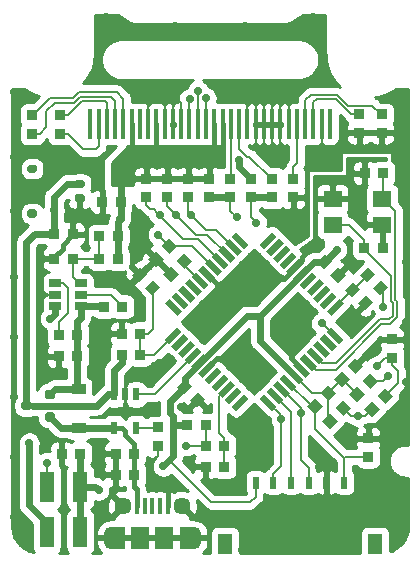
<source format=gtl>
G04 #@! TF.GenerationSoftware,KiCad,Pcbnew,5.1.6*
G04 #@! TF.CreationDate,2020-09-12T16:37:34+02:00*
G04 #@! TF.ProjectId,xling,786c696e-672e-46b6-9963-61645f706362,4*
G04 #@! TF.SameCoordinates,Original*
G04 #@! TF.FileFunction,Copper,L1,Top*
G04 #@! TF.FilePolarity,Positive*
%FSLAX46Y46*%
G04 Gerber Fmt 4.6, Leading zero omitted, Abs format (unit mm)*
G04 Created by KiCad (PCBNEW 5.1.6) date 2020-09-12 16:37:34*
%MOMM*%
%LPD*%
G01*
G04 APERTURE LIST*
G04 #@! TA.AperFunction,SMDPad,CuDef*
%ADD10R,0.600000X1.100000*%
G04 #@! TD*
G04 #@! TA.AperFunction,SMDPad,CuDef*
%ADD11R,1.000000X0.700000*%
G04 #@! TD*
G04 #@! TA.AperFunction,SMDPad,CuDef*
%ADD12C,0.100000*%
G04 #@! TD*
G04 #@! TA.AperFunction,SMDPad,CuDef*
%ADD13R,1.200000X0.900000*%
G04 #@! TD*
G04 #@! TA.AperFunction,SMDPad,CuDef*
%ADD14R,0.875000X0.950000*%
G04 #@! TD*
G04 #@! TA.AperFunction,SMDPad,CuDef*
%ADD15R,1.250000X2.650000*%
G04 #@! TD*
G04 #@! TA.AperFunction,SMDPad,CuDef*
%ADD16R,0.950000X0.875000*%
G04 #@! TD*
G04 #@! TA.AperFunction,SMDPad,CuDef*
%ADD17R,0.350000X2.500000*%
G04 #@! TD*
G04 #@! TA.AperFunction,SMDPad,CuDef*
%ADD18R,1.600000X1.400000*%
G04 #@! TD*
G04 #@! TA.AperFunction,SMDPad,CuDef*
%ADD19R,1.250000X1.800000*%
G04 #@! TD*
G04 #@! TA.AperFunction,SMDPad,CuDef*
%ADD20R,0.600000X1.000000*%
G04 #@! TD*
G04 #@! TA.AperFunction,SMDPad,CuDef*
%ADD21R,1.200000X1.900000*%
G04 #@! TD*
G04 #@! TA.AperFunction,ComponentPad*
%ADD22O,1.200000X1.900000*%
G04 #@! TD*
G04 #@! TA.AperFunction,SMDPad,CuDef*
%ADD23R,1.500000X1.900000*%
G04 #@! TD*
G04 #@! TA.AperFunction,ComponentPad*
%ADD24C,1.450000*%
G04 #@! TD*
G04 #@! TA.AperFunction,SMDPad,CuDef*
%ADD25R,0.400000X1.350000*%
G04 #@! TD*
G04 #@! TA.AperFunction,ViaPad*
%ADD26C,0.700000*%
G04 #@! TD*
G04 #@! TA.AperFunction,Conductor*
%ADD27C,0.600000*%
G04 #@! TD*
G04 #@! TA.AperFunction,Conductor*
%ADD28C,0.200000*%
G04 #@! TD*
G04 #@! TA.AperFunction,Conductor*
%ADD29C,0.400000*%
G04 #@! TD*
G04 #@! TA.AperFunction,Conductor*
%ADD30C,0.254000*%
G04 #@! TD*
G04 APERTURE END LIST*
G04 #@! TA.AperFunction,SMDPad,CuDef*
G36*
G01*
X54568000Y-72952000D02*
X54568000Y-73352000D01*
G75*
G02*
X54368000Y-73552000I-200000J0D01*
G01*
X53868000Y-73552000D01*
G75*
G02*
X53668000Y-73352000I0J200000D01*
G01*
X53668000Y-72952000D01*
G75*
G02*
X53868000Y-72752000I200000J0D01*
G01*
X54368000Y-72752000D01*
G75*
G02*
X54568000Y-72952000I0J-200000D01*
G01*
G37*
G04 #@! TD.AperFunction*
G04 #@! TA.AperFunction,SMDPad,CuDef*
G36*
G01*
X56568000Y-72002000D02*
X56568000Y-72402000D01*
G75*
G02*
X56368000Y-72602000I-200000J0D01*
G01*
X55868000Y-72602000D01*
G75*
G02*
X55668000Y-72402000I0J200000D01*
G01*
X55668000Y-72002000D01*
G75*
G02*
X55868000Y-71802000I200000J0D01*
G01*
X56368000Y-71802000D01*
G75*
G02*
X56568000Y-72002000I0J-200000D01*
G01*
G37*
G04 #@! TD.AperFunction*
G04 #@! TA.AperFunction,SMDPad,CuDef*
G36*
G01*
X56568000Y-73902000D02*
X56568000Y-74302000D01*
G75*
G02*
X56368000Y-74502000I-200000J0D01*
G01*
X55868000Y-74502000D01*
G75*
G02*
X55668000Y-74302000I0J200000D01*
G01*
X55668000Y-73902000D01*
G75*
G02*
X55868000Y-73702000I200000J0D01*
G01*
X56368000Y-73702000D01*
G75*
G02*
X56568000Y-73902000I0J-200000D01*
G01*
G37*
G04 #@! TD.AperFunction*
D10*
X61534000Y-75010000D03*
X61534000Y-72210000D03*
X62484000Y-72210000D03*
X63434000Y-72210000D03*
X63434000Y-75010000D03*
D11*
X58757500Y-63754000D03*
X58757500Y-62804000D03*
X58757500Y-64704000D03*
X56558500Y-64704000D03*
X56558500Y-63754000D03*
X56558500Y-62804000D03*
G04 #@! TA.AperFunction,SMDPad,CuDef*
D12*
G36*
X72539794Y-72174152D02*
G01*
X72928702Y-72563060D01*
X71868042Y-73623720D01*
X71479134Y-73234812D01*
X72539794Y-72174152D01*
G37*
G04 #@! TD.AperFunction*
G04 #@! TA.AperFunction,SMDPad,CuDef*
G36*
X71974109Y-71608466D02*
G01*
X72363017Y-71997374D01*
X71302357Y-73058034D01*
X70913449Y-72669126D01*
X71974109Y-71608466D01*
G37*
G04 #@! TD.AperFunction*
G04 #@! TA.AperFunction,SMDPad,CuDef*
G36*
X71408424Y-71042781D02*
G01*
X71797332Y-71431689D01*
X70736672Y-72492349D01*
X70347764Y-72103441D01*
X71408424Y-71042781D01*
G37*
G04 #@! TD.AperFunction*
G04 #@! TA.AperFunction,SMDPad,CuDef*
G36*
X70842738Y-70477096D02*
G01*
X71231646Y-70866004D01*
X70170986Y-71926664D01*
X69782078Y-71537756D01*
X70842738Y-70477096D01*
G37*
G04 #@! TD.AperFunction*
G04 #@! TA.AperFunction,SMDPad,CuDef*
G36*
X70277053Y-69911410D02*
G01*
X70665961Y-70300318D01*
X69605301Y-71360978D01*
X69216393Y-70972070D01*
X70277053Y-69911410D01*
G37*
G04 #@! TD.AperFunction*
G04 #@! TA.AperFunction,SMDPad,CuDef*
G36*
X69711367Y-69345725D02*
G01*
X70100275Y-69734633D01*
X69039615Y-70795293D01*
X68650707Y-70406385D01*
X69711367Y-69345725D01*
G37*
G04 #@! TD.AperFunction*
G04 #@! TA.AperFunction,SMDPad,CuDef*
G36*
X69145682Y-68780039D02*
G01*
X69534590Y-69168947D01*
X68473930Y-70229607D01*
X68085022Y-69840699D01*
X69145682Y-68780039D01*
G37*
G04 #@! TD.AperFunction*
G04 #@! TA.AperFunction,SMDPad,CuDef*
G36*
X68579996Y-68214354D02*
G01*
X68968904Y-68603262D01*
X67908244Y-69663922D01*
X67519336Y-69275014D01*
X68579996Y-68214354D01*
G37*
G04 #@! TD.AperFunction*
G04 #@! TA.AperFunction,SMDPad,CuDef*
G36*
X68014311Y-67648668D02*
G01*
X68403219Y-68037576D01*
X67342559Y-69098236D01*
X66953651Y-68709328D01*
X68014311Y-67648668D01*
G37*
G04 #@! TD.AperFunction*
G04 #@! TA.AperFunction,SMDPad,CuDef*
G36*
X67448626Y-67082983D02*
G01*
X67837534Y-67471891D01*
X66776874Y-68532551D01*
X66387966Y-68143643D01*
X67448626Y-67082983D01*
G37*
G04 #@! TD.AperFunction*
G04 #@! TA.AperFunction,SMDPad,CuDef*
G36*
X66882940Y-66517298D02*
G01*
X67271848Y-66906206D01*
X66211188Y-67966866D01*
X65822280Y-67577958D01*
X66882940Y-66517298D01*
G37*
G04 #@! TD.AperFunction*
G04 #@! TA.AperFunction,SMDPad,CuDef*
G36*
X67271848Y-65173794D02*
G01*
X66882940Y-65562702D01*
X65822280Y-64502042D01*
X66211188Y-64113134D01*
X67271848Y-65173794D01*
G37*
G04 #@! TD.AperFunction*
G04 #@! TA.AperFunction,SMDPad,CuDef*
G36*
X67837534Y-64608109D02*
G01*
X67448626Y-64997017D01*
X66387966Y-63936357D01*
X66776874Y-63547449D01*
X67837534Y-64608109D01*
G37*
G04 #@! TD.AperFunction*
G04 #@! TA.AperFunction,SMDPad,CuDef*
G36*
X68403219Y-64042424D02*
G01*
X68014311Y-64431332D01*
X66953651Y-63370672D01*
X67342559Y-62981764D01*
X68403219Y-64042424D01*
G37*
G04 #@! TD.AperFunction*
G04 #@! TA.AperFunction,SMDPad,CuDef*
G36*
X68968904Y-63476738D02*
G01*
X68579996Y-63865646D01*
X67519336Y-62804986D01*
X67908244Y-62416078D01*
X68968904Y-63476738D01*
G37*
G04 #@! TD.AperFunction*
G04 #@! TA.AperFunction,SMDPad,CuDef*
G36*
X69534590Y-62911053D02*
G01*
X69145682Y-63299961D01*
X68085022Y-62239301D01*
X68473930Y-61850393D01*
X69534590Y-62911053D01*
G37*
G04 #@! TD.AperFunction*
G04 #@! TA.AperFunction,SMDPad,CuDef*
G36*
X70100275Y-62345367D02*
G01*
X69711367Y-62734275D01*
X68650707Y-61673615D01*
X69039615Y-61284707D01*
X70100275Y-62345367D01*
G37*
G04 #@! TD.AperFunction*
G04 #@! TA.AperFunction,SMDPad,CuDef*
G36*
X70665961Y-61779682D02*
G01*
X70277053Y-62168590D01*
X69216393Y-61107930D01*
X69605301Y-60719022D01*
X70665961Y-61779682D01*
G37*
G04 #@! TD.AperFunction*
G04 #@! TA.AperFunction,SMDPad,CuDef*
G36*
X71231646Y-61213996D02*
G01*
X70842738Y-61602904D01*
X69782078Y-60542244D01*
X70170986Y-60153336D01*
X71231646Y-61213996D01*
G37*
G04 #@! TD.AperFunction*
G04 #@! TA.AperFunction,SMDPad,CuDef*
G36*
X71797332Y-60648311D02*
G01*
X71408424Y-61037219D01*
X70347764Y-59976559D01*
X70736672Y-59587651D01*
X71797332Y-60648311D01*
G37*
G04 #@! TD.AperFunction*
G04 #@! TA.AperFunction,SMDPad,CuDef*
G36*
X72363017Y-60082626D02*
G01*
X71974109Y-60471534D01*
X70913449Y-59410874D01*
X71302357Y-59021966D01*
X72363017Y-60082626D01*
G37*
G04 #@! TD.AperFunction*
G04 #@! TA.AperFunction,SMDPad,CuDef*
G36*
X72928702Y-59516940D02*
G01*
X72539794Y-59905848D01*
X71479134Y-58845188D01*
X71868042Y-58456280D01*
X72928702Y-59516940D01*
G37*
G04 #@! TD.AperFunction*
G04 #@! TA.AperFunction,SMDPad,CuDef*
G36*
X74943958Y-58456280D02*
G01*
X75332866Y-58845188D01*
X74272206Y-59905848D01*
X73883298Y-59516940D01*
X74943958Y-58456280D01*
G37*
G04 #@! TD.AperFunction*
G04 #@! TA.AperFunction,SMDPad,CuDef*
G36*
X75509643Y-59021966D02*
G01*
X75898551Y-59410874D01*
X74837891Y-60471534D01*
X74448983Y-60082626D01*
X75509643Y-59021966D01*
G37*
G04 #@! TD.AperFunction*
G04 #@! TA.AperFunction,SMDPad,CuDef*
G36*
X76075328Y-59587651D02*
G01*
X76464236Y-59976559D01*
X75403576Y-61037219D01*
X75014668Y-60648311D01*
X76075328Y-59587651D01*
G37*
G04 #@! TD.AperFunction*
G04 #@! TA.AperFunction,SMDPad,CuDef*
G36*
X76641014Y-60153336D02*
G01*
X77029922Y-60542244D01*
X75969262Y-61602904D01*
X75580354Y-61213996D01*
X76641014Y-60153336D01*
G37*
G04 #@! TD.AperFunction*
G04 #@! TA.AperFunction,SMDPad,CuDef*
G36*
X77206699Y-60719022D02*
G01*
X77595607Y-61107930D01*
X76534947Y-62168590D01*
X76146039Y-61779682D01*
X77206699Y-60719022D01*
G37*
G04 #@! TD.AperFunction*
G04 #@! TA.AperFunction,SMDPad,CuDef*
G36*
X77772385Y-61284707D02*
G01*
X78161293Y-61673615D01*
X77100633Y-62734275D01*
X76711725Y-62345367D01*
X77772385Y-61284707D01*
G37*
G04 #@! TD.AperFunction*
G04 #@! TA.AperFunction,SMDPad,CuDef*
G36*
X78338070Y-61850393D02*
G01*
X78726978Y-62239301D01*
X77666318Y-63299961D01*
X77277410Y-62911053D01*
X78338070Y-61850393D01*
G37*
G04 #@! TD.AperFunction*
G04 #@! TA.AperFunction,SMDPad,CuDef*
G36*
X78903756Y-62416078D02*
G01*
X79292664Y-62804986D01*
X78232004Y-63865646D01*
X77843096Y-63476738D01*
X78903756Y-62416078D01*
G37*
G04 #@! TD.AperFunction*
G04 #@! TA.AperFunction,SMDPad,CuDef*
G36*
X79469441Y-62981764D02*
G01*
X79858349Y-63370672D01*
X78797689Y-64431332D01*
X78408781Y-64042424D01*
X79469441Y-62981764D01*
G37*
G04 #@! TD.AperFunction*
G04 #@! TA.AperFunction,SMDPad,CuDef*
G36*
X80035126Y-63547449D02*
G01*
X80424034Y-63936357D01*
X79363374Y-64997017D01*
X78974466Y-64608109D01*
X80035126Y-63547449D01*
G37*
G04 #@! TD.AperFunction*
G04 #@! TA.AperFunction,SMDPad,CuDef*
G36*
X80600812Y-64113134D02*
G01*
X80989720Y-64502042D01*
X79929060Y-65562702D01*
X79540152Y-65173794D01*
X80600812Y-64113134D01*
G37*
G04 #@! TD.AperFunction*
G04 #@! TA.AperFunction,SMDPad,CuDef*
G36*
X80989720Y-67577958D02*
G01*
X80600812Y-67966866D01*
X79540152Y-66906206D01*
X79929060Y-66517298D01*
X80989720Y-67577958D01*
G37*
G04 #@! TD.AperFunction*
G04 #@! TA.AperFunction,SMDPad,CuDef*
G36*
X80424034Y-68143643D02*
G01*
X80035126Y-68532551D01*
X78974466Y-67471891D01*
X79363374Y-67082983D01*
X80424034Y-68143643D01*
G37*
G04 #@! TD.AperFunction*
G04 #@! TA.AperFunction,SMDPad,CuDef*
G36*
X79858349Y-68709328D02*
G01*
X79469441Y-69098236D01*
X78408781Y-68037576D01*
X78797689Y-67648668D01*
X79858349Y-68709328D01*
G37*
G04 #@! TD.AperFunction*
G04 #@! TA.AperFunction,SMDPad,CuDef*
G36*
X79292664Y-69275014D02*
G01*
X78903756Y-69663922D01*
X77843096Y-68603262D01*
X78232004Y-68214354D01*
X79292664Y-69275014D01*
G37*
G04 #@! TD.AperFunction*
G04 #@! TA.AperFunction,SMDPad,CuDef*
G36*
X78726978Y-69840699D02*
G01*
X78338070Y-70229607D01*
X77277410Y-69168947D01*
X77666318Y-68780039D01*
X78726978Y-69840699D01*
G37*
G04 #@! TD.AperFunction*
G04 #@! TA.AperFunction,SMDPad,CuDef*
G36*
X78161293Y-70406385D02*
G01*
X77772385Y-70795293D01*
X76711725Y-69734633D01*
X77100633Y-69345725D01*
X78161293Y-70406385D01*
G37*
G04 #@! TD.AperFunction*
G04 #@! TA.AperFunction,SMDPad,CuDef*
G36*
X77595607Y-70972070D02*
G01*
X77206699Y-71360978D01*
X76146039Y-70300318D01*
X76534947Y-69911410D01*
X77595607Y-70972070D01*
G37*
G04 #@! TD.AperFunction*
G04 #@! TA.AperFunction,SMDPad,CuDef*
G36*
X77029922Y-71537756D02*
G01*
X76641014Y-71926664D01*
X75580354Y-70866004D01*
X75969262Y-70477096D01*
X77029922Y-71537756D01*
G37*
G04 #@! TD.AperFunction*
G04 #@! TA.AperFunction,SMDPad,CuDef*
G36*
X76464236Y-72103441D02*
G01*
X76075328Y-72492349D01*
X75014668Y-71431689D01*
X75403576Y-71042781D01*
X76464236Y-72103441D01*
G37*
G04 #@! TD.AperFunction*
G04 #@! TA.AperFunction,SMDPad,CuDef*
G36*
X75898551Y-72669126D02*
G01*
X75509643Y-73058034D01*
X74448983Y-71997374D01*
X74837891Y-71608466D01*
X75898551Y-72669126D01*
G37*
G04 #@! TD.AperFunction*
G04 #@! TA.AperFunction,SMDPad,CuDef*
G36*
X75332866Y-73234812D02*
G01*
X74943958Y-73623720D01*
X73883298Y-72563060D01*
X74272206Y-72174152D01*
X75332866Y-73234812D01*
G37*
G04 #@! TD.AperFunction*
D13*
X58547000Y-75056000D03*
X58547000Y-71756000D03*
D14*
X63271500Y-77216000D03*
X61696500Y-77216000D03*
D15*
X55877000Y-80010000D03*
X58677000Y-80010000D03*
X58677000Y-83820000D03*
X55877000Y-83820000D03*
D16*
X67818000Y-53949500D03*
X67818000Y-55524500D03*
X66040000Y-53949500D03*
X66040000Y-55524500D03*
G04 #@! TA.AperFunction,SMDPad,CuDef*
D12*
G36*
X78537636Y-72555612D02*
G01*
X79209388Y-73227364D01*
X78590670Y-73846082D01*
X77918918Y-73174330D01*
X78537636Y-72555612D01*
G37*
G04 #@! TD.AperFunction*
G04 #@! TA.AperFunction,SMDPad,CuDef*
G36*
X79651330Y-71441918D02*
G01*
X80323082Y-72113670D01*
X79704364Y-72732388D01*
X79032612Y-72060636D01*
X79651330Y-71441918D01*
G37*
G04 #@! TD.AperFunction*
D16*
X76708000Y-53949500D03*
X76708000Y-55524500D03*
G04 #@! TA.AperFunction,SMDPad,CuDef*
D12*
G36*
X82093636Y-71539612D02*
G01*
X82765388Y-72211364D01*
X82146670Y-72830082D01*
X81474918Y-72158330D01*
X82093636Y-71539612D01*
G37*
G04 #@! TD.AperFunction*
G04 #@! TA.AperFunction,SMDPad,CuDef*
G36*
X83207330Y-70425918D02*
G01*
X83879082Y-71097670D01*
X83260364Y-71716388D01*
X82588612Y-71044636D01*
X83207330Y-70425918D01*
G37*
G04 #@! TD.AperFunction*
G04 #@! TA.AperFunction,SMDPad,CuDef*
G36*
X79807636Y-73825612D02*
G01*
X80479388Y-74497364D01*
X79860670Y-75116082D01*
X79188918Y-74444330D01*
X79807636Y-73825612D01*
G37*
G04 #@! TD.AperFunction*
G04 #@! TA.AperFunction,SMDPad,CuDef*
G36*
X80921330Y-72711918D02*
G01*
X81593082Y-73383670D01*
X80974364Y-74002388D01*
X80302612Y-73330636D01*
X80921330Y-72711918D01*
G37*
G04 #@! TD.AperFunction*
D14*
X67741700Y-74828400D03*
X69316700Y-74828400D03*
G04 #@! TA.AperFunction,SMDPad,CuDef*
D12*
G36*
X83477612Y-63194364D02*
G01*
X84149364Y-62522612D01*
X84768082Y-63141330D01*
X84096330Y-63813082D01*
X83477612Y-63194364D01*
G37*
G04 #@! TD.AperFunction*
G04 #@! TA.AperFunction,SMDPad,CuDef*
G36*
X82363918Y-62080670D02*
G01*
X83035670Y-61408918D01*
X83654388Y-62027636D01*
X82982636Y-62699388D01*
X82363918Y-62080670D01*
G37*
G04 #@! TD.AperFunction*
G04 #@! TA.AperFunction,SMDPad,CuDef*
G36*
X83363636Y-72809612D02*
G01*
X84035388Y-73481364D01*
X83416670Y-74100082D01*
X82744918Y-73428330D01*
X83363636Y-72809612D01*
G37*
G04 #@! TD.AperFunction*
G04 #@! TA.AperFunction,SMDPad,CuDef*
G36*
X84477330Y-71695918D02*
G01*
X85149082Y-72367670D01*
X84530364Y-72986388D01*
X83858612Y-72314636D01*
X84477330Y-71695918D01*
G37*
G04 #@! TD.AperFunction*
D14*
X69316500Y-76555600D03*
X70891500Y-76555600D03*
X58445500Y-67183000D03*
X56870500Y-67183000D03*
X61874500Y-58801000D03*
X60299500Y-58801000D03*
X60680500Y-64770000D03*
X62255500Y-64770000D03*
X62204500Y-68834000D03*
X63779500Y-68834000D03*
D16*
X65239900Y-76581100D03*
X65239900Y-75006100D03*
D14*
X62204500Y-67056000D03*
X63779500Y-67056000D03*
X58064500Y-60706000D03*
X56489500Y-60706000D03*
D16*
X71374000Y-53949500D03*
X71374000Y-55524500D03*
X74930000Y-53949500D03*
X74930000Y-55524500D03*
X64262000Y-53949500D03*
X64262000Y-55524500D03*
X73152000Y-53949500D03*
X73152000Y-55524500D03*
X69596000Y-53949500D03*
X69596000Y-55524500D03*
G04 #@! TA.AperFunction,SMDPad,CuDef*
D12*
G36*
X65075636Y-60109612D02*
G01*
X65747388Y-60781364D01*
X65128670Y-61400082D01*
X64456918Y-60728330D01*
X65075636Y-60109612D01*
G37*
G04 #@! TD.AperFunction*
G04 #@! TA.AperFunction,SMDPad,CuDef*
G36*
X66189330Y-58995918D02*
G01*
X66861082Y-59667670D01*
X66242364Y-60286388D01*
X65570612Y-59614636D01*
X66189330Y-58995918D01*
G37*
G04 #@! TD.AperFunction*
D16*
X82296000Y-50063500D03*
X82296000Y-48488500D03*
G04 #@! TA.AperFunction,SMDPad,CuDef*
D12*
G36*
X67983612Y-72655864D02*
G01*
X68655364Y-71984112D01*
X69274082Y-72602830D01*
X68602330Y-73274582D01*
X67983612Y-72655864D01*
G37*
G04 #@! TD.AperFunction*
G04 #@! TA.AperFunction,SMDPad,CuDef*
G36*
X66869918Y-71542170D02*
G01*
X67541670Y-70870418D01*
X68160388Y-71489136D01*
X67488636Y-72160888D01*
X66869918Y-71542170D01*
G37*
G04 #@! TD.AperFunction*
D14*
X82715000Y-59817000D03*
X84290000Y-59817000D03*
X84353500Y-53467000D03*
X82778500Y-53467000D03*
G04 #@! TA.AperFunction,SMDPad,CuDef*
D12*
G36*
X66345636Y-61379612D02*
G01*
X67017388Y-62051364D01*
X66398670Y-62670082D01*
X65726918Y-61998330D01*
X66345636Y-61379612D01*
G37*
G04 #@! TD.AperFunction*
G04 #@! TA.AperFunction,SMDPad,CuDef*
G36*
X67459330Y-60265918D02*
G01*
X68131082Y-60937670D01*
X67512364Y-61556388D01*
X66840612Y-60884636D01*
X67459330Y-60265918D01*
G37*
G04 #@! TD.AperFunction*
D16*
X56959500Y-48552000D03*
X56959500Y-50127000D03*
X54610000Y-48552000D03*
X54610000Y-50127000D03*
G04 #@! TA.AperFunction,SMDPad,CuDef*
D12*
G36*
X79858112Y-62114864D02*
G01*
X80529864Y-61443112D01*
X81148582Y-62061830D01*
X80476830Y-62733582D01*
X79858112Y-62114864D01*
G37*
G04 #@! TD.AperFunction*
G04 #@! TA.AperFunction,SMDPad,CuDef*
G36*
X78744418Y-61001170D02*
G01*
X79416170Y-60329418D01*
X80034888Y-60948136D01*
X79363136Y-61619888D01*
X78744418Y-61001170D01*
G37*
G04 #@! TD.AperFunction*
D16*
X84201000Y-50063500D03*
X84201000Y-48488500D03*
X83058000Y-75920500D03*
X83058000Y-77495500D03*
G04 #@! TA.AperFunction,SMDPad,CuDef*
D12*
G36*
X82207612Y-64464364D02*
G01*
X82879364Y-63792612D01*
X83498082Y-64411330D01*
X82826330Y-65083082D01*
X82207612Y-64464364D01*
G37*
G04 #@! TD.AperFunction*
G04 #@! TA.AperFunction,SMDPad,CuDef*
G36*
X81093918Y-63350670D02*
G01*
X81765670Y-62678918D01*
X82384388Y-63297636D01*
X81712636Y-63969388D01*
X81093918Y-63350670D01*
G37*
G04 #@! TD.AperFunction*
D16*
X85090000Y-67538500D03*
X85090000Y-69113500D03*
D14*
X69316500Y-78333600D03*
X70891500Y-78333600D03*
X60299500Y-60706000D03*
X61874500Y-60706000D03*
X58064500Y-58623200D03*
X56489500Y-58623200D03*
X57124500Y-77216000D03*
X58699500Y-77216000D03*
X56870500Y-68961000D03*
X58445500Y-68961000D03*
X61696500Y-78994000D03*
X63271500Y-78994000D03*
G04 #@! TA.AperFunction,SMDPad,CuDef*
D12*
G36*
X64173612Y-63194364D02*
G01*
X64845364Y-62522612D01*
X65464082Y-63141330D01*
X64792330Y-63813082D01*
X64173612Y-63194364D01*
G37*
G04 #@! TD.AperFunction*
G04 #@! TA.AperFunction,SMDPad,CuDef*
G36*
X63059918Y-62080670D02*
G01*
X63731670Y-61408918D01*
X64350388Y-62027636D01*
X63678636Y-62699388D01*
X63059918Y-62080670D01*
G37*
G04 #@! TD.AperFunction*
G04 #@! TA.AperFunction,SMDPad,CuDef*
G36*
X81990364Y-70446388D02*
G01*
X81318612Y-69774636D01*
X81937330Y-69155918D01*
X82609082Y-69827670D01*
X81990364Y-70446388D01*
G37*
G04 #@! TD.AperFunction*
G04 #@! TA.AperFunction,SMDPad,CuDef*
G36*
X80876670Y-71560082D02*
G01*
X80204918Y-70888330D01*
X80823636Y-70269612D01*
X81495388Y-70941364D01*
X80876670Y-71560082D01*
G37*
G04 #@! TD.AperFunction*
D14*
X60528100Y-55930800D03*
X62103100Y-55930800D03*
D17*
X79132000Y-49310000D03*
X79832000Y-49310000D03*
X72832000Y-49310000D03*
X77732000Y-49310000D03*
X78432000Y-49310000D03*
X77032000Y-49310000D03*
X76332000Y-49310000D03*
X75632000Y-49310000D03*
X74932000Y-49310000D03*
X74232000Y-49310000D03*
X73532000Y-49310000D03*
X72132000Y-49310000D03*
X71432000Y-49310000D03*
X70732000Y-49310000D03*
X70032000Y-49310000D03*
X69332000Y-49310000D03*
X67932000Y-49310000D03*
X68632000Y-49310000D03*
X67232000Y-49310000D03*
X66532000Y-49310000D03*
X65832000Y-49310000D03*
X65132000Y-49310000D03*
X64432000Y-49310000D03*
X63732000Y-49310000D03*
X63032000Y-49310000D03*
X62332000Y-49310000D03*
X61632000Y-49310000D03*
X60932000Y-49310000D03*
X60232000Y-49310000D03*
X59532000Y-49310000D03*
D18*
X84242000Y-55642000D03*
X80042000Y-55642000D03*
X80042000Y-57842000D03*
X84242000Y-57842000D03*
D19*
X70927000Y-84855000D03*
X83637000Y-84855000D03*
D20*
X73532000Y-79665000D03*
X75032000Y-79665000D03*
X76532000Y-79665000D03*
X78032000Y-79665000D03*
X79532000Y-79665000D03*
X81032000Y-79665000D03*
D21*
X61882000Y-84347500D03*
X67682000Y-84347500D03*
D22*
X68282000Y-84347500D03*
X61282000Y-84347500D03*
D23*
X63782000Y-84347500D03*
D24*
X67282000Y-81647500D03*
D25*
X64782000Y-81647500D03*
X65432000Y-81647500D03*
X66082000Y-81647500D03*
X63482000Y-81647500D03*
X64132000Y-81647500D03*
D24*
X62282000Y-81647500D03*
D23*
X65782000Y-84347500D03*
G04 #@! TA.AperFunction,SMDPad,CuDef*
G36*
G01*
X58392000Y-54041000D02*
X58892000Y-54041000D01*
G75*
G02*
X59067000Y-54216000I0J-175000D01*
G01*
X59067000Y-54566000D01*
G75*
G02*
X58892000Y-54741000I-175000J0D01*
G01*
X58392000Y-54741000D01*
G75*
G02*
X58217000Y-54566000I0J175000D01*
G01*
X58217000Y-54216000D01*
G75*
G02*
X58392000Y-54041000I175000J0D01*
G01*
G37*
G04 #@! TD.AperFunction*
G04 #@! TA.AperFunction,SMDPad,CuDef*
G36*
G01*
X58392000Y-55241000D02*
X58892000Y-55241000D01*
G75*
G02*
X59067000Y-55416000I0J-175000D01*
G01*
X59067000Y-55766000D01*
G75*
G02*
X58892000Y-55941000I-175000J0D01*
G01*
X58392000Y-55941000D01*
G75*
G02*
X58217000Y-55766000I0J175000D01*
G01*
X58217000Y-55416000D01*
G75*
G02*
X58392000Y-55241000I175000J0D01*
G01*
G37*
G04 #@! TD.AperFunction*
G04 #@! TA.AperFunction,SMDPad,CuDef*
G36*
G01*
X54392000Y-52741000D02*
X54842000Y-52741000D01*
G75*
G02*
X55017000Y-52916000I0J-175000D01*
G01*
X55017000Y-53266000D01*
G75*
G02*
X54842000Y-53441000I-175000J0D01*
G01*
X54392000Y-53441000D01*
G75*
G02*
X54217000Y-53266000I0J175000D01*
G01*
X54217000Y-52916000D01*
G75*
G02*
X54392000Y-52741000I175000J0D01*
G01*
G37*
G04 #@! TD.AperFunction*
G04 #@! TA.AperFunction,SMDPad,CuDef*
G36*
G01*
X54392000Y-56541000D02*
X54842000Y-56541000D01*
G75*
G02*
X55017000Y-56716000I0J-175000D01*
G01*
X55017000Y-57066000D01*
G75*
G02*
X54842000Y-57241000I-175000J0D01*
G01*
X54392000Y-57241000D01*
G75*
G02*
X54217000Y-57066000I0J175000D01*
G01*
X54217000Y-56716000D01*
G75*
G02*
X54392000Y-56541000I175000J0D01*
G01*
G37*
G04 #@! TD.AperFunction*
D26*
X78905100Y-78320900D03*
X60223400Y-78524100D03*
X60248800Y-80314800D03*
X80391000Y-59944000D03*
X70485000Y-52387500D03*
X72136000Y-52387500D03*
X62026800Y-57378600D03*
X65722500Y-78282800D03*
X55676800Y-70510400D03*
X53111400Y-56642000D03*
X70485000Y-63119000D03*
X75057000Y-62420500D03*
X76517500Y-68262500D03*
X70929500Y-69151500D03*
X78359000Y-40259000D03*
X53086000Y-62230000D03*
X53086000Y-67310000D03*
X53086000Y-72390000D03*
X53086000Y-77470000D03*
X53086000Y-82550000D03*
X57277000Y-85344000D03*
X53086000Y-52070000D03*
X53086000Y-46609000D03*
X60833000Y-40259000D03*
X80111600Y-45872400D03*
X86207600Y-46634400D03*
X72644000Y-41021000D03*
X66675000Y-41021000D03*
X86233000Y-50800000D03*
X86233000Y-66040000D03*
X86233000Y-71120000D03*
X86233000Y-76200000D03*
X86233000Y-80010000D03*
X72390000Y-85344000D03*
X66192400Y-79857600D03*
X65341500Y-69532500D03*
X81534000Y-65913000D03*
X73914000Y-75133200D03*
X85217000Y-85090000D03*
X86233000Y-60960000D03*
X86233000Y-55880000D03*
X81788000Y-61595000D03*
X63373000Y-59182000D03*
X63754000Y-64516000D03*
X60198000Y-68834000D03*
X59499500Y-45529500D03*
X67183000Y-73279000D03*
X82169000Y-74041000D03*
X56134000Y-65786000D03*
X54356000Y-76327000D03*
X84328000Y-64770000D03*
X84772500Y-70612000D03*
X67665600Y-76542900D03*
X65278000Y-58674000D03*
X55880000Y-77978000D03*
X79121000Y-66167000D03*
X83820000Y-69786500D03*
X75692000Y-74307700D03*
X73596500Y-57658000D03*
X77343000Y-73774300D03*
X71945500Y-57213500D03*
X66802000Y-57023000D03*
X68643500Y-46482000D03*
X65405000Y-57023000D03*
X67945000Y-47180500D03*
X56476900Y-56603900D03*
X68072000Y-57023000D03*
X69342000Y-47117000D03*
D27*
X61874500Y-60706000D02*
X61874500Y-58801000D01*
D28*
X58699500Y-79987500D02*
X58677000Y-80010000D01*
X58677000Y-77238500D02*
X58699500Y-77216000D01*
D27*
X58677000Y-83820000D02*
X58677000Y-77238500D01*
X67515153Y-70799476D02*
X67515153Y-71515653D01*
X68809806Y-69504823D02*
X67515153Y-70799476D01*
D29*
X63032000Y-49310000D02*
X63032000Y-51423500D01*
X65132000Y-49310000D02*
X65132000Y-51402500D01*
D27*
X72782629Y-65532000D02*
X68809806Y-69504823D01*
X73914000Y-65532000D02*
X72782629Y-65532000D01*
X77436509Y-62009491D02*
X73914000Y-65532000D01*
X73914000Y-65532000D02*
X73914000Y-67679371D01*
X73914000Y-67679371D02*
X76870823Y-70636194D01*
D28*
X65111000Y-51423500D02*
X65132000Y-51402500D01*
X79389653Y-60974653D02*
X79389653Y-60818347D01*
D27*
X58677000Y-80010000D02*
X59944000Y-80010000D01*
X59944000Y-80010000D02*
X60248800Y-80314800D01*
D28*
X67741700Y-74790900D02*
X67741700Y-74828400D01*
X65111000Y-51423500D02*
X65191000Y-51423500D01*
X76870823Y-70636194D02*
X78321782Y-72087153D01*
X78321782Y-72087153D02*
X79677847Y-72087153D01*
X79677847Y-74314541D02*
X79834153Y-74470847D01*
X79677847Y-72087153D02*
X79677847Y-74314541D01*
X79677847Y-72087153D02*
X80850153Y-70914847D01*
X80850153Y-70914847D02*
X82120153Y-72184847D01*
X79389653Y-60974653D02*
X79389653Y-60945347D01*
D27*
X79389653Y-60945347D02*
X80391000Y-59944000D01*
X78471347Y-60974653D02*
X79389653Y-60974653D01*
X77436509Y-62009491D02*
X78471347Y-60974653D01*
D29*
X70032000Y-49310000D02*
X70032000Y-52015000D01*
X70732000Y-49310000D02*
X70732000Y-52851000D01*
D27*
X72136000Y-52971000D02*
X72136000Y-52387500D01*
D28*
X73152000Y-53949500D02*
X73114500Y-53949500D01*
D27*
X73114500Y-53949500D02*
X72136000Y-52971000D01*
X61874500Y-58801000D02*
X61874500Y-57607100D01*
X61874500Y-57607100D02*
X62103000Y-57378600D01*
X62103000Y-57378600D02*
X62103000Y-56007000D01*
X62103100Y-55930800D02*
X62103100Y-53441700D01*
X66548000Y-75384600D02*
X66548000Y-77431900D01*
X66548000Y-74041000D02*
X66294000Y-73787000D01*
X66294000Y-73787000D02*
X66294000Y-72771000D01*
X66294000Y-72771000D02*
X67437000Y-71628000D01*
X67741700Y-74828400D02*
X66573400Y-74828400D01*
D28*
X66573400Y-74828400D02*
X66548000Y-74803000D01*
D27*
X66548000Y-74803000D02*
X66548000Y-74041000D01*
X66548000Y-75384600D02*
X66548000Y-74803000D01*
D28*
X69786500Y-81330800D02*
X66217800Y-77762100D01*
X73532000Y-79665000D02*
X73532000Y-80849200D01*
X73050400Y-81330800D02*
X69786500Y-81330800D01*
X73532000Y-80849200D02*
X73050400Y-81330800D01*
D27*
X65722500Y-78282800D02*
X66548000Y-77457300D01*
D28*
X64432000Y-49310000D02*
X64432000Y-46947000D01*
X66532000Y-46847000D02*
X66532000Y-49310000D01*
X72832000Y-47305000D02*
X72832000Y-49310000D01*
X73532000Y-46989000D02*
X73532000Y-49310000D01*
X74232000Y-46546000D02*
X74232000Y-49310000D01*
X74932000Y-46611000D02*
X74932000Y-49310000D01*
X75632000Y-46803000D02*
X75632000Y-49310000D01*
X76332000Y-47122000D02*
X76332000Y-49310000D01*
X56558500Y-63754000D02*
X55858500Y-63754000D01*
X55858500Y-63754000D02*
X55499000Y-63754000D01*
X84201000Y-50063500D02*
X84163500Y-50063500D01*
X79132000Y-49310000D02*
X79132000Y-51297000D01*
D29*
X69375491Y-62009491D02*
X70485000Y-63119000D01*
D28*
X76870823Y-61443806D02*
X76859194Y-61443806D01*
D29*
X76870823Y-61443806D02*
X75894129Y-62420500D01*
X75894129Y-62420500D02*
X75057000Y-62420500D01*
X77436509Y-70070509D02*
X76517500Y-69151500D01*
X76517500Y-69151500D02*
X76517500Y-68262500D01*
X69375491Y-70070509D02*
X70294500Y-69151500D01*
X70294500Y-69151500D02*
X70929500Y-69151500D01*
D28*
X73532000Y-50760000D02*
X73533000Y-50761000D01*
X73532000Y-49310000D02*
X73532000Y-50760000D01*
X73533000Y-50761000D02*
X73533000Y-51244500D01*
X74232000Y-50760000D02*
X74231500Y-50760500D01*
X74232000Y-49310000D02*
X74232000Y-50760000D01*
X74231500Y-50760500D02*
X74231500Y-51244500D01*
X74932000Y-50760000D02*
X74930000Y-50762000D01*
X74932000Y-49310000D02*
X74932000Y-50760000D01*
X74930000Y-50762000D02*
X74930000Y-51244500D01*
X75632000Y-50760000D02*
X75628500Y-50763500D01*
X75632000Y-49310000D02*
X75632000Y-50760000D01*
X75628500Y-50763500D02*
X75628500Y-51244500D01*
D29*
X77471863Y-60842766D02*
X77471863Y-60577137D01*
X76870823Y-61443806D02*
X77471863Y-60842766D01*
X77471863Y-60577137D02*
X77978000Y-60071000D01*
D28*
X65832000Y-49310000D02*
X65832000Y-46782000D01*
X67232000Y-49310000D02*
X67232000Y-47547000D01*
X67232000Y-47547000D02*
X66532000Y-46847000D01*
X66082000Y-79968000D02*
X66192400Y-79857600D01*
D29*
X66082000Y-81647500D02*
X66082000Y-79968000D01*
D28*
X56489500Y-60706000D02*
X56489500Y-60604500D01*
D29*
X56489500Y-60604500D02*
X57226200Y-59867800D01*
X57226200Y-59867800D02*
X57226200Y-59512200D01*
X57226200Y-59512200D02*
X58013600Y-58724800D01*
D28*
X68628847Y-72629347D02*
X67979194Y-73279000D01*
X67979194Y-73279000D02*
X67183000Y-73279000D01*
X65239900Y-76581100D02*
X65239900Y-77355700D01*
X64490600Y-77762100D02*
X64871600Y-77762100D01*
X65239900Y-77393800D02*
X65239900Y-77355700D01*
X64871600Y-77762100D02*
X65239900Y-77393800D01*
X84201000Y-48488500D02*
X84163500Y-48488500D01*
X78201010Y-46830490D02*
X77732000Y-47299500D01*
X83427000Y-47752000D02*
X81379488Y-47752000D01*
X84163500Y-48488500D02*
X83427000Y-47752000D01*
X81379488Y-47752000D02*
X80457978Y-46830490D01*
X77732000Y-47299500D02*
X77732000Y-49310000D01*
X80457978Y-46830490D02*
X78201010Y-46830490D01*
X81631694Y-74041000D02*
X80947847Y-73357153D01*
X82169000Y-74041000D02*
X81631694Y-74041000D01*
X82804000Y-74041000D02*
X83390153Y-73454847D01*
X82169000Y-74041000D02*
X82804000Y-74041000D01*
X62255500Y-64732500D02*
X62255500Y-64770000D01*
X61277000Y-63754000D02*
X62255500Y-64732500D01*
X58757500Y-63754000D02*
X61277000Y-63754000D01*
X81621000Y-48488500D02*
X80313000Y-47180500D01*
X82296000Y-48488500D02*
X81621000Y-48488500D01*
X80313000Y-47180500D02*
X78740000Y-47180500D01*
X78432000Y-47488500D02*
X78432000Y-49310000D01*
X78740000Y-47180500D02*
X78432000Y-47488500D01*
X80042000Y-57842000D02*
X80142000Y-57842000D01*
X81042000Y-57842000D02*
X80042000Y-57842000D01*
X82715000Y-59142000D02*
X81415000Y-57842000D01*
X81415000Y-57842000D02*
X81042000Y-57842000D01*
X82715000Y-59817000D02*
X82715000Y-59142000D01*
X80371824Y-69540178D02*
X79168920Y-69540178D01*
X84836000Y-65849500D02*
X84062502Y-65849500D01*
X79168920Y-69540178D02*
X78567880Y-68939138D01*
X85153500Y-65532000D02*
X84836000Y-65849500D01*
X84062502Y-65849500D02*
X80371824Y-69540178D01*
X82715000Y-59817000D02*
X82715000Y-59854500D01*
X82715000Y-59854500D02*
X85018092Y-62157592D01*
X85018092Y-62157592D02*
X85018092Y-64317092D01*
X85018092Y-64317092D02*
X85153500Y-64452500D01*
X85153500Y-64452500D02*
X85153500Y-65532000D01*
X67485847Y-61251218D02*
X67485847Y-60911153D01*
X68809806Y-62575177D02*
X67485847Y-61251218D01*
X57634500Y-48552000D02*
X58815500Y-47371000D01*
X56959500Y-48552000D02*
X57634500Y-48552000D01*
X58815500Y-47371000D02*
X60769500Y-47371000D01*
X60932000Y-47533500D02*
X60932000Y-49310000D01*
X60769500Y-47371000D02*
X60932000Y-47533500D01*
X60299500Y-58801000D02*
X60299500Y-60706000D01*
X60198000Y-60604500D02*
X60299500Y-60706000D01*
X58607500Y-62804000D02*
X58757500Y-62804000D01*
X58064500Y-62111000D02*
X58057500Y-62118000D01*
X58057500Y-62118000D02*
X58057500Y-62254000D01*
X58057500Y-62254000D02*
X58607500Y-62804000D01*
X58064500Y-60706000D02*
X58702000Y-60706000D01*
X58702000Y-60706000D02*
X60299500Y-60706000D01*
X58064500Y-60706000D02*
X58064500Y-62111000D01*
D27*
X56558500Y-64704000D02*
X56558500Y-65361500D01*
X56558500Y-65361500D02*
X56134000Y-65786000D01*
D28*
X55877000Y-83820000D02*
X55877000Y-83120000D01*
D27*
X55877000Y-83120000D02*
X54356000Y-81599000D01*
X54356000Y-81599000D02*
X54356000Y-76327000D01*
D28*
X77032000Y-49310000D02*
X77032000Y-52635000D01*
X76708000Y-52959000D02*
X76708000Y-53949500D01*
X77032000Y-52635000D02*
X76708000Y-52959000D01*
X84328000Y-63373000D02*
X84122847Y-63167847D01*
X84328000Y-64770000D02*
X84328000Y-63373000D01*
X83233847Y-71071153D02*
X84313347Y-71071153D01*
X84313347Y-71071153D02*
X84772500Y-70612000D01*
X69316500Y-74828600D02*
X69316700Y-74828400D01*
X69316500Y-76555600D02*
X69316500Y-74828600D01*
X67678300Y-76555600D02*
X67665600Y-76542900D01*
X69316500Y-76555600D02*
X67678300Y-76555600D01*
X57258500Y-62804000D02*
X57658000Y-63203500D01*
X56558500Y-62804000D02*
X57258500Y-62804000D01*
X57658000Y-63203500D02*
X57658000Y-65278000D01*
X56870500Y-66065500D02*
X56870500Y-67183000D01*
X57658000Y-65278000D02*
X56870500Y-66065500D01*
X63434000Y-75010000D02*
X65239900Y-75010000D01*
X68138524Y-59641153D02*
X69941177Y-61443806D01*
X66215847Y-59641153D02*
X68138524Y-59641153D01*
X66215847Y-59641153D02*
X66215847Y-59611847D01*
X66215847Y-59611847D02*
X65278000Y-58674000D01*
X55877000Y-80010000D02*
X55877000Y-77981000D01*
X55877000Y-77981000D02*
X55880000Y-77978000D01*
X84353500Y-55530500D02*
X84242000Y-55642000D01*
X84353500Y-53467000D02*
X84353500Y-55530500D01*
X80301127Y-70105863D02*
X78603234Y-70105863D01*
X78603234Y-70105863D02*
X78002194Y-69504823D01*
X84176490Y-66230500D02*
X80301127Y-70105863D01*
X84949988Y-66230500D02*
X84176490Y-66230500D01*
X85503510Y-65676978D02*
X84949988Y-66230500D01*
X84242000Y-55642000D02*
X84342000Y-55642000D01*
X84342000Y-55642000D02*
X85368102Y-56668102D01*
X85503510Y-64307522D02*
X85503510Y-65676978D01*
X85368102Y-56668102D02*
X85368102Y-64172114D01*
X85368102Y-64172114D02*
X85503510Y-64307522D01*
X57634500Y-50127000D02*
X58942500Y-51435000D01*
X56959500Y-50127000D02*
X57634500Y-50127000D01*
X58942500Y-51435000D02*
X60007500Y-51435000D01*
X60232000Y-51210500D02*
X60232000Y-49310000D01*
X60007500Y-51435000D02*
X60232000Y-51210500D01*
X54610000Y-48552000D02*
X54647500Y-48552000D01*
X54647500Y-48552000D02*
X56082500Y-47117000D01*
X58079524Y-47117000D02*
X58587524Y-46609000D01*
X56082500Y-47117000D02*
X58079524Y-47117000D01*
X58587524Y-46609000D02*
X61785500Y-46609000D01*
X62332000Y-47155500D02*
X62332000Y-49310000D01*
X61785500Y-46609000D02*
X62332000Y-47155500D01*
X54647500Y-50127000D02*
X54610000Y-50127000D01*
X55285000Y-50127000D02*
X55816500Y-49595500D01*
X54610000Y-50127000D02*
X55285000Y-50127000D01*
X55816500Y-49595500D02*
X55816500Y-48196500D01*
X55816500Y-48196500D02*
X56515000Y-47498000D01*
X56515000Y-47498000D02*
X58193512Y-47498000D01*
X58193512Y-47498000D02*
X58701512Y-46990000D01*
X58701512Y-46990000D02*
X61277500Y-46990000D01*
X61632000Y-47344500D02*
X61632000Y-49310000D01*
X61277500Y-46990000D02*
X61632000Y-47344500D01*
X78304105Y-73200847D02*
X78564153Y-73200847D01*
X76305138Y-71201880D02*
X78304105Y-73200847D01*
X78564153Y-73200847D02*
X78564153Y-75135153D01*
X81032000Y-77603000D02*
X81032000Y-79665000D01*
X78564153Y-75135153D02*
X81032000Y-77603000D01*
X81139500Y-77495500D02*
X83058000Y-77495500D01*
X81032000Y-77603000D02*
X81139500Y-77495500D01*
X83009153Y-62093701D02*
X83009153Y-62054153D01*
X80264936Y-64837918D02*
X83009153Y-62093701D01*
X79189854Y-66167000D02*
X80264936Y-67242082D01*
X79121000Y-66167000D02*
X79189854Y-66167000D01*
X85090000Y-69751000D02*
X85598000Y-70259000D01*
X85090000Y-69113500D02*
X85090000Y-69751000D01*
X85598000Y-71247000D02*
X84503847Y-72341153D01*
X85598000Y-70259000D02*
X85598000Y-71247000D01*
X85090000Y-69113500D02*
X84493000Y-69113500D01*
X84493000Y-69113500D02*
X83820000Y-69786500D01*
X70891500Y-78333600D02*
X70891500Y-76555600D01*
X70891500Y-75880600D02*
X70891500Y-76555600D01*
X70471508Y-75460608D02*
X70891500Y-75880600D01*
X70471508Y-72368605D02*
X70471508Y-75460608D01*
X71072548Y-71767565D02*
X70471508Y-72368605D01*
X75032000Y-78965000D02*
X75692000Y-78305000D01*
X75032000Y-79665000D02*
X75032000Y-78965000D01*
X75692000Y-73982854D02*
X74608082Y-72898936D01*
X75692000Y-75120500D02*
X75692000Y-73982854D01*
X75692000Y-78305000D02*
X75692000Y-75120500D01*
D27*
X73152000Y-55524500D02*
X74930000Y-55524500D01*
D28*
X73152000Y-55524500D02*
X73152000Y-57213500D01*
X73152000Y-57213500D02*
X73596500Y-57658000D01*
X76532000Y-73691483D02*
X76532000Y-79665000D01*
X75173767Y-72333250D02*
X76532000Y-73691483D01*
X75739452Y-71767565D02*
X77343000Y-73371113D01*
X77343000Y-73371113D02*
X77343000Y-77724000D01*
X78032000Y-78413000D02*
X78032000Y-79665000D01*
X77343000Y-77724000D02*
X78032000Y-78413000D01*
D27*
X69596000Y-55524500D02*
X71374000Y-55524500D01*
D28*
X71374000Y-55524500D02*
X71374000Y-56642000D01*
X71374000Y-56642000D02*
X71945500Y-57213500D01*
X69434113Y-58674000D02*
X71072548Y-60312435D01*
X68453000Y-58674000D02*
X69434113Y-58674000D01*
X66040000Y-55524500D02*
X66040000Y-56261000D01*
X66357500Y-56578500D02*
X66802000Y-57023000D01*
X66357500Y-56578500D02*
X68453000Y-58674000D01*
X66040000Y-56261000D02*
X66357500Y-56578500D01*
X68632000Y-49310000D02*
X68632000Y-46493500D01*
X68632000Y-46493500D02*
X68643500Y-46482000D01*
X67945000Y-49323000D02*
X67932000Y-49310000D01*
X64262000Y-56162000D02*
X64262000Y-55524500D01*
X70506862Y-60878120D02*
X68652752Y-59024010D01*
X68652752Y-59024010D02*
X67406010Y-59024010D01*
X64615000Y-56515000D02*
X64262000Y-56162000D01*
X64897000Y-56515000D02*
X64615000Y-56515000D01*
X65214500Y-56832500D02*
X65405000Y-57023000D01*
X65214500Y-56832500D02*
X64897000Y-56515000D01*
X67406010Y-59024010D02*
X65214500Y-56832500D01*
X67932000Y-49310000D02*
X67932000Y-47193500D01*
X67932000Y-47193500D02*
X67945000Y-47180500D01*
X64955146Y-68834000D02*
X66547064Y-67242082D01*
X63779500Y-68834000D02*
X64955146Y-68834000D01*
X64818847Y-66654153D02*
X64818847Y-63886565D01*
X64417000Y-67056000D02*
X64818847Y-66654153D01*
X64818847Y-63886565D02*
X64818847Y-63167847D01*
X63779500Y-67056000D02*
X64417000Y-67056000D01*
X63779500Y-68834000D02*
X63779500Y-67056000D01*
X64973258Y-72210000D02*
X63434000Y-72210000D01*
X68244120Y-68939138D02*
X64973258Y-72210000D01*
X71432000Y-53891500D02*
X71374000Y-53949500D01*
X71432000Y-49310000D02*
X71432000Y-53891500D01*
X72132000Y-51431000D02*
X72132000Y-49310000D01*
X72771000Y-52070000D02*
X72132000Y-51431000D01*
X74892500Y-53949500D02*
X74930000Y-53949500D01*
X73013000Y-52070000D02*
X74892500Y-53949500D01*
X72771000Y-52070000D02*
X73013000Y-52070000D01*
X54668000Y-73152000D02*
X54118000Y-73152000D01*
D27*
X60092000Y-73152000D02*
X54668000Y-73152000D01*
X61034000Y-72210000D02*
X60092000Y-73152000D01*
X61534000Y-72210000D02*
X61034000Y-72210000D01*
X54118000Y-60148500D02*
X54118000Y-73152000D01*
X61534000Y-70179500D02*
X61534000Y-71460000D01*
X61534000Y-71460000D02*
X61534000Y-72210000D01*
X62204500Y-69509000D02*
X61534000Y-70179500D01*
X62204500Y-68834000D02*
X62204500Y-69509000D01*
X54118000Y-60148500D02*
X54118000Y-59699400D01*
X54118000Y-59699400D02*
X54118000Y-59318400D01*
X54118000Y-59318400D02*
X54813200Y-58623200D01*
X54813200Y-58623200D02*
X56489600Y-58623200D01*
X57597600Y-54391000D02*
X56489600Y-55499000D01*
X58642000Y-54391000D02*
X57597600Y-54391000D01*
X56489600Y-58623200D02*
X56489600Y-55499000D01*
D28*
X58397000Y-71756000D02*
X58547000Y-71756000D01*
D27*
X56564000Y-71756000D02*
X56118000Y-72202000D01*
X58547000Y-71756000D02*
X56564000Y-71756000D01*
D28*
X60614500Y-64704000D02*
X60680500Y-64770000D01*
D27*
X58757500Y-64704000D02*
X60614500Y-64704000D01*
X58445500Y-67183000D02*
X58445500Y-66014500D01*
X58757500Y-65702500D02*
X58757500Y-64704000D01*
X58445500Y-66014500D02*
X58757500Y-65702500D01*
X58445500Y-68961000D02*
X58445500Y-67183000D01*
D28*
X58445500Y-71654500D02*
X58547000Y-71756000D01*
D27*
X58445500Y-68961000D02*
X58445500Y-71654500D01*
X56118000Y-74102000D02*
X57072000Y-75056000D01*
X57072000Y-75056000D02*
X58547000Y-75056000D01*
X58547000Y-75056000D02*
X61488000Y-75056000D01*
D29*
X63271500Y-78994000D02*
X63271500Y-77241500D01*
X63271500Y-78994000D02*
X63271500Y-80035500D01*
X63271500Y-80035500D02*
X63474600Y-80238600D01*
X63474600Y-80238600D02*
X63474600Y-81610200D01*
X62484000Y-75311000D02*
X62204600Y-75031600D01*
X62484000Y-75641200D02*
X62484000Y-75311000D01*
X63271500Y-76428700D02*
X62484000Y-75641200D01*
X62204600Y-75031600D02*
X61518800Y-75031600D01*
X63271500Y-77216000D02*
X63271500Y-76428700D01*
D28*
X71638233Y-59746750D02*
X70184483Y-58293000D01*
X70184483Y-58293000D02*
X69342000Y-58293000D01*
X67818000Y-56769000D02*
X67818000Y-55524500D01*
X67818000Y-56769000D02*
X68072000Y-57023000D01*
X69342000Y-58293000D02*
X68072000Y-57023000D01*
X69342000Y-49300000D02*
X69332000Y-49310000D01*
X69342000Y-47117000D02*
X69342000Y-49300000D01*
D30*
G36*
X54087024Y-46462757D02*
G01*
X54136134Y-46493226D01*
X54184034Y-46525535D01*
X54193095Y-46530353D01*
X54713763Y-46802551D01*
X54775568Y-46827522D01*
X54836939Y-46853320D01*
X54846763Y-46856287D01*
X55199848Y-46960205D01*
X54683626Y-47476428D01*
X54135000Y-47476428D01*
X54010518Y-47488688D01*
X53890820Y-47524998D01*
X53780506Y-47583963D01*
X53683815Y-47663315D01*
X53604463Y-47760006D01*
X53545498Y-47870320D01*
X53509188Y-47990018D01*
X53496928Y-48114500D01*
X53496928Y-48989500D01*
X53509188Y-49113982D01*
X53545498Y-49233680D01*
X53602061Y-49339500D01*
X53545498Y-49445320D01*
X53509188Y-49565018D01*
X53496928Y-49689500D01*
X53496928Y-50564500D01*
X53509188Y-50688982D01*
X53545498Y-50808680D01*
X53604463Y-50918994D01*
X53683815Y-51015685D01*
X53780506Y-51095037D01*
X53890820Y-51154002D01*
X54010518Y-51190312D01*
X54135000Y-51202572D01*
X55085000Y-51202572D01*
X55209482Y-51190312D01*
X55329180Y-51154002D01*
X55439494Y-51095037D01*
X55536185Y-51015685D01*
X55615537Y-50918994D01*
X55674502Y-50808680D01*
X55694945Y-50741287D01*
X55695320Y-50741087D01*
X55807238Y-50649238D01*
X55830258Y-50621188D01*
X55850061Y-50601385D01*
X55858688Y-50688982D01*
X55894998Y-50808680D01*
X55953963Y-50918994D01*
X56033315Y-51015685D01*
X56130006Y-51095037D01*
X56240320Y-51154002D01*
X56360018Y-51190312D01*
X56484500Y-51202572D01*
X57434500Y-51202572D01*
X57558982Y-51190312D01*
X57635235Y-51167181D01*
X58397246Y-51929193D01*
X58420262Y-51957238D01*
X58532180Y-52049087D01*
X58659867Y-52117337D01*
X58798415Y-52159365D01*
X58906395Y-52170000D01*
X58906404Y-52170000D01*
X58942499Y-52173555D01*
X58978594Y-52170000D01*
X59971395Y-52170000D01*
X60007500Y-52173556D01*
X60043605Y-52170000D01*
X60151585Y-52159365D01*
X60290133Y-52117337D01*
X60417820Y-52049087D01*
X60529738Y-51957238D01*
X60552759Y-51929187D01*
X60726192Y-51755754D01*
X60754237Y-51732738D01*
X60846087Y-51620820D01*
X60914337Y-51493133D01*
X60956365Y-51354585D01*
X60967000Y-51246605D01*
X60967000Y-51246604D01*
X60970556Y-51210500D01*
X60969332Y-51198072D01*
X61107000Y-51198072D01*
X61231482Y-51185812D01*
X61282000Y-51170488D01*
X61332518Y-51185812D01*
X61457000Y-51198072D01*
X61695902Y-51198072D01*
X60764987Y-52128987D01*
X60686017Y-52225213D01*
X60627336Y-52334996D01*
X60591201Y-52454118D01*
X60579000Y-52578000D01*
X60579000Y-54610000D01*
X60591201Y-54733882D01*
X60627336Y-54853004D01*
X60681087Y-54953563D01*
X60655100Y-54979550D01*
X60655100Y-55803800D01*
X60675100Y-55803800D01*
X60675100Y-56057800D01*
X60655100Y-56057800D01*
X60655100Y-56882050D01*
X60813850Y-57040800D01*
X60965600Y-57043872D01*
X61090082Y-57031612D01*
X61106424Y-57026655D01*
X61079653Y-57091286D01*
X61073506Y-57122188D01*
X61016995Y-57227914D01*
X61006494Y-57247560D01*
X60953029Y-57423809D01*
X60934976Y-57607100D01*
X60939501Y-57653041D01*
X60939501Y-57723855D01*
X60861482Y-57700188D01*
X60737000Y-57687928D01*
X59862000Y-57687928D01*
X59737518Y-57700188D01*
X59617820Y-57736498D01*
X59507506Y-57795463D01*
X59410815Y-57874815D01*
X59331463Y-57971506D01*
X59272498Y-58081820D01*
X59236188Y-58201518D01*
X59223928Y-58326000D01*
X59223928Y-59276000D01*
X59236188Y-59400482D01*
X59272498Y-59520180D01*
X59331463Y-59630494D01*
X59410815Y-59727185D01*
X59442880Y-59753500D01*
X59410815Y-59779815D01*
X59331463Y-59876506D01*
X59280954Y-59971000D01*
X59083046Y-59971000D01*
X59032537Y-59876506D01*
X58953185Y-59779815D01*
X58856494Y-59700463D01*
X58789400Y-59664600D01*
X58856494Y-59628737D01*
X58953185Y-59549385D01*
X59032537Y-59452694D01*
X59091502Y-59342380D01*
X59127812Y-59222682D01*
X59140072Y-59098200D01*
X59137000Y-58908950D01*
X58978250Y-58750200D01*
X58191500Y-58750200D01*
X58191500Y-58770200D01*
X57937500Y-58770200D01*
X57937500Y-58750200D01*
X57917500Y-58750200D01*
X57917500Y-58496200D01*
X57937500Y-58496200D01*
X57937500Y-57671950D01*
X58191500Y-57671950D01*
X58191500Y-58496200D01*
X58978250Y-58496200D01*
X59137000Y-58337450D01*
X59140072Y-58148200D01*
X59127812Y-58023718D01*
X59091502Y-57904020D01*
X59032537Y-57793706D01*
X58953185Y-57697015D01*
X58856494Y-57617663D01*
X58746180Y-57558698D01*
X58626482Y-57522388D01*
X58502000Y-57510128D01*
X58350250Y-57513200D01*
X58191500Y-57671950D01*
X57937500Y-57671950D01*
X57778750Y-57513200D01*
X57627000Y-57510128D01*
X57502518Y-57522388D01*
X57424600Y-57546024D01*
X57424600Y-56888434D01*
X57461900Y-56700914D01*
X57461900Y-56506886D01*
X57424600Y-56319366D01*
X57424600Y-55886289D01*
X57592887Y-55718002D01*
X57740748Y-55718002D01*
X57582000Y-55876750D01*
X57578928Y-55941000D01*
X57591188Y-56065482D01*
X57627498Y-56185180D01*
X57686463Y-56295494D01*
X57765815Y-56392185D01*
X57862506Y-56471537D01*
X57972820Y-56530502D01*
X58092518Y-56566812D01*
X58217000Y-56579072D01*
X58356250Y-56576000D01*
X58515000Y-56417250D01*
X58515000Y-55718000D01*
X58495000Y-55718000D01*
X58495000Y-55464000D01*
X58515000Y-55464000D01*
X58515000Y-55444000D01*
X58769000Y-55444000D01*
X58769000Y-55464000D01*
X58789000Y-55464000D01*
X58789000Y-55718000D01*
X58769000Y-55718000D01*
X58769000Y-56417250D01*
X58927750Y-56576000D01*
X59067000Y-56579072D01*
X59191482Y-56566812D01*
X59311180Y-56530502D01*
X59421494Y-56471537D01*
X59456197Y-56443057D01*
X59464788Y-56530282D01*
X59501098Y-56649980D01*
X59560063Y-56760294D01*
X59639415Y-56856985D01*
X59736106Y-56936337D01*
X59846420Y-56995302D01*
X59966118Y-57031612D01*
X60090600Y-57043872D01*
X60242350Y-57040800D01*
X60401100Y-56882050D01*
X60401100Y-56057800D01*
X60381100Y-56057800D01*
X60381100Y-55803800D01*
X60401100Y-55803800D01*
X60401100Y-54979550D01*
X60242350Y-54820800D01*
X60090600Y-54817728D01*
X59966118Y-54829988D01*
X59846420Y-54866298D01*
X59736106Y-54925263D01*
X59654188Y-54992491D01*
X59617858Y-54924524D01*
X59643181Y-54877149D01*
X59689449Y-54724622D01*
X59705072Y-54566000D01*
X59705072Y-54216000D01*
X59689449Y-54057378D01*
X59643181Y-53904851D01*
X59568045Y-53764281D01*
X59466929Y-53641071D01*
X59343719Y-53539955D01*
X59203149Y-53464819D01*
X59050622Y-53418551D01*
X58892000Y-53402928D01*
X58392000Y-53402928D01*
X58233378Y-53418551D01*
X58109924Y-53456000D01*
X57643535Y-53456000D01*
X57597600Y-53451476D01*
X57414308Y-53469528D01*
X57238059Y-53522993D01*
X57207776Y-53539180D01*
X57075628Y-53609814D01*
X56933256Y-53726656D01*
X56903970Y-53762341D01*
X55860936Y-54805375D01*
X55825257Y-54834656D01*
X55708415Y-54977028D01*
X55641988Y-55101306D01*
X55621594Y-55139460D01*
X55568129Y-55315709D01*
X55550076Y-55499000D01*
X55554601Y-55544942D01*
X55554601Y-56256598D01*
X55536848Y-56299458D01*
X55518045Y-56264281D01*
X55416929Y-56141071D01*
X55293719Y-56039955D01*
X55153149Y-55964819D01*
X55000622Y-55918551D01*
X54842000Y-55902928D01*
X54392000Y-55902928D01*
X54233378Y-55918551D01*
X54080851Y-55964819D01*
X53940281Y-56039955D01*
X53817071Y-56141071D01*
X53715955Y-56264281D01*
X53640819Y-56404851D01*
X53594551Y-56557378D01*
X53578928Y-56716000D01*
X53578928Y-57066000D01*
X53594551Y-57224622D01*
X53640819Y-57377149D01*
X53715955Y-57517719D01*
X53817071Y-57640929D01*
X53940281Y-57742045D01*
X54080851Y-57817181D01*
X54233378Y-57863449D01*
X54261709Y-57866239D01*
X54148856Y-57958856D01*
X54119574Y-57994536D01*
X53489336Y-58624775D01*
X53453657Y-58654056D01*
X53336814Y-58796428D01*
X53249993Y-58958860D01*
X53201824Y-59117653D01*
X53196529Y-59135109D01*
X53178476Y-59318400D01*
X53183000Y-59364332D01*
X53183000Y-60102569D01*
X53183001Y-72471975D01*
X53171169Y-72486392D01*
X53093722Y-72631284D01*
X53046031Y-72788500D01*
X53029928Y-72952000D01*
X53029928Y-73352000D01*
X53046031Y-73515500D01*
X53093722Y-73672716D01*
X53171169Y-73817608D01*
X53275394Y-73944606D01*
X53402392Y-74048831D01*
X53547284Y-74126278D01*
X53704500Y-74173969D01*
X53868000Y-74190072D01*
X54368000Y-74190072D01*
X54531500Y-74173969D01*
X54688716Y-74126278D01*
X54762199Y-74087000D01*
X55029928Y-74087000D01*
X55029928Y-74302000D01*
X55046031Y-74465500D01*
X55093722Y-74622716D01*
X55171169Y-74767608D01*
X55275394Y-74894606D01*
X55402392Y-74998831D01*
X55547284Y-75076278D01*
X55704500Y-75123969D01*
X55830045Y-75136334D01*
X56378370Y-75684659D01*
X56407656Y-75720344D01*
X56550028Y-75837186D01*
X56712460Y-75924007D01*
X56770035Y-75941472D01*
X56888708Y-75977472D01*
X57072000Y-75995524D01*
X57117935Y-75991000D01*
X57537019Y-75991000D01*
X57592506Y-76036537D01*
X57702820Y-76095502D01*
X57822518Y-76131812D01*
X57947000Y-76144072D01*
X58042300Y-76144072D01*
X58017820Y-76151498D01*
X57912000Y-76208061D01*
X57806180Y-76151498D01*
X57686482Y-76115188D01*
X57562000Y-76102928D01*
X57410250Y-76106000D01*
X57251500Y-76264750D01*
X57251500Y-77089000D01*
X57271500Y-77089000D01*
X57271500Y-77343000D01*
X57251500Y-77343000D01*
X57251500Y-78167250D01*
X57410250Y-78326000D01*
X57523283Y-78328288D01*
X57521463Y-78330506D01*
X57462498Y-78440820D01*
X57426188Y-78560518D01*
X57413928Y-78685000D01*
X57413928Y-81335000D01*
X57426188Y-81459482D01*
X57462498Y-81579180D01*
X57521463Y-81689494D01*
X57600815Y-81786185D01*
X57697506Y-81865537D01*
X57742000Y-81889320D01*
X57742000Y-81940680D01*
X57697506Y-81964463D01*
X57600815Y-82043815D01*
X57521463Y-82140506D01*
X57462498Y-82250820D01*
X57426188Y-82370518D01*
X57413928Y-82495000D01*
X57413928Y-85145000D01*
X57426188Y-85269482D01*
X57462498Y-85389180D01*
X57521463Y-85499494D01*
X57600815Y-85596185D01*
X57635926Y-85625000D01*
X56918074Y-85625000D01*
X56953185Y-85596185D01*
X57032537Y-85499494D01*
X57091502Y-85389180D01*
X57127812Y-85269482D01*
X57140072Y-85145000D01*
X57140072Y-82495000D01*
X57127812Y-82370518D01*
X57091502Y-82250820D01*
X57032537Y-82140506D01*
X56953185Y-82043815D01*
X56856494Y-81964463D01*
X56763957Y-81915000D01*
X56856494Y-81865537D01*
X56953185Y-81786185D01*
X57032537Y-81689494D01*
X57091502Y-81579180D01*
X57127812Y-81459482D01*
X57140072Y-81335000D01*
X57140072Y-78685000D01*
X57127812Y-78560518D01*
X57091502Y-78440820D01*
X57032537Y-78330506D01*
X56953185Y-78233815D01*
X56940964Y-78223786D01*
X56997500Y-78167250D01*
X56997500Y-77343000D01*
X56977500Y-77343000D01*
X56977500Y-77089000D01*
X56997500Y-77089000D01*
X56997500Y-76264750D01*
X56838750Y-76106000D01*
X56687000Y-76102928D01*
X56562518Y-76115188D01*
X56442820Y-76151498D01*
X56332506Y-76210463D01*
X56235815Y-76289815D01*
X56156463Y-76386506D01*
X56097498Y-76496820D01*
X56061188Y-76616518D01*
X56048928Y-76741000D01*
X56052000Y-76930250D01*
X56148950Y-77027200D01*
X55977014Y-76993000D01*
X55782986Y-76993000D01*
X55592686Y-77030853D01*
X55413428Y-77105104D01*
X55291000Y-77186908D01*
X55291000Y-76643639D01*
X55303147Y-76614314D01*
X55341000Y-76424014D01*
X55341000Y-76229986D01*
X55303147Y-76039686D01*
X55228896Y-75860428D01*
X55121099Y-75699099D01*
X54983901Y-75561901D01*
X54822572Y-75454104D01*
X54643314Y-75379853D01*
X54453014Y-75342000D01*
X54258986Y-75342000D01*
X54068686Y-75379853D01*
X53889428Y-75454104D01*
X53728099Y-75561901D01*
X53590901Y-75699099D01*
X53483104Y-75860428D01*
X53408853Y-76039686D01*
X53371000Y-76229986D01*
X53371000Y-76424014D01*
X53408853Y-76614314D01*
X53421001Y-76643642D01*
X53421000Y-81553068D01*
X53416476Y-81599000D01*
X53421000Y-81644931D01*
X53434529Y-81782291D01*
X53487993Y-81958539D01*
X53574814Y-82120971D01*
X53691656Y-82263344D01*
X53727341Y-82292630D01*
X54613928Y-83179217D01*
X54613928Y-85145000D01*
X54626188Y-85269482D01*
X54662498Y-85389180D01*
X54721463Y-85499494D01*
X54790029Y-85583042D01*
X54742745Y-85578406D01*
X54320219Y-85450838D01*
X53930518Y-85243631D01*
X53588487Y-84964676D01*
X53307151Y-84624601D01*
X53097229Y-84236356D01*
X52966715Y-83814737D01*
X52917000Y-83341726D01*
X52917000Y-52916000D01*
X53578928Y-52916000D01*
X53578928Y-53266000D01*
X53594551Y-53424622D01*
X53640819Y-53577149D01*
X53715955Y-53717719D01*
X53817071Y-53840929D01*
X53940281Y-53942045D01*
X54080851Y-54017181D01*
X54233378Y-54063449D01*
X54392000Y-54079072D01*
X54842000Y-54079072D01*
X55000622Y-54063449D01*
X55153149Y-54017181D01*
X55293719Y-53942045D01*
X55416929Y-53840929D01*
X55518045Y-53717719D01*
X55593181Y-53577149D01*
X55639449Y-53424622D01*
X55655072Y-53266000D01*
X55655072Y-52916000D01*
X55639449Y-52757378D01*
X55593181Y-52604851D01*
X55518045Y-52464281D01*
X55416929Y-52341071D01*
X55293719Y-52239955D01*
X55153149Y-52164819D01*
X55000622Y-52118551D01*
X54842000Y-52102928D01*
X54392000Y-52102928D01*
X54233378Y-52118551D01*
X54080851Y-52164819D01*
X53940281Y-52239955D01*
X53817071Y-52341071D01*
X53715955Y-52464281D01*
X53640819Y-52604851D01*
X53594551Y-52757378D01*
X53578928Y-52916000D01*
X52917000Y-52916000D01*
X52917000Y-46344999D01*
X53933096Y-46344998D01*
X54087024Y-46462757D01*
G37*
X54087024Y-46462757D02*
X54136134Y-46493226D01*
X54184034Y-46525535D01*
X54193095Y-46530353D01*
X54713763Y-46802551D01*
X54775568Y-46827522D01*
X54836939Y-46853320D01*
X54846763Y-46856287D01*
X55199848Y-46960205D01*
X54683626Y-47476428D01*
X54135000Y-47476428D01*
X54010518Y-47488688D01*
X53890820Y-47524998D01*
X53780506Y-47583963D01*
X53683815Y-47663315D01*
X53604463Y-47760006D01*
X53545498Y-47870320D01*
X53509188Y-47990018D01*
X53496928Y-48114500D01*
X53496928Y-48989500D01*
X53509188Y-49113982D01*
X53545498Y-49233680D01*
X53602061Y-49339500D01*
X53545498Y-49445320D01*
X53509188Y-49565018D01*
X53496928Y-49689500D01*
X53496928Y-50564500D01*
X53509188Y-50688982D01*
X53545498Y-50808680D01*
X53604463Y-50918994D01*
X53683815Y-51015685D01*
X53780506Y-51095037D01*
X53890820Y-51154002D01*
X54010518Y-51190312D01*
X54135000Y-51202572D01*
X55085000Y-51202572D01*
X55209482Y-51190312D01*
X55329180Y-51154002D01*
X55439494Y-51095037D01*
X55536185Y-51015685D01*
X55615537Y-50918994D01*
X55674502Y-50808680D01*
X55694945Y-50741287D01*
X55695320Y-50741087D01*
X55807238Y-50649238D01*
X55830258Y-50621188D01*
X55850061Y-50601385D01*
X55858688Y-50688982D01*
X55894998Y-50808680D01*
X55953963Y-50918994D01*
X56033315Y-51015685D01*
X56130006Y-51095037D01*
X56240320Y-51154002D01*
X56360018Y-51190312D01*
X56484500Y-51202572D01*
X57434500Y-51202572D01*
X57558982Y-51190312D01*
X57635235Y-51167181D01*
X58397246Y-51929193D01*
X58420262Y-51957238D01*
X58532180Y-52049087D01*
X58659867Y-52117337D01*
X58798415Y-52159365D01*
X58906395Y-52170000D01*
X58906404Y-52170000D01*
X58942499Y-52173555D01*
X58978594Y-52170000D01*
X59971395Y-52170000D01*
X60007500Y-52173556D01*
X60043605Y-52170000D01*
X60151585Y-52159365D01*
X60290133Y-52117337D01*
X60417820Y-52049087D01*
X60529738Y-51957238D01*
X60552759Y-51929187D01*
X60726192Y-51755754D01*
X60754237Y-51732738D01*
X60846087Y-51620820D01*
X60914337Y-51493133D01*
X60956365Y-51354585D01*
X60967000Y-51246605D01*
X60967000Y-51246604D01*
X60970556Y-51210500D01*
X60969332Y-51198072D01*
X61107000Y-51198072D01*
X61231482Y-51185812D01*
X61282000Y-51170488D01*
X61332518Y-51185812D01*
X61457000Y-51198072D01*
X61695902Y-51198072D01*
X60764987Y-52128987D01*
X60686017Y-52225213D01*
X60627336Y-52334996D01*
X60591201Y-52454118D01*
X60579000Y-52578000D01*
X60579000Y-54610000D01*
X60591201Y-54733882D01*
X60627336Y-54853004D01*
X60681087Y-54953563D01*
X60655100Y-54979550D01*
X60655100Y-55803800D01*
X60675100Y-55803800D01*
X60675100Y-56057800D01*
X60655100Y-56057800D01*
X60655100Y-56882050D01*
X60813850Y-57040800D01*
X60965600Y-57043872D01*
X61090082Y-57031612D01*
X61106424Y-57026655D01*
X61079653Y-57091286D01*
X61073506Y-57122188D01*
X61016995Y-57227914D01*
X61006494Y-57247560D01*
X60953029Y-57423809D01*
X60934976Y-57607100D01*
X60939501Y-57653041D01*
X60939501Y-57723855D01*
X60861482Y-57700188D01*
X60737000Y-57687928D01*
X59862000Y-57687928D01*
X59737518Y-57700188D01*
X59617820Y-57736498D01*
X59507506Y-57795463D01*
X59410815Y-57874815D01*
X59331463Y-57971506D01*
X59272498Y-58081820D01*
X59236188Y-58201518D01*
X59223928Y-58326000D01*
X59223928Y-59276000D01*
X59236188Y-59400482D01*
X59272498Y-59520180D01*
X59331463Y-59630494D01*
X59410815Y-59727185D01*
X59442880Y-59753500D01*
X59410815Y-59779815D01*
X59331463Y-59876506D01*
X59280954Y-59971000D01*
X59083046Y-59971000D01*
X59032537Y-59876506D01*
X58953185Y-59779815D01*
X58856494Y-59700463D01*
X58789400Y-59664600D01*
X58856494Y-59628737D01*
X58953185Y-59549385D01*
X59032537Y-59452694D01*
X59091502Y-59342380D01*
X59127812Y-59222682D01*
X59140072Y-59098200D01*
X59137000Y-58908950D01*
X58978250Y-58750200D01*
X58191500Y-58750200D01*
X58191500Y-58770200D01*
X57937500Y-58770200D01*
X57937500Y-58750200D01*
X57917500Y-58750200D01*
X57917500Y-58496200D01*
X57937500Y-58496200D01*
X57937500Y-57671950D01*
X58191500Y-57671950D01*
X58191500Y-58496200D01*
X58978250Y-58496200D01*
X59137000Y-58337450D01*
X59140072Y-58148200D01*
X59127812Y-58023718D01*
X59091502Y-57904020D01*
X59032537Y-57793706D01*
X58953185Y-57697015D01*
X58856494Y-57617663D01*
X58746180Y-57558698D01*
X58626482Y-57522388D01*
X58502000Y-57510128D01*
X58350250Y-57513200D01*
X58191500Y-57671950D01*
X57937500Y-57671950D01*
X57778750Y-57513200D01*
X57627000Y-57510128D01*
X57502518Y-57522388D01*
X57424600Y-57546024D01*
X57424600Y-56888434D01*
X57461900Y-56700914D01*
X57461900Y-56506886D01*
X57424600Y-56319366D01*
X57424600Y-55886289D01*
X57592887Y-55718002D01*
X57740748Y-55718002D01*
X57582000Y-55876750D01*
X57578928Y-55941000D01*
X57591188Y-56065482D01*
X57627498Y-56185180D01*
X57686463Y-56295494D01*
X57765815Y-56392185D01*
X57862506Y-56471537D01*
X57972820Y-56530502D01*
X58092518Y-56566812D01*
X58217000Y-56579072D01*
X58356250Y-56576000D01*
X58515000Y-56417250D01*
X58515000Y-55718000D01*
X58495000Y-55718000D01*
X58495000Y-55464000D01*
X58515000Y-55464000D01*
X58515000Y-55444000D01*
X58769000Y-55444000D01*
X58769000Y-55464000D01*
X58789000Y-55464000D01*
X58789000Y-55718000D01*
X58769000Y-55718000D01*
X58769000Y-56417250D01*
X58927750Y-56576000D01*
X59067000Y-56579072D01*
X59191482Y-56566812D01*
X59311180Y-56530502D01*
X59421494Y-56471537D01*
X59456197Y-56443057D01*
X59464788Y-56530282D01*
X59501098Y-56649980D01*
X59560063Y-56760294D01*
X59639415Y-56856985D01*
X59736106Y-56936337D01*
X59846420Y-56995302D01*
X59966118Y-57031612D01*
X60090600Y-57043872D01*
X60242350Y-57040800D01*
X60401100Y-56882050D01*
X60401100Y-56057800D01*
X60381100Y-56057800D01*
X60381100Y-55803800D01*
X60401100Y-55803800D01*
X60401100Y-54979550D01*
X60242350Y-54820800D01*
X60090600Y-54817728D01*
X59966118Y-54829988D01*
X59846420Y-54866298D01*
X59736106Y-54925263D01*
X59654188Y-54992491D01*
X59617858Y-54924524D01*
X59643181Y-54877149D01*
X59689449Y-54724622D01*
X59705072Y-54566000D01*
X59705072Y-54216000D01*
X59689449Y-54057378D01*
X59643181Y-53904851D01*
X59568045Y-53764281D01*
X59466929Y-53641071D01*
X59343719Y-53539955D01*
X59203149Y-53464819D01*
X59050622Y-53418551D01*
X58892000Y-53402928D01*
X58392000Y-53402928D01*
X58233378Y-53418551D01*
X58109924Y-53456000D01*
X57643535Y-53456000D01*
X57597600Y-53451476D01*
X57414308Y-53469528D01*
X57238059Y-53522993D01*
X57207776Y-53539180D01*
X57075628Y-53609814D01*
X56933256Y-53726656D01*
X56903970Y-53762341D01*
X55860936Y-54805375D01*
X55825257Y-54834656D01*
X55708415Y-54977028D01*
X55641988Y-55101306D01*
X55621594Y-55139460D01*
X55568129Y-55315709D01*
X55550076Y-55499000D01*
X55554601Y-55544942D01*
X55554601Y-56256598D01*
X55536848Y-56299458D01*
X55518045Y-56264281D01*
X55416929Y-56141071D01*
X55293719Y-56039955D01*
X55153149Y-55964819D01*
X55000622Y-55918551D01*
X54842000Y-55902928D01*
X54392000Y-55902928D01*
X54233378Y-55918551D01*
X54080851Y-55964819D01*
X53940281Y-56039955D01*
X53817071Y-56141071D01*
X53715955Y-56264281D01*
X53640819Y-56404851D01*
X53594551Y-56557378D01*
X53578928Y-56716000D01*
X53578928Y-57066000D01*
X53594551Y-57224622D01*
X53640819Y-57377149D01*
X53715955Y-57517719D01*
X53817071Y-57640929D01*
X53940281Y-57742045D01*
X54080851Y-57817181D01*
X54233378Y-57863449D01*
X54261709Y-57866239D01*
X54148856Y-57958856D01*
X54119574Y-57994536D01*
X53489336Y-58624775D01*
X53453657Y-58654056D01*
X53336814Y-58796428D01*
X53249993Y-58958860D01*
X53201824Y-59117653D01*
X53196529Y-59135109D01*
X53178476Y-59318400D01*
X53183000Y-59364332D01*
X53183000Y-60102569D01*
X53183001Y-72471975D01*
X53171169Y-72486392D01*
X53093722Y-72631284D01*
X53046031Y-72788500D01*
X53029928Y-72952000D01*
X53029928Y-73352000D01*
X53046031Y-73515500D01*
X53093722Y-73672716D01*
X53171169Y-73817608D01*
X53275394Y-73944606D01*
X53402392Y-74048831D01*
X53547284Y-74126278D01*
X53704500Y-74173969D01*
X53868000Y-74190072D01*
X54368000Y-74190072D01*
X54531500Y-74173969D01*
X54688716Y-74126278D01*
X54762199Y-74087000D01*
X55029928Y-74087000D01*
X55029928Y-74302000D01*
X55046031Y-74465500D01*
X55093722Y-74622716D01*
X55171169Y-74767608D01*
X55275394Y-74894606D01*
X55402392Y-74998831D01*
X55547284Y-75076278D01*
X55704500Y-75123969D01*
X55830045Y-75136334D01*
X56378370Y-75684659D01*
X56407656Y-75720344D01*
X56550028Y-75837186D01*
X56712460Y-75924007D01*
X56770035Y-75941472D01*
X56888708Y-75977472D01*
X57072000Y-75995524D01*
X57117935Y-75991000D01*
X57537019Y-75991000D01*
X57592506Y-76036537D01*
X57702820Y-76095502D01*
X57822518Y-76131812D01*
X57947000Y-76144072D01*
X58042300Y-76144072D01*
X58017820Y-76151498D01*
X57912000Y-76208061D01*
X57806180Y-76151498D01*
X57686482Y-76115188D01*
X57562000Y-76102928D01*
X57410250Y-76106000D01*
X57251500Y-76264750D01*
X57251500Y-77089000D01*
X57271500Y-77089000D01*
X57271500Y-77343000D01*
X57251500Y-77343000D01*
X57251500Y-78167250D01*
X57410250Y-78326000D01*
X57523283Y-78328288D01*
X57521463Y-78330506D01*
X57462498Y-78440820D01*
X57426188Y-78560518D01*
X57413928Y-78685000D01*
X57413928Y-81335000D01*
X57426188Y-81459482D01*
X57462498Y-81579180D01*
X57521463Y-81689494D01*
X57600815Y-81786185D01*
X57697506Y-81865537D01*
X57742000Y-81889320D01*
X57742000Y-81940680D01*
X57697506Y-81964463D01*
X57600815Y-82043815D01*
X57521463Y-82140506D01*
X57462498Y-82250820D01*
X57426188Y-82370518D01*
X57413928Y-82495000D01*
X57413928Y-85145000D01*
X57426188Y-85269482D01*
X57462498Y-85389180D01*
X57521463Y-85499494D01*
X57600815Y-85596185D01*
X57635926Y-85625000D01*
X56918074Y-85625000D01*
X56953185Y-85596185D01*
X57032537Y-85499494D01*
X57091502Y-85389180D01*
X57127812Y-85269482D01*
X57140072Y-85145000D01*
X57140072Y-82495000D01*
X57127812Y-82370518D01*
X57091502Y-82250820D01*
X57032537Y-82140506D01*
X56953185Y-82043815D01*
X56856494Y-81964463D01*
X56763957Y-81915000D01*
X56856494Y-81865537D01*
X56953185Y-81786185D01*
X57032537Y-81689494D01*
X57091502Y-81579180D01*
X57127812Y-81459482D01*
X57140072Y-81335000D01*
X57140072Y-78685000D01*
X57127812Y-78560518D01*
X57091502Y-78440820D01*
X57032537Y-78330506D01*
X56953185Y-78233815D01*
X56940964Y-78223786D01*
X56997500Y-78167250D01*
X56997500Y-77343000D01*
X56977500Y-77343000D01*
X56977500Y-77089000D01*
X56997500Y-77089000D01*
X56997500Y-76264750D01*
X56838750Y-76106000D01*
X56687000Y-76102928D01*
X56562518Y-76115188D01*
X56442820Y-76151498D01*
X56332506Y-76210463D01*
X56235815Y-76289815D01*
X56156463Y-76386506D01*
X56097498Y-76496820D01*
X56061188Y-76616518D01*
X56048928Y-76741000D01*
X56052000Y-76930250D01*
X56148950Y-77027200D01*
X55977014Y-76993000D01*
X55782986Y-76993000D01*
X55592686Y-77030853D01*
X55413428Y-77105104D01*
X55291000Y-77186908D01*
X55291000Y-76643639D01*
X55303147Y-76614314D01*
X55341000Y-76424014D01*
X55341000Y-76229986D01*
X55303147Y-76039686D01*
X55228896Y-75860428D01*
X55121099Y-75699099D01*
X54983901Y-75561901D01*
X54822572Y-75454104D01*
X54643314Y-75379853D01*
X54453014Y-75342000D01*
X54258986Y-75342000D01*
X54068686Y-75379853D01*
X53889428Y-75454104D01*
X53728099Y-75561901D01*
X53590901Y-75699099D01*
X53483104Y-75860428D01*
X53408853Y-76039686D01*
X53371000Y-76229986D01*
X53371000Y-76424014D01*
X53408853Y-76614314D01*
X53421001Y-76643642D01*
X53421000Y-81553068D01*
X53416476Y-81599000D01*
X53421000Y-81644931D01*
X53434529Y-81782291D01*
X53487993Y-81958539D01*
X53574814Y-82120971D01*
X53691656Y-82263344D01*
X53727341Y-82292630D01*
X54613928Y-83179217D01*
X54613928Y-85145000D01*
X54626188Y-85269482D01*
X54662498Y-85389180D01*
X54721463Y-85499494D01*
X54790029Y-85583042D01*
X54742745Y-85578406D01*
X54320219Y-85450838D01*
X53930518Y-85243631D01*
X53588487Y-84964676D01*
X53307151Y-84624601D01*
X53097229Y-84236356D01*
X52966715Y-83814737D01*
X52917000Y-83341726D01*
X52917000Y-52916000D01*
X53578928Y-52916000D01*
X53578928Y-53266000D01*
X53594551Y-53424622D01*
X53640819Y-53577149D01*
X53715955Y-53717719D01*
X53817071Y-53840929D01*
X53940281Y-53942045D01*
X54080851Y-54017181D01*
X54233378Y-54063449D01*
X54392000Y-54079072D01*
X54842000Y-54079072D01*
X55000622Y-54063449D01*
X55153149Y-54017181D01*
X55293719Y-53942045D01*
X55416929Y-53840929D01*
X55518045Y-53717719D01*
X55593181Y-53577149D01*
X55639449Y-53424622D01*
X55655072Y-53266000D01*
X55655072Y-52916000D01*
X55639449Y-52757378D01*
X55593181Y-52604851D01*
X55518045Y-52464281D01*
X55416929Y-52341071D01*
X55293719Y-52239955D01*
X55153149Y-52164819D01*
X55000622Y-52118551D01*
X54842000Y-52102928D01*
X54392000Y-52102928D01*
X54233378Y-52118551D01*
X54080851Y-52164819D01*
X53940281Y-52239955D01*
X53817071Y-52341071D01*
X53715955Y-52464281D01*
X53640819Y-52604851D01*
X53594551Y-52757378D01*
X53578928Y-52916000D01*
X52917000Y-52916000D01*
X52917000Y-46344999D01*
X53933096Y-46344998D01*
X54087024Y-46462757D01*
G36*
X86447000Y-46342159D02*
G01*
X86447001Y-76465000D01*
X86202482Y-76465000D01*
X86177670Y-76464835D01*
X86175864Y-76465000D01*
X86163895Y-76465000D01*
X86130115Y-76468327D01*
X86101056Y-76468327D01*
X86090850Y-76469400D01*
X85962795Y-76483764D01*
X85897600Y-76497622D01*
X85832291Y-76510553D01*
X85822488Y-76513587D01*
X85822487Y-76513587D01*
X85822484Y-76513588D01*
X85822482Y-76513589D01*
X85699662Y-76552549D01*
X85638390Y-76578810D01*
X85576839Y-76604180D01*
X85567812Y-76609060D01*
X85454893Y-76671138D01*
X85399873Y-76708811D01*
X85344440Y-76745641D01*
X85336532Y-76752182D01*
X85237823Y-76835010D01*
X85191233Y-76882587D01*
X85143946Y-76929545D01*
X85137459Y-76937498D01*
X85056717Y-77037921D01*
X85020216Y-77093701D01*
X84982992Y-77148887D01*
X84978173Y-77157948D01*
X84918473Y-77272142D01*
X84893515Y-77333915D01*
X84867701Y-77395325D01*
X84864734Y-77405150D01*
X84828353Y-77528764D01*
X84815867Y-77594222D01*
X84802477Y-77659452D01*
X84801475Y-77669666D01*
X84789796Y-77797992D01*
X84790261Y-77864640D01*
X84789796Y-77931222D01*
X84790797Y-77941436D01*
X84804266Y-78069588D01*
X84817669Y-78134882D01*
X84830145Y-78200282D01*
X84833110Y-78210107D01*
X84871215Y-78333201D01*
X84897043Y-78394645D01*
X84921986Y-78456379D01*
X84926803Y-78465441D01*
X84988091Y-78578789D01*
X85025348Y-78634025D01*
X85061818Y-78689757D01*
X85068304Y-78697709D01*
X85150441Y-78796996D01*
X85197714Y-78843940D01*
X85244322Y-78891535D01*
X85252223Y-78898071D01*
X85252226Y-78898074D01*
X85252229Y-78898076D01*
X85352086Y-78979517D01*
X85407592Y-79016395D01*
X85462536Y-79054016D01*
X85471563Y-79058898D01*
X85585337Y-79119393D01*
X85646941Y-79144784D01*
X85708158Y-79171022D01*
X85717962Y-79174057D01*
X85841320Y-79211301D01*
X85906716Y-79224250D01*
X85971830Y-79238090D01*
X85982032Y-79239163D01*
X85982036Y-79239163D01*
X86110130Y-79251723D01*
X86145895Y-79255245D01*
X86447000Y-79255245D01*
X86447001Y-83324043D01*
X86400406Y-83799255D01*
X86272838Y-84221781D01*
X86065631Y-84611482D01*
X85786676Y-84953513D01*
X85446601Y-85234849D01*
X85058356Y-85444771D01*
X84900072Y-85493768D01*
X84900072Y-83955000D01*
X84887812Y-83830518D01*
X84851502Y-83710820D01*
X84792537Y-83600506D01*
X84713185Y-83503815D01*
X84616494Y-83424463D01*
X84506180Y-83365498D01*
X84386482Y-83329188D01*
X84262000Y-83316928D01*
X83012000Y-83316928D01*
X82887518Y-83329188D01*
X82767820Y-83365498D01*
X82657506Y-83424463D01*
X82560815Y-83503815D01*
X82481463Y-83600506D01*
X82422498Y-83710820D01*
X82386188Y-83830518D01*
X82373928Y-83955000D01*
X82373928Y-85625000D01*
X72190072Y-85625000D01*
X72190072Y-83955000D01*
X72177812Y-83830518D01*
X72141502Y-83710820D01*
X72082537Y-83600506D01*
X72003185Y-83503815D01*
X71906494Y-83424463D01*
X71796180Y-83365498D01*
X71676482Y-83329188D01*
X71552000Y-83316928D01*
X70302000Y-83316928D01*
X70177518Y-83329188D01*
X70057820Y-83365498D01*
X69947506Y-83424463D01*
X69850815Y-83503815D01*
X69771463Y-83600506D01*
X69712498Y-83710820D01*
X69676188Y-83830518D01*
X69663928Y-83955000D01*
X69663928Y-85625000D01*
X69101359Y-85625000D01*
X69238307Y-85489225D01*
X69374390Y-85287446D01*
X69468493Y-85062996D01*
X69517000Y-84824500D01*
X69517000Y-84474500D01*
X65909000Y-84474500D01*
X65909000Y-84494500D01*
X65655000Y-84494500D01*
X65655000Y-84474500D01*
X63909000Y-84474500D01*
X63909000Y-84494500D01*
X63655000Y-84494500D01*
X63655000Y-84474500D01*
X60047000Y-84474500D01*
X60047000Y-84824500D01*
X60095507Y-85062996D01*
X60189610Y-85287446D01*
X60325693Y-85489225D01*
X60462641Y-85625000D01*
X59718074Y-85625000D01*
X59753185Y-85596185D01*
X59832537Y-85499494D01*
X59891502Y-85389180D01*
X59927812Y-85269482D01*
X59940072Y-85145000D01*
X59940072Y-82495000D01*
X59927812Y-82370518D01*
X59891502Y-82250820D01*
X59832537Y-82140506D01*
X59753185Y-82043815D01*
X59656494Y-81964463D01*
X59612000Y-81940680D01*
X59612000Y-81889320D01*
X59656494Y-81865537D01*
X59753185Y-81786185D01*
X59806695Y-81720982D01*
X60917396Y-81720982D01*
X60957952Y-81985791D01*
X61049391Y-82237600D01*
X61106550Y-82344535D01*
X61342867Y-82407028D01*
X62102395Y-81647500D01*
X61342867Y-80887972D01*
X61106550Y-80950465D01*
X60993150Y-81193178D01*
X60929281Y-81453349D01*
X60917396Y-81720982D01*
X59806695Y-81720982D01*
X59832537Y-81689494D01*
X59891502Y-81579180D01*
X59927812Y-81459482D01*
X59940072Y-81335000D01*
X59940072Y-81253077D01*
X59961486Y-81261947D01*
X60151786Y-81299800D01*
X60345814Y-81299800D01*
X60536114Y-81261947D01*
X60715372Y-81187696D01*
X60876701Y-81079899D01*
X61013899Y-80942701D01*
X61121696Y-80781372D01*
X61195947Y-80602114D01*
X61233800Y-80411814D01*
X61233800Y-80217786D01*
X61210834Y-80102328D01*
X61259000Y-80107072D01*
X61410750Y-80104000D01*
X61569500Y-79945250D01*
X61569500Y-79121000D01*
X60782750Y-79121000D01*
X60624000Y-79279750D01*
X60622647Y-79363085D01*
X60608344Y-79345656D01*
X60465972Y-79228814D01*
X60303540Y-79141993D01*
X60127292Y-79088529D01*
X59989932Y-79075000D01*
X59944000Y-79070476D01*
X59940072Y-79070863D01*
X59940072Y-78685000D01*
X59927812Y-78560518D01*
X59891502Y-78440820D01*
X59832537Y-78330506D01*
X59753185Y-78233815D01*
X59656494Y-78154463D01*
X59612000Y-78130680D01*
X59612000Y-78113166D01*
X59667537Y-78045494D01*
X59726502Y-77935180D01*
X59762812Y-77815482D01*
X59775072Y-77691000D01*
X60620928Y-77691000D01*
X60633188Y-77815482D01*
X60669498Y-77935180D01*
X60728463Y-78045494D01*
X60777298Y-78105000D01*
X60728463Y-78164506D01*
X60669498Y-78274820D01*
X60633188Y-78394518D01*
X60620928Y-78519000D01*
X60624000Y-78708250D01*
X60782750Y-78867000D01*
X61569500Y-78867000D01*
X61569500Y-77343000D01*
X60782750Y-77343000D01*
X60624000Y-77501750D01*
X60620928Y-77691000D01*
X59775072Y-77691000D01*
X59775072Y-76741000D01*
X59762812Y-76616518D01*
X59726502Y-76496820D01*
X59667537Y-76386506D01*
X59588185Y-76289815D01*
X59491494Y-76210463D01*
X59381180Y-76151498D01*
X59293883Y-76125017D01*
X59391180Y-76095502D01*
X59501494Y-76036537D01*
X59556981Y-75991000D01*
X60766250Y-75991000D01*
X60782815Y-76011185D01*
X60879506Y-76090537D01*
X60989820Y-76149502D01*
X61008151Y-76155063D01*
X60904506Y-76210463D01*
X60807815Y-76289815D01*
X60728463Y-76386506D01*
X60669498Y-76496820D01*
X60633188Y-76616518D01*
X60620928Y-76741000D01*
X60624000Y-76930250D01*
X60782750Y-77089000D01*
X61569500Y-77089000D01*
X61569500Y-77069000D01*
X61823500Y-77069000D01*
X61823500Y-77089000D01*
X61843500Y-77089000D01*
X61843500Y-77343000D01*
X61823500Y-77343000D01*
X61823500Y-78867000D01*
X61843500Y-78867000D01*
X61843500Y-79121000D01*
X61823500Y-79121000D01*
X61823500Y-79945250D01*
X61982250Y-80104000D01*
X62134000Y-80107072D01*
X62258482Y-80094812D01*
X62378180Y-80058502D01*
X62433085Y-80029154D01*
X62432460Y-80035500D01*
X62448582Y-80199188D01*
X62477695Y-80295160D01*
X62476151Y-80294781D01*
X62208518Y-80282896D01*
X61943709Y-80323452D01*
X61691900Y-80414891D01*
X61584965Y-80472050D01*
X61522472Y-80708367D01*
X62282000Y-81467895D01*
X62296143Y-81453753D01*
X62475748Y-81633358D01*
X62461605Y-81647500D01*
X62475748Y-81661643D01*
X62296143Y-81841248D01*
X62282000Y-81827105D01*
X61522472Y-82586633D01*
X61568909Y-82762233D01*
X61282000Y-82759428D01*
X61250808Y-82762500D01*
X61154998Y-82762500D01*
X61154998Y-82772452D01*
X61037820Y-82807998D01*
X61000735Y-82827821D01*
X60964391Y-82804038D01*
X60926718Y-82807909D01*
X60701467Y-82900079D01*
X60498526Y-83034422D01*
X60325693Y-83205775D01*
X60189610Y-83407554D01*
X60095507Y-83632004D01*
X60047000Y-83870500D01*
X60047000Y-84220500D01*
X63655000Y-84220500D01*
X63655000Y-84200500D01*
X63909000Y-84200500D01*
X63909000Y-84220500D01*
X65655000Y-84220500D01*
X65655000Y-84200500D01*
X65909000Y-84200500D01*
X65909000Y-84220500D01*
X69517000Y-84220500D01*
X69517000Y-83870500D01*
X69468493Y-83632004D01*
X69374390Y-83407554D01*
X69238307Y-83205775D01*
X69065474Y-83034422D01*
X68862533Y-82900079D01*
X68637282Y-82807909D01*
X68599609Y-82804038D01*
X68563265Y-82827821D01*
X68526180Y-82807998D01*
X68409002Y-82772452D01*
X68409002Y-82762500D01*
X68313192Y-82762500D01*
X68282000Y-82759428D01*
X67995091Y-82762233D01*
X68041528Y-82586633D01*
X67282000Y-81827105D01*
X67267858Y-81841248D01*
X67088253Y-81661643D01*
X67102395Y-81647500D01*
X67088253Y-81633358D01*
X67267858Y-81453753D01*
X67282000Y-81467895D01*
X67296143Y-81453753D01*
X67475748Y-81633358D01*
X67461605Y-81647500D01*
X68221133Y-82407028D01*
X68457450Y-82344535D01*
X68570850Y-82101822D01*
X68634719Y-81841651D01*
X68646604Y-81574018D01*
X68606048Y-81309209D01*
X68537961Y-81121708D01*
X69241246Y-81824993D01*
X69264262Y-81853038D01*
X69376180Y-81944887D01*
X69503867Y-82013137D01*
X69642415Y-82055165D01*
X69786500Y-82069356D01*
X69822605Y-82065800D01*
X73014295Y-82065800D01*
X73050400Y-82069356D01*
X73086505Y-82065800D01*
X73194485Y-82055165D01*
X73333033Y-82013137D01*
X73460720Y-81944887D01*
X73572638Y-81853038D01*
X73595659Y-81824987D01*
X74026187Y-81394459D01*
X74054238Y-81371438D01*
X74146087Y-81259520D01*
X74214337Y-81131833D01*
X74256365Y-80993285D01*
X74267000Y-80885305D01*
X74267000Y-80885296D01*
X74270555Y-80849201D01*
X74267000Y-80813106D01*
X74267000Y-80629468D01*
X74282000Y-80617158D01*
X74377506Y-80695537D01*
X74487820Y-80754502D01*
X74607518Y-80790812D01*
X74732000Y-80803072D01*
X75332000Y-80803072D01*
X75456482Y-80790812D01*
X75576180Y-80754502D01*
X75686494Y-80695537D01*
X75782000Y-80617158D01*
X75877506Y-80695537D01*
X75987820Y-80754502D01*
X76107518Y-80790812D01*
X76232000Y-80803072D01*
X76832000Y-80803072D01*
X76956482Y-80790812D01*
X77076180Y-80754502D01*
X77186494Y-80695537D01*
X77282000Y-80617158D01*
X77377506Y-80695537D01*
X77487820Y-80754502D01*
X77607518Y-80790812D01*
X77732000Y-80803072D01*
X78332000Y-80803072D01*
X78456482Y-80790812D01*
X78576180Y-80754502D01*
X78686494Y-80695537D01*
X78782000Y-80617158D01*
X78877506Y-80695537D01*
X78987820Y-80754502D01*
X79107518Y-80790812D01*
X79232000Y-80803072D01*
X79246250Y-80800000D01*
X79405000Y-80641250D01*
X79405000Y-79792000D01*
X79385000Y-79792000D01*
X79385000Y-79538000D01*
X79405000Y-79538000D01*
X79405000Y-78688750D01*
X79246250Y-78530000D01*
X79232000Y-78526928D01*
X79107518Y-78539188D01*
X78987820Y-78575498D01*
X78877506Y-78634463D01*
X78782000Y-78712842D01*
X78767000Y-78700532D01*
X78767000Y-78449096D01*
X78770555Y-78412999D01*
X78767000Y-78376902D01*
X78767000Y-78376895D01*
X78756365Y-78268915D01*
X78754543Y-78262907D01*
X78733240Y-78192683D01*
X78714337Y-78130367D01*
X78646087Y-78002680D01*
X78610492Y-77959308D01*
X78577253Y-77918806D01*
X78577250Y-77918803D01*
X78554237Y-77890762D01*
X78526197Y-77867750D01*
X78078000Y-77419554D01*
X78078000Y-75688446D01*
X80297000Y-77907447D01*
X80297001Y-78700532D01*
X80282000Y-78712842D01*
X80186494Y-78634463D01*
X80076180Y-78575498D01*
X79956482Y-78539188D01*
X79832000Y-78526928D01*
X79817750Y-78530000D01*
X79659000Y-78688750D01*
X79659000Y-79538000D01*
X79679000Y-79538000D01*
X79679000Y-79792000D01*
X79659000Y-79792000D01*
X79659000Y-80641250D01*
X79817750Y-80800000D01*
X79832000Y-80803072D01*
X79956482Y-80790812D01*
X80076180Y-80754502D01*
X80186494Y-80695537D01*
X80282000Y-80617158D01*
X80377506Y-80695537D01*
X80487820Y-80754502D01*
X80607518Y-80790812D01*
X80732000Y-80803072D01*
X81332000Y-80803072D01*
X81456482Y-80790812D01*
X81576180Y-80754502D01*
X81686494Y-80695537D01*
X81783185Y-80616185D01*
X81862537Y-80519494D01*
X81921502Y-80409180D01*
X81957812Y-80289482D01*
X81970072Y-80165000D01*
X81970072Y-79165000D01*
X81957812Y-79040518D01*
X81921502Y-78920820D01*
X81862537Y-78810506D01*
X81783185Y-78713815D01*
X81767000Y-78700532D01*
X81767000Y-78230500D01*
X82021999Y-78230500D01*
X82052463Y-78287494D01*
X82131815Y-78384185D01*
X82228506Y-78463537D01*
X82338820Y-78522502D01*
X82458518Y-78558812D01*
X82583000Y-78571072D01*
X83533000Y-78571072D01*
X83657482Y-78558812D01*
X83777180Y-78522502D01*
X83887494Y-78463537D01*
X83984185Y-78384185D01*
X84063537Y-78287494D01*
X84122502Y-78177180D01*
X84158812Y-78057482D01*
X84171072Y-77933000D01*
X84171072Y-77058000D01*
X84158812Y-76933518D01*
X84122502Y-76813820D01*
X84065939Y-76708000D01*
X84122502Y-76602180D01*
X84158812Y-76482482D01*
X84171072Y-76358000D01*
X84168000Y-76206250D01*
X84009250Y-76047500D01*
X83185000Y-76047500D01*
X83185000Y-76067500D01*
X82931000Y-76067500D01*
X82931000Y-76047500D01*
X82106750Y-76047500D01*
X81948000Y-76206250D01*
X81944928Y-76358000D01*
X81957188Y-76482482D01*
X81993498Y-76602180D01*
X82050061Y-76708000D01*
X82021999Y-76760500D01*
X81228947Y-76760500D01*
X80149933Y-75681486D01*
X80215164Y-75646619D01*
X80311855Y-75567267D01*
X80930573Y-74948549D01*
X81009925Y-74851858D01*
X81068890Y-74741544D01*
X81103721Y-74626721D01*
X81164387Y-74608318D01*
X81169989Y-74612916D01*
X81221374Y-74655087D01*
X81349060Y-74723337D01*
X81487609Y-74765365D01*
X81501759Y-74766759D01*
X81541099Y-74806099D01*
X81702428Y-74913896D01*
X81881686Y-74988147D01*
X82071986Y-75026000D01*
X82138901Y-75026000D01*
X82131815Y-75031815D01*
X82052463Y-75128506D01*
X81993498Y-75238820D01*
X81957188Y-75358518D01*
X81944928Y-75483000D01*
X81948000Y-75634750D01*
X82106750Y-75793500D01*
X82931000Y-75793500D01*
X82931000Y-75006750D01*
X83185000Y-75006750D01*
X83185000Y-75793500D01*
X84009250Y-75793500D01*
X84168000Y-75634750D01*
X84171072Y-75483000D01*
X84158812Y-75358518D01*
X84122502Y-75238820D01*
X84063537Y-75128506D01*
X83984185Y-75031815D01*
X83887494Y-74952463D01*
X83777180Y-74893498D01*
X83657482Y-74857188D01*
X83533000Y-74844928D01*
X83343750Y-74848000D01*
X83185000Y-75006750D01*
X82931000Y-75006750D01*
X82772250Y-74848000D01*
X82735095Y-74847397D01*
X82796901Y-74806099D01*
X82825568Y-74777432D01*
X82840105Y-74776000D01*
X82948085Y-74765365D01*
X83086633Y-74723337D01*
X83161135Y-74683515D01*
X83172490Y-74689584D01*
X83292188Y-74725894D01*
X83416670Y-74738154D01*
X83541152Y-74725894D01*
X83660850Y-74689584D01*
X83771164Y-74630619D01*
X83867855Y-74551267D01*
X84486573Y-73932549D01*
X84565925Y-73835858D01*
X84624890Y-73725544D01*
X84659721Y-73610721D01*
X84774544Y-73575890D01*
X84884858Y-73516925D01*
X84981549Y-73437573D01*
X85600267Y-72818855D01*
X85679619Y-72722164D01*
X85738584Y-72611850D01*
X85774894Y-72492152D01*
X85787154Y-72367670D01*
X85774894Y-72243188D01*
X85743791Y-72140656D01*
X86092193Y-71792254D01*
X86120238Y-71769238D01*
X86212087Y-71657320D01*
X86280337Y-71529633D01*
X86316918Y-71409041D01*
X86322365Y-71391086D01*
X86336556Y-71247001D01*
X86333000Y-71210896D01*
X86333000Y-70295094D01*
X86336555Y-70258999D01*
X86333000Y-70222904D01*
X86333000Y-70222895D01*
X86322365Y-70114915D01*
X86280337Y-69976367D01*
X86212087Y-69848680D01*
X86172223Y-69800106D01*
X86158193Y-69783011D01*
X86190812Y-69675482D01*
X86203072Y-69551000D01*
X86203072Y-68676000D01*
X86190812Y-68551518D01*
X86154502Y-68431820D01*
X86097939Y-68326000D01*
X86154502Y-68220180D01*
X86190812Y-68100482D01*
X86203072Y-67976000D01*
X86200000Y-67824250D01*
X86041250Y-67665500D01*
X85217000Y-67665500D01*
X85217000Y-67685500D01*
X84963000Y-67685500D01*
X84963000Y-67665500D01*
X84138750Y-67665500D01*
X83980000Y-67824250D01*
X83976928Y-67976000D01*
X83989188Y-68100482D01*
X84025498Y-68220180D01*
X84082061Y-68326000D01*
X84025498Y-68431820D01*
X83989188Y-68551518D01*
X83986550Y-68578305D01*
X83970762Y-68591262D01*
X83947746Y-68619307D01*
X83765553Y-68801500D01*
X83722986Y-68801500D01*
X83532686Y-68839353D01*
X83353428Y-68913604D01*
X83192099Y-69021401D01*
X83054901Y-69158599D01*
X82968605Y-69287750D01*
X82924275Y-69244837D01*
X82699768Y-69244837D01*
X82143452Y-69801153D01*
X82157595Y-69815296D01*
X81977990Y-69994901D01*
X81963847Y-69980758D01*
X81949705Y-69994901D01*
X81770100Y-69815296D01*
X81784242Y-69801153D01*
X81770100Y-69787011D01*
X81949705Y-69607406D01*
X81963847Y-69621548D01*
X82520163Y-69065232D01*
X82520163Y-68926273D01*
X84086843Y-67359593D01*
X84138750Y-67411500D01*
X84963000Y-67411500D01*
X84963000Y-67391500D01*
X85217000Y-67391500D01*
X85217000Y-67411500D01*
X86041250Y-67411500D01*
X86200000Y-67252750D01*
X86203072Y-67101000D01*
X86190812Y-66976518D01*
X86154502Y-66856820D01*
X86095537Y-66746506D01*
X86016185Y-66649815D01*
X85919494Y-66570463D01*
X85809180Y-66511498D01*
X85731884Y-66488051D01*
X85997703Y-66222232D01*
X86025748Y-66199216D01*
X86117597Y-66087298D01*
X86185847Y-65959611D01*
X86227875Y-65821063D01*
X86238510Y-65713083D01*
X86238510Y-65713074D01*
X86242065Y-65676979D01*
X86238510Y-65640884D01*
X86238510Y-64343627D01*
X86242066Y-64307522D01*
X86229559Y-64180537D01*
X86227875Y-64163437D01*
X86185847Y-64024889D01*
X86117597Y-63897202D01*
X86103102Y-63879540D01*
X86103102Y-56704196D01*
X86106657Y-56668101D01*
X86103102Y-56632006D01*
X86103102Y-56631997D01*
X86092467Y-56524017D01*
X86050439Y-56385469D01*
X85982189Y-56257782D01*
X85928714Y-56192623D01*
X85913355Y-56173908D01*
X85913352Y-56173905D01*
X85890339Y-56145864D01*
X85862299Y-56122852D01*
X85680072Y-55940625D01*
X85680072Y-54942000D01*
X85667812Y-54817518D01*
X85631502Y-54697820D01*
X85572537Y-54587506D01*
X85493185Y-54490815D01*
X85396494Y-54411463D01*
X85286180Y-54352498D01*
X85277690Y-54349922D01*
X85321537Y-54296494D01*
X85380502Y-54186180D01*
X85416812Y-54066482D01*
X85429072Y-53942000D01*
X85429072Y-52992000D01*
X85416812Y-52867518D01*
X85380502Y-52747820D01*
X85321537Y-52637506D01*
X85242185Y-52540815D01*
X85145494Y-52461463D01*
X85100445Y-52437383D01*
X85100445Y-51816000D01*
X85098005Y-51791224D01*
X85090778Y-51767399D01*
X85079042Y-51745443D01*
X85063248Y-51726197D01*
X85044002Y-51710403D01*
X85022046Y-51698667D01*
X84998221Y-51691440D01*
X84973445Y-51689000D01*
X80899000Y-51689000D01*
X80874224Y-51691440D01*
X80850399Y-51698667D01*
X80828443Y-51710403D01*
X80809197Y-51726197D01*
X80793403Y-51745443D01*
X80781667Y-51767399D01*
X80774440Y-51791224D01*
X80772000Y-51816000D01*
X80772000Y-53213000D01*
X78105000Y-53213000D01*
X78080224Y-53215440D01*
X78056399Y-53222667D01*
X78034443Y-53234403D01*
X78015197Y-53250197D01*
X77999403Y-53269443D01*
X77987667Y-53291399D01*
X77980440Y-53315224D01*
X77978000Y-53340000D01*
X77978000Y-58779499D01*
X76901539Y-59511492D01*
X76526513Y-59136466D01*
X76429822Y-59057114D01*
X76429344Y-59056858D01*
X76429088Y-59056380D01*
X76349736Y-58959689D01*
X75960828Y-58570781D01*
X75864137Y-58491429D01*
X75863659Y-58491174D01*
X75863403Y-58490694D01*
X75784051Y-58394003D01*
X75395143Y-58005095D01*
X75298452Y-57925743D01*
X75188138Y-57866778D01*
X75068440Y-57830468D01*
X74943958Y-57818208D01*
X74819476Y-57830468D01*
X74699778Y-57866778D01*
X74589464Y-57925743D01*
X74532333Y-57972629D01*
X74543647Y-57945314D01*
X74581500Y-57755014D01*
X74581500Y-57560986D01*
X74543647Y-57370686D01*
X74469396Y-57191428D01*
X74361599Y-57030099D01*
X74224401Y-56892901D01*
X74063072Y-56785104D01*
X73887000Y-56712173D01*
X73887000Y-56543046D01*
X73981494Y-56492537D01*
X74021750Y-56459500D01*
X74060250Y-56459500D01*
X74100506Y-56492537D01*
X74210820Y-56551502D01*
X74330518Y-56587812D01*
X74455000Y-56600072D01*
X75405000Y-56600072D01*
X75529482Y-56587812D01*
X75649180Y-56551502D01*
X75759494Y-56492537D01*
X75819000Y-56443702D01*
X75878506Y-56492537D01*
X75988820Y-56551502D01*
X76108518Y-56587812D01*
X76233000Y-56600072D01*
X76422250Y-56597000D01*
X76581000Y-56438250D01*
X76581000Y-55651500D01*
X76835000Y-55651500D01*
X76835000Y-56438250D01*
X76993750Y-56597000D01*
X77183000Y-56600072D01*
X77307482Y-56587812D01*
X77427180Y-56551502D01*
X77537494Y-56492537D01*
X77634185Y-56413185D01*
X77713537Y-56316494D01*
X77772502Y-56206180D01*
X77808812Y-56086482D01*
X77821072Y-55962000D01*
X77818000Y-55810250D01*
X77659250Y-55651500D01*
X76835000Y-55651500D01*
X76581000Y-55651500D01*
X76561000Y-55651500D01*
X76561000Y-55397500D01*
X76581000Y-55397500D01*
X76581000Y-55377500D01*
X76835000Y-55377500D01*
X76835000Y-55397500D01*
X77659250Y-55397500D01*
X77818000Y-55238750D01*
X77821072Y-55087000D01*
X77808812Y-54962518D01*
X77772502Y-54842820D01*
X77715939Y-54737000D01*
X77772502Y-54631180D01*
X77808812Y-54511482D01*
X77821072Y-54387000D01*
X77821072Y-53512000D01*
X77808812Y-53387518D01*
X77772502Y-53267820D01*
X77713537Y-53157506D01*
X77634185Y-53060815D01*
X77633698Y-53060416D01*
X77646087Y-53045320D01*
X77714337Y-52917633D01*
X77756365Y-52779085D01*
X77767000Y-52671105D01*
X77767000Y-52671096D01*
X77770555Y-52635001D01*
X77767000Y-52598906D01*
X77767000Y-51198072D01*
X77907000Y-51198072D01*
X78031482Y-51185812D01*
X78082000Y-51170488D01*
X78132518Y-51185812D01*
X78257000Y-51198072D01*
X78607000Y-51198072D01*
X78731482Y-51185812D01*
X78781778Y-51170555D01*
X78826187Y-51184519D01*
X78925250Y-51195000D01*
X79084000Y-51036250D01*
X79084000Y-50979729D01*
X79132000Y-50921241D01*
X79180000Y-50979729D01*
X79180000Y-51036250D01*
X79338750Y-51195000D01*
X79437813Y-51184519D01*
X79482222Y-51170555D01*
X79532518Y-51185812D01*
X79657000Y-51198072D01*
X80007000Y-51198072D01*
X80131482Y-51185812D01*
X80251180Y-51149502D01*
X80361494Y-51090537D01*
X80458185Y-51011185D01*
X80537537Y-50914494D01*
X80596502Y-50804180D01*
X80632812Y-50684482D01*
X80645072Y-50560000D01*
X80645072Y-50501000D01*
X81182928Y-50501000D01*
X81195188Y-50625482D01*
X81231498Y-50745180D01*
X81290463Y-50855494D01*
X81369815Y-50952185D01*
X81466506Y-51031537D01*
X81576820Y-51090502D01*
X81696518Y-51126812D01*
X81821000Y-51139072D01*
X82010250Y-51136000D01*
X82169000Y-50977250D01*
X82169000Y-50190500D01*
X82423000Y-50190500D01*
X82423000Y-50977250D01*
X82581750Y-51136000D01*
X82771000Y-51139072D01*
X82895482Y-51126812D01*
X83015180Y-51090502D01*
X83125494Y-51031537D01*
X83222185Y-50952185D01*
X83248500Y-50920120D01*
X83274815Y-50952185D01*
X83371506Y-51031537D01*
X83481820Y-51090502D01*
X83601518Y-51126812D01*
X83726000Y-51139072D01*
X83915250Y-51136000D01*
X84074000Y-50977250D01*
X84074000Y-50190500D01*
X84328000Y-50190500D01*
X84328000Y-50977250D01*
X84486750Y-51136000D01*
X84676000Y-51139072D01*
X84800482Y-51126812D01*
X84920180Y-51090502D01*
X85030494Y-51031537D01*
X85127185Y-50952185D01*
X85206537Y-50855494D01*
X85265502Y-50745180D01*
X85301812Y-50625482D01*
X85314072Y-50501000D01*
X85311000Y-50349250D01*
X85152250Y-50190500D01*
X84328000Y-50190500D01*
X84074000Y-50190500D01*
X83249750Y-50190500D01*
X83248500Y-50191750D01*
X83247250Y-50190500D01*
X82423000Y-50190500D01*
X82169000Y-50190500D01*
X81344750Y-50190500D01*
X81186000Y-50349250D01*
X81182928Y-50501000D01*
X80645072Y-50501000D01*
X80645072Y-48552019D01*
X81075746Y-48982693D01*
X81098762Y-49010738D01*
X81210680Y-49102587D01*
X81211055Y-49102787D01*
X81231498Y-49170180D01*
X81288061Y-49276000D01*
X81231498Y-49381820D01*
X81195188Y-49501518D01*
X81182928Y-49626000D01*
X81186000Y-49777750D01*
X81344750Y-49936500D01*
X82169000Y-49936500D01*
X82169000Y-49916500D01*
X82423000Y-49916500D01*
X82423000Y-49936500D01*
X83247250Y-49936500D01*
X83248500Y-49935250D01*
X83249750Y-49936500D01*
X84074000Y-49936500D01*
X84074000Y-49916500D01*
X84328000Y-49916500D01*
X84328000Y-49936500D01*
X85152250Y-49936500D01*
X85311000Y-49777750D01*
X85314072Y-49626000D01*
X85301812Y-49501518D01*
X85265502Y-49381820D01*
X85208939Y-49276000D01*
X85265502Y-49170180D01*
X85301812Y-49050482D01*
X85314072Y-48926000D01*
X85314072Y-48051000D01*
X85301812Y-47926518D01*
X85265502Y-47806820D01*
X85206537Y-47696506D01*
X85127185Y-47599815D01*
X85030494Y-47520463D01*
X84920180Y-47461498D01*
X84800482Y-47425188D01*
X84676000Y-47412928D01*
X84127374Y-47412928D01*
X83972258Y-47257812D01*
X83949238Y-47229762D01*
X83837320Y-47137913D01*
X83709633Y-47069663D01*
X83674408Y-47058978D01*
X83698432Y-47055587D01*
X83764518Y-47047199D01*
X83774508Y-47044850D01*
X84343508Y-46906841D01*
X84406434Y-46884886D01*
X84469604Y-46863831D01*
X84478947Y-46859587D01*
X85010304Y-46613688D01*
X85067776Y-46579924D01*
X85125645Y-46547005D01*
X85133986Y-46541027D01*
X85412873Y-46338154D01*
X86447000Y-46342159D01*
G37*
X86447000Y-46342159D02*
X86447001Y-76465000D01*
X86202482Y-76465000D01*
X86177670Y-76464835D01*
X86175864Y-76465000D01*
X86163895Y-76465000D01*
X86130115Y-76468327D01*
X86101056Y-76468327D01*
X86090850Y-76469400D01*
X85962795Y-76483764D01*
X85897600Y-76497622D01*
X85832291Y-76510553D01*
X85822488Y-76513587D01*
X85822487Y-76513587D01*
X85822484Y-76513588D01*
X85822482Y-76513589D01*
X85699662Y-76552549D01*
X85638390Y-76578810D01*
X85576839Y-76604180D01*
X85567812Y-76609060D01*
X85454893Y-76671138D01*
X85399873Y-76708811D01*
X85344440Y-76745641D01*
X85336532Y-76752182D01*
X85237823Y-76835010D01*
X85191233Y-76882587D01*
X85143946Y-76929545D01*
X85137459Y-76937498D01*
X85056717Y-77037921D01*
X85020216Y-77093701D01*
X84982992Y-77148887D01*
X84978173Y-77157948D01*
X84918473Y-77272142D01*
X84893515Y-77333915D01*
X84867701Y-77395325D01*
X84864734Y-77405150D01*
X84828353Y-77528764D01*
X84815867Y-77594222D01*
X84802477Y-77659452D01*
X84801475Y-77669666D01*
X84789796Y-77797992D01*
X84790261Y-77864640D01*
X84789796Y-77931222D01*
X84790797Y-77941436D01*
X84804266Y-78069588D01*
X84817669Y-78134882D01*
X84830145Y-78200282D01*
X84833110Y-78210107D01*
X84871215Y-78333201D01*
X84897043Y-78394645D01*
X84921986Y-78456379D01*
X84926803Y-78465441D01*
X84988091Y-78578789D01*
X85025348Y-78634025D01*
X85061818Y-78689757D01*
X85068304Y-78697709D01*
X85150441Y-78796996D01*
X85197714Y-78843940D01*
X85244322Y-78891535D01*
X85252223Y-78898071D01*
X85252226Y-78898074D01*
X85252229Y-78898076D01*
X85352086Y-78979517D01*
X85407592Y-79016395D01*
X85462536Y-79054016D01*
X85471563Y-79058898D01*
X85585337Y-79119393D01*
X85646941Y-79144784D01*
X85708158Y-79171022D01*
X85717962Y-79174057D01*
X85841320Y-79211301D01*
X85906716Y-79224250D01*
X85971830Y-79238090D01*
X85982032Y-79239163D01*
X85982036Y-79239163D01*
X86110130Y-79251723D01*
X86145895Y-79255245D01*
X86447000Y-79255245D01*
X86447001Y-83324043D01*
X86400406Y-83799255D01*
X86272838Y-84221781D01*
X86065631Y-84611482D01*
X85786676Y-84953513D01*
X85446601Y-85234849D01*
X85058356Y-85444771D01*
X84900072Y-85493768D01*
X84900072Y-83955000D01*
X84887812Y-83830518D01*
X84851502Y-83710820D01*
X84792537Y-83600506D01*
X84713185Y-83503815D01*
X84616494Y-83424463D01*
X84506180Y-83365498D01*
X84386482Y-83329188D01*
X84262000Y-83316928D01*
X83012000Y-83316928D01*
X82887518Y-83329188D01*
X82767820Y-83365498D01*
X82657506Y-83424463D01*
X82560815Y-83503815D01*
X82481463Y-83600506D01*
X82422498Y-83710820D01*
X82386188Y-83830518D01*
X82373928Y-83955000D01*
X82373928Y-85625000D01*
X72190072Y-85625000D01*
X72190072Y-83955000D01*
X72177812Y-83830518D01*
X72141502Y-83710820D01*
X72082537Y-83600506D01*
X72003185Y-83503815D01*
X71906494Y-83424463D01*
X71796180Y-83365498D01*
X71676482Y-83329188D01*
X71552000Y-83316928D01*
X70302000Y-83316928D01*
X70177518Y-83329188D01*
X70057820Y-83365498D01*
X69947506Y-83424463D01*
X69850815Y-83503815D01*
X69771463Y-83600506D01*
X69712498Y-83710820D01*
X69676188Y-83830518D01*
X69663928Y-83955000D01*
X69663928Y-85625000D01*
X69101359Y-85625000D01*
X69238307Y-85489225D01*
X69374390Y-85287446D01*
X69468493Y-85062996D01*
X69517000Y-84824500D01*
X69517000Y-84474500D01*
X65909000Y-84474500D01*
X65909000Y-84494500D01*
X65655000Y-84494500D01*
X65655000Y-84474500D01*
X63909000Y-84474500D01*
X63909000Y-84494500D01*
X63655000Y-84494500D01*
X63655000Y-84474500D01*
X60047000Y-84474500D01*
X60047000Y-84824500D01*
X60095507Y-85062996D01*
X60189610Y-85287446D01*
X60325693Y-85489225D01*
X60462641Y-85625000D01*
X59718074Y-85625000D01*
X59753185Y-85596185D01*
X59832537Y-85499494D01*
X59891502Y-85389180D01*
X59927812Y-85269482D01*
X59940072Y-85145000D01*
X59940072Y-82495000D01*
X59927812Y-82370518D01*
X59891502Y-82250820D01*
X59832537Y-82140506D01*
X59753185Y-82043815D01*
X59656494Y-81964463D01*
X59612000Y-81940680D01*
X59612000Y-81889320D01*
X59656494Y-81865537D01*
X59753185Y-81786185D01*
X59806695Y-81720982D01*
X60917396Y-81720982D01*
X60957952Y-81985791D01*
X61049391Y-82237600D01*
X61106550Y-82344535D01*
X61342867Y-82407028D01*
X62102395Y-81647500D01*
X61342867Y-80887972D01*
X61106550Y-80950465D01*
X60993150Y-81193178D01*
X60929281Y-81453349D01*
X60917396Y-81720982D01*
X59806695Y-81720982D01*
X59832537Y-81689494D01*
X59891502Y-81579180D01*
X59927812Y-81459482D01*
X59940072Y-81335000D01*
X59940072Y-81253077D01*
X59961486Y-81261947D01*
X60151786Y-81299800D01*
X60345814Y-81299800D01*
X60536114Y-81261947D01*
X60715372Y-81187696D01*
X60876701Y-81079899D01*
X61013899Y-80942701D01*
X61121696Y-80781372D01*
X61195947Y-80602114D01*
X61233800Y-80411814D01*
X61233800Y-80217786D01*
X61210834Y-80102328D01*
X61259000Y-80107072D01*
X61410750Y-80104000D01*
X61569500Y-79945250D01*
X61569500Y-79121000D01*
X60782750Y-79121000D01*
X60624000Y-79279750D01*
X60622647Y-79363085D01*
X60608344Y-79345656D01*
X60465972Y-79228814D01*
X60303540Y-79141993D01*
X60127292Y-79088529D01*
X59989932Y-79075000D01*
X59944000Y-79070476D01*
X59940072Y-79070863D01*
X59940072Y-78685000D01*
X59927812Y-78560518D01*
X59891502Y-78440820D01*
X59832537Y-78330506D01*
X59753185Y-78233815D01*
X59656494Y-78154463D01*
X59612000Y-78130680D01*
X59612000Y-78113166D01*
X59667537Y-78045494D01*
X59726502Y-77935180D01*
X59762812Y-77815482D01*
X59775072Y-77691000D01*
X60620928Y-77691000D01*
X60633188Y-77815482D01*
X60669498Y-77935180D01*
X60728463Y-78045494D01*
X60777298Y-78105000D01*
X60728463Y-78164506D01*
X60669498Y-78274820D01*
X60633188Y-78394518D01*
X60620928Y-78519000D01*
X60624000Y-78708250D01*
X60782750Y-78867000D01*
X61569500Y-78867000D01*
X61569500Y-77343000D01*
X60782750Y-77343000D01*
X60624000Y-77501750D01*
X60620928Y-77691000D01*
X59775072Y-77691000D01*
X59775072Y-76741000D01*
X59762812Y-76616518D01*
X59726502Y-76496820D01*
X59667537Y-76386506D01*
X59588185Y-76289815D01*
X59491494Y-76210463D01*
X59381180Y-76151498D01*
X59293883Y-76125017D01*
X59391180Y-76095502D01*
X59501494Y-76036537D01*
X59556981Y-75991000D01*
X60766250Y-75991000D01*
X60782815Y-76011185D01*
X60879506Y-76090537D01*
X60989820Y-76149502D01*
X61008151Y-76155063D01*
X60904506Y-76210463D01*
X60807815Y-76289815D01*
X60728463Y-76386506D01*
X60669498Y-76496820D01*
X60633188Y-76616518D01*
X60620928Y-76741000D01*
X60624000Y-76930250D01*
X60782750Y-77089000D01*
X61569500Y-77089000D01*
X61569500Y-77069000D01*
X61823500Y-77069000D01*
X61823500Y-77089000D01*
X61843500Y-77089000D01*
X61843500Y-77343000D01*
X61823500Y-77343000D01*
X61823500Y-78867000D01*
X61843500Y-78867000D01*
X61843500Y-79121000D01*
X61823500Y-79121000D01*
X61823500Y-79945250D01*
X61982250Y-80104000D01*
X62134000Y-80107072D01*
X62258482Y-80094812D01*
X62378180Y-80058502D01*
X62433085Y-80029154D01*
X62432460Y-80035500D01*
X62448582Y-80199188D01*
X62477695Y-80295160D01*
X62476151Y-80294781D01*
X62208518Y-80282896D01*
X61943709Y-80323452D01*
X61691900Y-80414891D01*
X61584965Y-80472050D01*
X61522472Y-80708367D01*
X62282000Y-81467895D01*
X62296143Y-81453753D01*
X62475748Y-81633358D01*
X62461605Y-81647500D01*
X62475748Y-81661643D01*
X62296143Y-81841248D01*
X62282000Y-81827105D01*
X61522472Y-82586633D01*
X61568909Y-82762233D01*
X61282000Y-82759428D01*
X61250808Y-82762500D01*
X61154998Y-82762500D01*
X61154998Y-82772452D01*
X61037820Y-82807998D01*
X61000735Y-82827821D01*
X60964391Y-82804038D01*
X60926718Y-82807909D01*
X60701467Y-82900079D01*
X60498526Y-83034422D01*
X60325693Y-83205775D01*
X60189610Y-83407554D01*
X60095507Y-83632004D01*
X60047000Y-83870500D01*
X60047000Y-84220500D01*
X63655000Y-84220500D01*
X63655000Y-84200500D01*
X63909000Y-84200500D01*
X63909000Y-84220500D01*
X65655000Y-84220500D01*
X65655000Y-84200500D01*
X65909000Y-84200500D01*
X65909000Y-84220500D01*
X69517000Y-84220500D01*
X69517000Y-83870500D01*
X69468493Y-83632004D01*
X69374390Y-83407554D01*
X69238307Y-83205775D01*
X69065474Y-83034422D01*
X68862533Y-82900079D01*
X68637282Y-82807909D01*
X68599609Y-82804038D01*
X68563265Y-82827821D01*
X68526180Y-82807998D01*
X68409002Y-82772452D01*
X68409002Y-82762500D01*
X68313192Y-82762500D01*
X68282000Y-82759428D01*
X67995091Y-82762233D01*
X68041528Y-82586633D01*
X67282000Y-81827105D01*
X67267858Y-81841248D01*
X67088253Y-81661643D01*
X67102395Y-81647500D01*
X67088253Y-81633358D01*
X67267858Y-81453753D01*
X67282000Y-81467895D01*
X67296143Y-81453753D01*
X67475748Y-81633358D01*
X67461605Y-81647500D01*
X68221133Y-82407028D01*
X68457450Y-82344535D01*
X68570850Y-82101822D01*
X68634719Y-81841651D01*
X68646604Y-81574018D01*
X68606048Y-81309209D01*
X68537961Y-81121708D01*
X69241246Y-81824993D01*
X69264262Y-81853038D01*
X69376180Y-81944887D01*
X69503867Y-82013137D01*
X69642415Y-82055165D01*
X69786500Y-82069356D01*
X69822605Y-82065800D01*
X73014295Y-82065800D01*
X73050400Y-82069356D01*
X73086505Y-82065800D01*
X73194485Y-82055165D01*
X73333033Y-82013137D01*
X73460720Y-81944887D01*
X73572638Y-81853038D01*
X73595659Y-81824987D01*
X74026187Y-81394459D01*
X74054238Y-81371438D01*
X74146087Y-81259520D01*
X74214337Y-81131833D01*
X74256365Y-80993285D01*
X74267000Y-80885305D01*
X74267000Y-80885296D01*
X74270555Y-80849201D01*
X74267000Y-80813106D01*
X74267000Y-80629468D01*
X74282000Y-80617158D01*
X74377506Y-80695537D01*
X74487820Y-80754502D01*
X74607518Y-80790812D01*
X74732000Y-80803072D01*
X75332000Y-80803072D01*
X75456482Y-80790812D01*
X75576180Y-80754502D01*
X75686494Y-80695537D01*
X75782000Y-80617158D01*
X75877506Y-80695537D01*
X75987820Y-80754502D01*
X76107518Y-80790812D01*
X76232000Y-80803072D01*
X76832000Y-80803072D01*
X76956482Y-80790812D01*
X77076180Y-80754502D01*
X77186494Y-80695537D01*
X77282000Y-80617158D01*
X77377506Y-80695537D01*
X77487820Y-80754502D01*
X77607518Y-80790812D01*
X77732000Y-80803072D01*
X78332000Y-80803072D01*
X78456482Y-80790812D01*
X78576180Y-80754502D01*
X78686494Y-80695537D01*
X78782000Y-80617158D01*
X78877506Y-80695537D01*
X78987820Y-80754502D01*
X79107518Y-80790812D01*
X79232000Y-80803072D01*
X79246250Y-80800000D01*
X79405000Y-80641250D01*
X79405000Y-79792000D01*
X79385000Y-79792000D01*
X79385000Y-79538000D01*
X79405000Y-79538000D01*
X79405000Y-78688750D01*
X79246250Y-78530000D01*
X79232000Y-78526928D01*
X79107518Y-78539188D01*
X78987820Y-78575498D01*
X78877506Y-78634463D01*
X78782000Y-78712842D01*
X78767000Y-78700532D01*
X78767000Y-78449096D01*
X78770555Y-78412999D01*
X78767000Y-78376902D01*
X78767000Y-78376895D01*
X78756365Y-78268915D01*
X78754543Y-78262907D01*
X78733240Y-78192683D01*
X78714337Y-78130367D01*
X78646087Y-78002680D01*
X78610492Y-77959308D01*
X78577253Y-77918806D01*
X78577250Y-77918803D01*
X78554237Y-77890762D01*
X78526197Y-77867750D01*
X78078000Y-77419554D01*
X78078000Y-75688446D01*
X80297000Y-77907447D01*
X80297001Y-78700532D01*
X80282000Y-78712842D01*
X80186494Y-78634463D01*
X80076180Y-78575498D01*
X79956482Y-78539188D01*
X79832000Y-78526928D01*
X79817750Y-78530000D01*
X79659000Y-78688750D01*
X79659000Y-79538000D01*
X79679000Y-79538000D01*
X79679000Y-79792000D01*
X79659000Y-79792000D01*
X79659000Y-80641250D01*
X79817750Y-80800000D01*
X79832000Y-80803072D01*
X79956482Y-80790812D01*
X80076180Y-80754502D01*
X80186494Y-80695537D01*
X80282000Y-80617158D01*
X80377506Y-80695537D01*
X80487820Y-80754502D01*
X80607518Y-80790812D01*
X80732000Y-80803072D01*
X81332000Y-80803072D01*
X81456482Y-80790812D01*
X81576180Y-80754502D01*
X81686494Y-80695537D01*
X81783185Y-80616185D01*
X81862537Y-80519494D01*
X81921502Y-80409180D01*
X81957812Y-80289482D01*
X81970072Y-80165000D01*
X81970072Y-79165000D01*
X81957812Y-79040518D01*
X81921502Y-78920820D01*
X81862537Y-78810506D01*
X81783185Y-78713815D01*
X81767000Y-78700532D01*
X81767000Y-78230500D01*
X82021999Y-78230500D01*
X82052463Y-78287494D01*
X82131815Y-78384185D01*
X82228506Y-78463537D01*
X82338820Y-78522502D01*
X82458518Y-78558812D01*
X82583000Y-78571072D01*
X83533000Y-78571072D01*
X83657482Y-78558812D01*
X83777180Y-78522502D01*
X83887494Y-78463537D01*
X83984185Y-78384185D01*
X84063537Y-78287494D01*
X84122502Y-78177180D01*
X84158812Y-78057482D01*
X84171072Y-77933000D01*
X84171072Y-77058000D01*
X84158812Y-76933518D01*
X84122502Y-76813820D01*
X84065939Y-76708000D01*
X84122502Y-76602180D01*
X84158812Y-76482482D01*
X84171072Y-76358000D01*
X84168000Y-76206250D01*
X84009250Y-76047500D01*
X83185000Y-76047500D01*
X83185000Y-76067500D01*
X82931000Y-76067500D01*
X82931000Y-76047500D01*
X82106750Y-76047500D01*
X81948000Y-76206250D01*
X81944928Y-76358000D01*
X81957188Y-76482482D01*
X81993498Y-76602180D01*
X82050061Y-76708000D01*
X82021999Y-76760500D01*
X81228947Y-76760500D01*
X80149933Y-75681486D01*
X80215164Y-75646619D01*
X80311855Y-75567267D01*
X80930573Y-74948549D01*
X81009925Y-74851858D01*
X81068890Y-74741544D01*
X81103721Y-74626721D01*
X81164387Y-74608318D01*
X81169989Y-74612916D01*
X81221374Y-74655087D01*
X81349060Y-74723337D01*
X81487609Y-74765365D01*
X81501759Y-74766759D01*
X81541099Y-74806099D01*
X81702428Y-74913896D01*
X81881686Y-74988147D01*
X82071986Y-75026000D01*
X82138901Y-75026000D01*
X82131815Y-75031815D01*
X82052463Y-75128506D01*
X81993498Y-75238820D01*
X81957188Y-75358518D01*
X81944928Y-75483000D01*
X81948000Y-75634750D01*
X82106750Y-75793500D01*
X82931000Y-75793500D01*
X82931000Y-75006750D01*
X83185000Y-75006750D01*
X83185000Y-75793500D01*
X84009250Y-75793500D01*
X84168000Y-75634750D01*
X84171072Y-75483000D01*
X84158812Y-75358518D01*
X84122502Y-75238820D01*
X84063537Y-75128506D01*
X83984185Y-75031815D01*
X83887494Y-74952463D01*
X83777180Y-74893498D01*
X83657482Y-74857188D01*
X83533000Y-74844928D01*
X83343750Y-74848000D01*
X83185000Y-75006750D01*
X82931000Y-75006750D01*
X82772250Y-74848000D01*
X82735095Y-74847397D01*
X82796901Y-74806099D01*
X82825568Y-74777432D01*
X82840105Y-74776000D01*
X82948085Y-74765365D01*
X83086633Y-74723337D01*
X83161135Y-74683515D01*
X83172490Y-74689584D01*
X83292188Y-74725894D01*
X83416670Y-74738154D01*
X83541152Y-74725894D01*
X83660850Y-74689584D01*
X83771164Y-74630619D01*
X83867855Y-74551267D01*
X84486573Y-73932549D01*
X84565925Y-73835858D01*
X84624890Y-73725544D01*
X84659721Y-73610721D01*
X84774544Y-73575890D01*
X84884858Y-73516925D01*
X84981549Y-73437573D01*
X85600267Y-72818855D01*
X85679619Y-72722164D01*
X85738584Y-72611850D01*
X85774894Y-72492152D01*
X85787154Y-72367670D01*
X85774894Y-72243188D01*
X85743791Y-72140656D01*
X86092193Y-71792254D01*
X86120238Y-71769238D01*
X86212087Y-71657320D01*
X86280337Y-71529633D01*
X86316918Y-71409041D01*
X86322365Y-71391086D01*
X86336556Y-71247001D01*
X86333000Y-71210896D01*
X86333000Y-70295094D01*
X86336555Y-70258999D01*
X86333000Y-70222904D01*
X86333000Y-70222895D01*
X86322365Y-70114915D01*
X86280337Y-69976367D01*
X86212087Y-69848680D01*
X86172223Y-69800106D01*
X86158193Y-69783011D01*
X86190812Y-69675482D01*
X86203072Y-69551000D01*
X86203072Y-68676000D01*
X86190812Y-68551518D01*
X86154502Y-68431820D01*
X86097939Y-68326000D01*
X86154502Y-68220180D01*
X86190812Y-68100482D01*
X86203072Y-67976000D01*
X86200000Y-67824250D01*
X86041250Y-67665500D01*
X85217000Y-67665500D01*
X85217000Y-67685500D01*
X84963000Y-67685500D01*
X84963000Y-67665500D01*
X84138750Y-67665500D01*
X83980000Y-67824250D01*
X83976928Y-67976000D01*
X83989188Y-68100482D01*
X84025498Y-68220180D01*
X84082061Y-68326000D01*
X84025498Y-68431820D01*
X83989188Y-68551518D01*
X83986550Y-68578305D01*
X83970762Y-68591262D01*
X83947746Y-68619307D01*
X83765553Y-68801500D01*
X83722986Y-68801500D01*
X83532686Y-68839353D01*
X83353428Y-68913604D01*
X83192099Y-69021401D01*
X83054901Y-69158599D01*
X82968605Y-69287750D01*
X82924275Y-69244837D01*
X82699768Y-69244837D01*
X82143452Y-69801153D01*
X82157595Y-69815296D01*
X81977990Y-69994901D01*
X81963847Y-69980758D01*
X81949705Y-69994901D01*
X81770100Y-69815296D01*
X81784242Y-69801153D01*
X81770100Y-69787011D01*
X81949705Y-69607406D01*
X81963847Y-69621548D01*
X82520163Y-69065232D01*
X82520163Y-68926273D01*
X84086843Y-67359593D01*
X84138750Y-67411500D01*
X84963000Y-67411500D01*
X84963000Y-67391500D01*
X85217000Y-67391500D01*
X85217000Y-67411500D01*
X86041250Y-67411500D01*
X86200000Y-67252750D01*
X86203072Y-67101000D01*
X86190812Y-66976518D01*
X86154502Y-66856820D01*
X86095537Y-66746506D01*
X86016185Y-66649815D01*
X85919494Y-66570463D01*
X85809180Y-66511498D01*
X85731884Y-66488051D01*
X85997703Y-66222232D01*
X86025748Y-66199216D01*
X86117597Y-66087298D01*
X86185847Y-65959611D01*
X86227875Y-65821063D01*
X86238510Y-65713083D01*
X86238510Y-65713074D01*
X86242065Y-65676979D01*
X86238510Y-65640884D01*
X86238510Y-64343627D01*
X86242066Y-64307522D01*
X86229559Y-64180537D01*
X86227875Y-64163437D01*
X86185847Y-64024889D01*
X86117597Y-63897202D01*
X86103102Y-63879540D01*
X86103102Y-56704196D01*
X86106657Y-56668101D01*
X86103102Y-56632006D01*
X86103102Y-56631997D01*
X86092467Y-56524017D01*
X86050439Y-56385469D01*
X85982189Y-56257782D01*
X85928714Y-56192623D01*
X85913355Y-56173908D01*
X85913352Y-56173905D01*
X85890339Y-56145864D01*
X85862299Y-56122852D01*
X85680072Y-55940625D01*
X85680072Y-54942000D01*
X85667812Y-54817518D01*
X85631502Y-54697820D01*
X85572537Y-54587506D01*
X85493185Y-54490815D01*
X85396494Y-54411463D01*
X85286180Y-54352498D01*
X85277690Y-54349922D01*
X85321537Y-54296494D01*
X85380502Y-54186180D01*
X85416812Y-54066482D01*
X85429072Y-53942000D01*
X85429072Y-52992000D01*
X85416812Y-52867518D01*
X85380502Y-52747820D01*
X85321537Y-52637506D01*
X85242185Y-52540815D01*
X85145494Y-52461463D01*
X85100445Y-52437383D01*
X85100445Y-51816000D01*
X85098005Y-51791224D01*
X85090778Y-51767399D01*
X85079042Y-51745443D01*
X85063248Y-51726197D01*
X85044002Y-51710403D01*
X85022046Y-51698667D01*
X84998221Y-51691440D01*
X84973445Y-51689000D01*
X80899000Y-51689000D01*
X80874224Y-51691440D01*
X80850399Y-51698667D01*
X80828443Y-51710403D01*
X80809197Y-51726197D01*
X80793403Y-51745443D01*
X80781667Y-51767399D01*
X80774440Y-51791224D01*
X80772000Y-51816000D01*
X80772000Y-53213000D01*
X78105000Y-53213000D01*
X78080224Y-53215440D01*
X78056399Y-53222667D01*
X78034443Y-53234403D01*
X78015197Y-53250197D01*
X77999403Y-53269443D01*
X77987667Y-53291399D01*
X77980440Y-53315224D01*
X77978000Y-53340000D01*
X77978000Y-58779499D01*
X76901539Y-59511492D01*
X76526513Y-59136466D01*
X76429822Y-59057114D01*
X76429344Y-59056858D01*
X76429088Y-59056380D01*
X76349736Y-58959689D01*
X75960828Y-58570781D01*
X75864137Y-58491429D01*
X75863659Y-58491174D01*
X75863403Y-58490694D01*
X75784051Y-58394003D01*
X75395143Y-58005095D01*
X75298452Y-57925743D01*
X75188138Y-57866778D01*
X75068440Y-57830468D01*
X74943958Y-57818208D01*
X74819476Y-57830468D01*
X74699778Y-57866778D01*
X74589464Y-57925743D01*
X74532333Y-57972629D01*
X74543647Y-57945314D01*
X74581500Y-57755014D01*
X74581500Y-57560986D01*
X74543647Y-57370686D01*
X74469396Y-57191428D01*
X74361599Y-57030099D01*
X74224401Y-56892901D01*
X74063072Y-56785104D01*
X73887000Y-56712173D01*
X73887000Y-56543046D01*
X73981494Y-56492537D01*
X74021750Y-56459500D01*
X74060250Y-56459500D01*
X74100506Y-56492537D01*
X74210820Y-56551502D01*
X74330518Y-56587812D01*
X74455000Y-56600072D01*
X75405000Y-56600072D01*
X75529482Y-56587812D01*
X75649180Y-56551502D01*
X75759494Y-56492537D01*
X75819000Y-56443702D01*
X75878506Y-56492537D01*
X75988820Y-56551502D01*
X76108518Y-56587812D01*
X76233000Y-56600072D01*
X76422250Y-56597000D01*
X76581000Y-56438250D01*
X76581000Y-55651500D01*
X76835000Y-55651500D01*
X76835000Y-56438250D01*
X76993750Y-56597000D01*
X77183000Y-56600072D01*
X77307482Y-56587812D01*
X77427180Y-56551502D01*
X77537494Y-56492537D01*
X77634185Y-56413185D01*
X77713537Y-56316494D01*
X77772502Y-56206180D01*
X77808812Y-56086482D01*
X77821072Y-55962000D01*
X77818000Y-55810250D01*
X77659250Y-55651500D01*
X76835000Y-55651500D01*
X76581000Y-55651500D01*
X76561000Y-55651500D01*
X76561000Y-55397500D01*
X76581000Y-55397500D01*
X76581000Y-55377500D01*
X76835000Y-55377500D01*
X76835000Y-55397500D01*
X77659250Y-55397500D01*
X77818000Y-55238750D01*
X77821072Y-55087000D01*
X77808812Y-54962518D01*
X77772502Y-54842820D01*
X77715939Y-54737000D01*
X77772502Y-54631180D01*
X77808812Y-54511482D01*
X77821072Y-54387000D01*
X77821072Y-53512000D01*
X77808812Y-53387518D01*
X77772502Y-53267820D01*
X77713537Y-53157506D01*
X77634185Y-53060815D01*
X77633698Y-53060416D01*
X77646087Y-53045320D01*
X77714337Y-52917633D01*
X77756365Y-52779085D01*
X77767000Y-52671105D01*
X77767000Y-52671096D01*
X77770555Y-52635001D01*
X77767000Y-52598906D01*
X77767000Y-51198072D01*
X77907000Y-51198072D01*
X78031482Y-51185812D01*
X78082000Y-51170488D01*
X78132518Y-51185812D01*
X78257000Y-51198072D01*
X78607000Y-51198072D01*
X78731482Y-51185812D01*
X78781778Y-51170555D01*
X78826187Y-51184519D01*
X78925250Y-51195000D01*
X79084000Y-51036250D01*
X79084000Y-50979729D01*
X79132000Y-50921241D01*
X79180000Y-50979729D01*
X79180000Y-51036250D01*
X79338750Y-51195000D01*
X79437813Y-51184519D01*
X79482222Y-51170555D01*
X79532518Y-51185812D01*
X79657000Y-51198072D01*
X80007000Y-51198072D01*
X80131482Y-51185812D01*
X80251180Y-51149502D01*
X80361494Y-51090537D01*
X80458185Y-51011185D01*
X80537537Y-50914494D01*
X80596502Y-50804180D01*
X80632812Y-50684482D01*
X80645072Y-50560000D01*
X80645072Y-50501000D01*
X81182928Y-50501000D01*
X81195188Y-50625482D01*
X81231498Y-50745180D01*
X81290463Y-50855494D01*
X81369815Y-50952185D01*
X81466506Y-51031537D01*
X81576820Y-51090502D01*
X81696518Y-51126812D01*
X81821000Y-51139072D01*
X82010250Y-51136000D01*
X82169000Y-50977250D01*
X82169000Y-50190500D01*
X82423000Y-50190500D01*
X82423000Y-50977250D01*
X82581750Y-51136000D01*
X82771000Y-51139072D01*
X82895482Y-51126812D01*
X83015180Y-51090502D01*
X83125494Y-51031537D01*
X83222185Y-50952185D01*
X83248500Y-50920120D01*
X83274815Y-50952185D01*
X83371506Y-51031537D01*
X83481820Y-51090502D01*
X83601518Y-51126812D01*
X83726000Y-51139072D01*
X83915250Y-51136000D01*
X84074000Y-50977250D01*
X84074000Y-50190500D01*
X84328000Y-50190500D01*
X84328000Y-50977250D01*
X84486750Y-51136000D01*
X84676000Y-51139072D01*
X84800482Y-51126812D01*
X84920180Y-51090502D01*
X85030494Y-51031537D01*
X85127185Y-50952185D01*
X85206537Y-50855494D01*
X85265502Y-50745180D01*
X85301812Y-50625482D01*
X85314072Y-50501000D01*
X85311000Y-50349250D01*
X85152250Y-50190500D01*
X84328000Y-50190500D01*
X84074000Y-50190500D01*
X83249750Y-50190500D01*
X83248500Y-50191750D01*
X83247250Y-50190500D01*
X82423000Y-50190500D01*
X82169000Y-50190500D01*
X81344750Y-50190500D01*
X81186000Y-50349250D01*
X81182928Y-50501000D01*
X80645072Y-50501000D01*
X80645072Y-48552019D01*
X81075746Y-48982693D01*
X81098762Y-49010738D01*
X81210680Y-49102587D01*
X81211055Y-49102787D01*
X81231498Y-49170180D01*
X81288061Y-49276000D01*
X81231498Y-49381820D01*
X81195188Y-49501518D01*
X81182928Y-49626000D01*
X81186000Y-49777750D01*
X81344750Y-49936500D01*
X82169000Y-49936500D01*
X82169000Y-49916500D01*
X82423000Y-49916500D01*
X82423000Y-49936500D01*
X83247250Y-49936500D01*
X83248500Y-49935250D01*
X83249750Y-49936500D01*
X84074000Y-49936500D01*
X84074000Y-49916500D01*
X84328000Y-49916500D01*
X84328000Y-49936500D01*
X85152250Y-49936500D01*
X85311000Y-49777750D01*
X85314072Y-49626000D01*
X85301812Y-49501518D01*
X85265502Y-49381820D01*
X85208939Y-49276000D01*
X85265502Y-49170180D01*
X85301812Y-49050482D01*
X85314072Y-48926000D01*
X85314072Y-48051000D01*
X85301812Y-47926518D01*
X85265502Y-47806820D01*
X85206537Y-47696506D01*
X85127185Y-47599815D01*
X85030494Y-47520463D01*
X84920180Y-47461498D01*
X84800482Y-47425188D01*
X84676000Y-47412928D01*
X84127374Y-47412928D01*
X83972258Y-47257812D01*
X83949238Y-47229762D01*
X83837320Y-47137913D01*
X83709633Y-47069663D01*
X83674408Y-47058978D01*
X83698432Y-47055587D01*
X83764518Y-47047199D01*
X83774508Y-47044850D01*
X84343508Y-46906841D01*
X84406434Y-46884886D01*
X84469604Y-46863831D01*
X84478947Y-46859587D01*
X85010304Y-46613688D01*
X85067776Y-46579924D01*
X85125645Y-46547005D01*
X85133986Y-46541027D01*
X85412873Y-46338154D01*
X86447000Y-46342159D01*
G36*
X65112898Y-77505474D02*
G01*
X65094599Y-77517701D01*
X64957401Y-77654899D01*
X64849604Y-77816228D01*
X64775353Y-77995486D01*
X64737500Y-78185786D01*
X64737500Y-78379814D01*
X64775353Y-78570114D01*
X64849604Y-78749372D01*
X64957401Y-78910701D01*
X65094599Y-79047899D01*
X65255928Y-79155696D01*
X65435186Y-79229947D01*
X65625486Y-79267800D01*
X65819514Y-79267800D01*
X66009814Y-79229947D01*
X66189072Y-79155696D01*
X66350401Y-79047899D01*
X66407277Y-78991023D01*
X67808737Y-80392484D01*
X67736322Y-80358650D01*
X67476151Y-80294781D01*
X67208518Y-80282896D01*
X66943709Y-80323452D01*
X66691900Y-80414891D01*
X66637864Y-80443775D01*
X66535576Y-80386979D01*
X66416474Y-80348759D01*
X66313750Y-80337500D01*
X66155000Y-80496250D01*
X66155000Y-80608822D01*
X66083185Y-80521315D01*
X65986494Y-80441963D01*
X65918218Y-80405468D01*
X65850250Y-80337500D01*
X65759120Y-80347488D01*
X65756482Y-80346688D01*
X65632000Y-80334428D01*
X65232000Y-80334428D01*
X65107518Y-80346688D01*
X65107000Y-80346845D01*
X65106482Y-80346688D01*
X64982000Y-80334428D01*
X64582000Y-80334428D01*
X64457518Y-80346688D01*
X64457000Y-80346845D01*
X64456482Y-80346688D01*
X64332000Y-80334428D01*
X64309600Y-80334428D01*
X64309600Y-80279618D01*
X64313640Y-80238600D01*
X64302435Y-80124836D01*
X64297518Y-80074911D01*
X64249772Y-79917513D01*
X64215302Y-79853024D01*
X64239537Y-79823494D01*
X64298502Y-79713180D01*
X64334812Y-79593482D01*
X64347072Y-79469000D01*
X64347072Y-78519000D01*
X64334812Y-78394518D01*
X64298502Y-78274820D01*
X64239537Y-78164506D01*
X64190702Y-78105000D01*
X64239537Y-78045494D01*
X64298502Y-77935180D01*
X64334812Y-77815482D01*
X64347072Y-77691000D01*
X64347072Y-77497160D01*
X64410406Y-77549137D01*
X64520720Y-77608102D01*
X64640418Y-77644412D01*
X64764900Y-77656672D01*
X64954150Y-77653600D01*
X65112898Y-77494852D01*
X65112898Y-77505474D01*
G37*
X65112898Y-77505474D02*
X65094599Y-77517701D01*
X64957401Y-77654899D01*
X64849604Y-77816228D01*
X64775353Y-77995486D01*
X64737500Y-78185786D01*
X64737500Y-78379814D01*
X64775353Y-78570114D01*
X64849604Y-78749372D01*
X64957401Y-78910701D01*
X65094599Y-79047899D01*
X65255928Y-79155696D01*
X65435186Y-79229947D01*
X65625486Y-79267800D01*
X65819514Y-79267800D01*
X66009814Y-79229947D01*
X66189072Y-79155696D01*
X66350401Y-79047899D01*
X66407277Y-78991023D01*
X67808737Y-80392484D01*
X67736322Y-80358650D01*
X67476151Y-80294781D01*
X67208518Y-80282896D01*
X66943709Y-80323452D01*
X66691900Y-80414891D01*
X66637864Y-80443775D01*
X66535576Y-80386979D01*
X66416474Y-80348759D01*
X66313750Y-80337500D01*
X66155000Y-80496250D01*
X66155000Y-80608822D01*
X66083185Y-80521315D01*
X65986494Y-80441963D01*
X65918218Y-80405468D01*
X65850250Y-80337500D01*
X65759120Y-80347488D01*
X65756482Y-80346688D01*
X65632000Y-80334428D01*
X65232000Y-80334428D01*
X65107518Y-80346688D01*
X65107000Y-80346845D01*
X65106482Y-80346688D01*
X64982000Y-80334428D01*
X64582000Y-80334428D01*
X64457518Y-80346688D01*
X64457000Y-80346845D01*
X64456482Y-80346688D01*
X64332000Y-80334428D01*
X64309600Y-80334428D01*
X64309600Y-80279618D01*
X64313640Y-80238600D01*
X64302435Y-80124836D01*
X64297518Y-80074911D01*
X64249772Y-79917513D01*
X64215302Y-79853024D01*
X64239537Y-79823494D01*
X64298502Y-79713180D01*
X64334812Y-79593482D01*
X64347072Y-79469000D01*
X64347072Y-78519000D01*
X64334812Y-78394518D01*
X64298502Y-78274820D01*
X64239537Y-78164506D01*
X64190702Y-78105000D01*
X64239537Y-78045494D01*
X64298502Y-77935180D01*
X64334812Y-77815482D01*
X64347072Y-77691000D01*
X64347072Y-77497160D01*
X64410406Y-77549137D01*
X64520720Y-77608102D01*
X64640418Y-77644412D01*
X64764900Y-77656672D01*
X64954150Y-77653600D01*
X65112898Y-77494852D01*
X65112898Y-77505474D01*
G36*
X73432113Y-73014245D02*
G01*
X74492773Y-74074905D01*
X74589464Y-74154257D01*
X74699778Y-74213222D01*
X74707000Y-74215413D01*
X74707000Y-74404714D01*
X74744853Y-74595014D01*
X74819104Y-74774272D01*
X74926901Y-74935601D01*
X74957000Y-74965700D01*
X74957000Y-75156604D01*
X74957001Y-75156614D01*
X74957000Y-78000553D01*
X74537808Y-78419746D01*
X74509763Y-78442762D01*
X74417914Y-78554680D01*
X74373521Y-78637733D01*
X74282000Y-78712842D01*
X74186494Y-78634463D01*
X74076180Y-78575498D01*
X73956482Y-78539188D01*
X73832000Y-78526928D01*
X73232000Y-78526928D01*
X73107518Y-78539188D01*
X72987820Y-78575498D01*
X72877506Y-78634463D01*
X72780815Y-78713815D01*
X72701463Y-78810506D01*
X72642498Y-78920820D01*
X72606188Y-79040518D01*
X72593928Y-79165000D01*
X72593928Y-80165000D01*
X72606188Y-80289482D01*
X72642498Y-80409180D01*
X72701463Y-80519494D01*
X72755913Y-80585841D01*
X72745954Y-80595800D01*
X70090947Y-80595800D01*
X68940572Y-79445426D01*
X69030750Y-79443600D01*
X69189500Y-79284850D01*
X69189500Y-78460600D01*
X68402750Y-78460600D01*
X68244000Y-78619350D01*
X68241931Y-78746785D01*
X67379774Y-77884627D01*
X67416006Y-77816841D01*
X67469471Y-77640593D01*
X67482262Y-77510729D01*
X67568586Y-77527900D01*
X67762614Y-77527900D01*
X67952914Y-77490047D01*
X68132172Y-77415796D01*
X68293501Y-77307999D01*
X68302464Y-77299036D01*
X68348463Y-77385094D01*
X68397298Y-77444600D01*
X68348463Y-77504106D01*
X68289498Y-77614420D01*
X68253188Y-77734118D01*
X68240928Y-77858600D01*
X68244000Y-78047850D01*
X68402750Y-78206600D01*
X69189500Y-78206600D01*
X69189500Y-78186600D01*
X69443500Y-78186600D01*
X69443500Y-78206600D01*
X69463500Y-78206600D01*
X69463500Y-78460600D01*
X69443500Y-78460600D01*
X69443500Y-79284850D01*
X69602250Y-79443600D01*
X69754000Y-79446672D01*
X69878482Y-79434412D01*
X69998180Y-79398102D01*
X70104000Y-79341539D01*
X70209820Y-79398102D01*
X70329518Y-79434412D01*
X70454000Y-79446672D01*
X71329000Y-79446672D01*
X71453482Y-79434412D01*
X71573180Y-79398102D01*
X71683494Y-79339137D01*
X71780185Y-79259785D01*
X71859537Y-79163094D01*
X71918502Y-79052780D01*
X71954812Y-78933082D01*
X71967072Y-78808600D01*
X71967072Y-77858600D01*
X71954812Y-77734118D01*
X71918502Y-77614420D01*
X71859537Y-77504106D01*
X71810702Y-77444600D01*
X71859537Y-77385094D01*
X71918502Y-77274780D01*
X71954812Y-77155082D01*
X71967072Y-77030600D01*
X71967072Y-76080600D01*
X71954812Y-75956118D01*
X71918502Y-75836420D01*
X71859537Y-75726106D01*
X71780185Y-75629415D01*
X71683494Y-75550063D01*
X71573180Y-75491098D01*
X71505787Y-75470655D01*
X71505587Y-75470280D01*
X71413737Y-75358362D01*
X71385692Y-75335346D01*
X71206508Y-75156162D01*
X71206508Y-73864556D01*
X71416857Y-74074905D01*
X71513548Y-74154257D01*
X71623862Y-74213222D01*
X71743560Y-74249532D01*
X71868042Y-74261792D01*
X71992524Y-74249532D01*
X72112222Y-74213222D01*
X72222536Y-74154257D01*
X72319227Y-74074905D01*
X73379887Y-73014245D01*
X73406000Y-72982426D01*
X73432113Y-73014245D01*
G37*
X73432113Y-73014245D02*
X74492773Y-74074905D01*
X74589464Y-74154257D01*
X74699778Y-74213222D01*
X74707000Y-74215413D01*
X74707000Y-74404714D01*
X74744853Y-74595014D01*
X74819104Y-74774272D01*
X74926901Y-74935601D01*
X74957000Y-74965700D01*
X74957000Y-75156604D01*
X74957001Y-75156614D01*
X74957000Y-78000553D01*
X74537808Y-78419746D01*
X74509763Y-78442762D01*
X74417914Y-78554680D01*
X74373521Y-78637733D01*
X74282000Y-78712842D01*
X74186494Y-78634463D01*
X74076180Y-78575498D01*
X73956482Y-78539188D01*
X73832000Y-78526928D01*
X73232000Y-78526928D01*
X73107518Y-78539188D01*
X72987820Y-78575498D01*
X72877506Y-78634463D01*
X72780815Y-78713815D01*
X72701463Y-78810506D01*
X72642498Y-78920820D01*
X72606188Y-79040518D01*
X72593928Y-79165000D01*
X72593928Y-80165000D01*
X72606188Y-80289482D01*
X72642498Y-80409180D01*
X72701463Y-80519494D01*
X72755913Y-80585841D01*
X72745954Y-80595800D01*
X70090947Y-80595800D01*
X68940572Y-79445426D01*
X69030750Y-79443600D01*
X69189500Y-79284850D01*
X69189500Y-78460600D01*
X68402750Y-78460600D01*
X68244000Y-78619350D01*
X68241931Y-78746785D01*
X67379774Y-77884627D01*
X67416006Y-77816841D01*
X67469471Y-77640593D01*
X67482262Y-77510729D01*
X67568586Y-77527900D01*
X67762614Y-77527900D01*
X67952914Y-77490047D01*
X68132172Y-77415796D01*
X68293501Y-77307999D01*
X68302464Y-77299036D01*
X68348463Y-77385094D01*
X68397298Y-77444600D01*
X68348463Y-77504106D01*
X68289498Y-77614420D01*
X68253188Y-77734118D01*
X68240928Y-77858600D01*
X68244000Y-78047850D01*
X68402750Y-78206600D01*
X69189500Y-78206600D01*
X69189500Y-78186600D01*
X69443500Y-78186600D01*
X69443500Y-78206600D01*
X69463500Y-78206600D01*
X69463500Y-78460600D01*
X69443500Y-78460600D01*
X69443500Y-79284850D01*
X69602250Y-79443600D01*
X69754000Y-79446672D01*
X69878482Y-79434412D01*
X69998180Y-79398102D01*
X70104000Y-79341539D01*
X70209820Y-79398102D01*
X70329518Y-79434412D01*
X70454000Y-79446672D01*
X71329000Y-79446672D01*
X71453482Y-79434412D01*
X71573180Y-79398102D01*
X71683494Y-79339137D01*
X71780185Y-79259785D01*
X71859537Y-79163094D01*
X71918502Y-79052780D01*
X71954812Y-78933082D01*
X71967072Y-78808600D01*
X71967072Y-77858600D01*
X71954812Y-77734118D01*
X71918502Y-77614420D01*
X71859537Y-77504106D01*
X71810702Y-77444600D01*
X71859537Y-77385094D01*
X71918502Y-77274780D01*
X71954812Y-77155082D01*
X71967072Y-77030600D01*
X71967072Y-76080600D01*
X71954812Y-75956118D01*
X71918502Y-75836420D01*
X71859537Y-75726106D01*
X71780185Y-75629415D01*
X71683494Y-75550063D01*
X71573180Y-75491098D01*
X71505787Y-75470655D01*
X71505587Y-75470280D01*
X71413737Y-75358362D01*
X71385692Y-75335346D01*
X71206508Y-75156162D01*
X71206508Y-73864556D01*
X71416857Y-74074905D01*
X71513548Y-74154257D01*
X71623862Y-74213222D01*
X71743560Y-74249532D01*
X71868042Y-74261792D01*
X71992524Y-74249532D01*
X72112222Y-74213222D01*
X72222536Y-74154257D01*
X72319227Y-74074905D01*
X73379887Y-73014245D01*
X73406000Y-72982426D01*
X73432113Y-73014245D01*
G36*
X65366900Y-76454100D02*
G01*
X65386900Y-76454100D01*
X65386900Y-76708100D01*
X65366900Y-76708100D01*
X65366900Y-76728100D01*
X65112900Y-76728100D01*
X65112900Y-76708100D01*
X65092900Y-76708100D01*
X65092900Y-76454100D01*
X65112900Y-76454100D01*
X65112900Y-76434100D01*
X65366900Y-76434100D01*
X65366900Y-76454100D01*
G37*
X65366900Y-76454100D02*
X65386900Y-76454100D01*
X65386900Y-76708100D01*
X65366900Y-76708100D01*
X65366900Y-76728100D01*
X65112900Y-76728100D01*
X65112900Y-76708100D01*
X65092900Y-76708100D01*
X65092900Y-76454100D01*
X65112900Y-76454100D01*
X65112900Y-76434100D01*
X65366900Y-76434100D01*
X65366900Y-76454100D01*
G36*
X66325689Y-68983736D02*
G01*
X66422380Y-69063088D01*
X66422858Y-69063344D01*
X66423114Y-69063822D01*
X66502466Y-69160513D01*
X66742882Y-69400929D01*
X64668812Y-71475000D01*
X64341454Y-71475000D01*
X64323502Y-71415820D01*
X64264537Y-71305506D01*
X64185185Y-71208815D01*
X64088494Y-71129463D01*
X63978180Y-71070498D01*
X63858482Y-71034188D01*
X63734000Y-71021928D01*
X63134000Y-71021928D01*
X63009518Y-71034188D01*
X62959000Y-71049512D01*
X62908482Y-71034188D01*
X62784000Y-71021928D01*
X62769750Y-71025000D01*
X62611000Y-71183750D01*
X62611000Y-71296322D01*
X62603463Y-71305506D01*
X62544498Y-71415820D01*
X62508188Y-71535518D01*
X62495928Y-71660000D01*
X62495928Y-72760000D01*
X62508188Y-72884482D01*
X62544498Y-73004180D01*
X62603463Y-73114494D01*
X62611000Y-73123678D01*
X62611000Y-73236250D01*
X62769750Y-73395000D01*
X62784000Y-73398072D01*
X62908482Y-73385812D01*
X62959000Y-73370488D01*
X63009518Y-73385812D01*
X63134000Y-73398072D01*
X63734000Y-73398072D01*
X63858482Y-73385812D01*
X63978180Y-73349502D01*
X64088494Y-73290537D01*
X64185185Y-73211185D01*
X64264537Y-73114494D01*
X64323502Y-73004180D01*
X64341454Y-72945000D01*
X64937153Y-72945000D01*
X64973258Y-72948556D01*
X65009363Y-72945000D01*
X65117343Y-72934365D01*
X65255891Y-72892337D01*
X65359001Y-72837224D01*
X65359000Y-73741067D01*
X65354476Y-73787000D01*
X65368613Y-73930528D01*
X64764900Y-73930528D01*
X64640418Y-73942788D01*
X64520720Y-73979098D01*
X64410406Y-74038063D01*
X64313715Y-74117415D01*
X64287789Y-74149006D01*
X64264537Y-74105506D01*
X64185185Y-74008815D01*
X64088494Y-73929463D01*
X63978180Y-73870498D01*
X63858482Y-73834188D01*
X63734000Y-73821928D01*
X63134000Y-73821928D01*
X63009518Y-73834188D01*
X62889820Y-73870498D01*
X62779506Y-73929463D01*
X62682815Y-74008815D01*
X62603463Y-74105506D01*
X62544498Y-74215820D01*
X62531274Y-74259414D01*
X62525687Y-74256428D01*
X62426713Y-74226405D01*
X62423502Y-74215820D01*
X62364537Y-74105506D01*
X62285185Y-74008815D01*
X62188494Y-73929463D01*
X62078180Y-73870498D01*
X61958482Y-73834188D01*
X61834000Y-73821928D01*
X61234000Y-73821928D01*
X61109518Y-73834188D01*
X60989820Y-73870498D01*
X60879506Y-73929463D01*
X60782815Y-74008815D01*
X60703463Y-74105506D01*
X60695181Y-74121000D01*
X59556981Y-74121000D01*
X59515552Y-74087000D01*
X60046068Y-74087000D01*
X60092000Y-74091524D01*
X60137932Y-74087000D01*
X60275292Y-74073471D01*
X60451540Y-74020007D01*
X60613972Y-73933186D01*
X60756344Y-73816344D01*
X60785630Y-73780659D01*
X61174115Y-73392174D01*
X61234000Y-73398072D01*
X61834000Y-73398072D01*
X61958482Y-73385812D01*
X62009000Y-73370488D01*
X62059518Y-73385812D01*
X62184000Y-73398072D01*
X62198250Y-73395000D01*
X62357000Y-73236250D01*
X62357000Y-73123678D01*
X62364537Y-73114494D01*
X62423502Y-73004180D01*
X62459812Y-72884482D01*
X62472072Y-72760000D01*
X62472072Y-72224742D01*
X62473524Y-72210000D01*
X62472072Y-72195258D01*
X62472072Y-71660000D01*
X62469000Y-71628808D01*
X62469000Y-70566789D01*
X62833164Y-70202626D01*
X62868844Y-70173344D01*
X62985686Y-70030972D01*
X63065676Y-69881320D01*
X63097820Y-69898502D01*
X63217518Y-69934812D01*
X63342000Y-69947072D01*
X64217000Y-69947072D01*
X64341482Y-69934812D01*
X64461180Y-69898502D01*
X64571494Y-69839537D01*
X64668185Y-69760185D01*
X64747537Y-69663494D01*
X64798046Y-69569000D01*
X64919041Y-69569000D01*
X64955146Y-69572556D01*
X64991251Y-69569000D01*
X65099231Y-69558365D01*
X65237779Y-69516337D01*
X65365466Y-69448087D01*
X65477384Y-69356238D01*
X65500404Y-69328188D01*
X66085273Y-68743320D01*
X66325689Y-68983736D01*
G37*
X66325689Y-68983736D02*
X66422380Y-69063088D01*
X66422858Y-69063344D01*
X66423114Y-69063822D01*
X66502466Y-69160513D01*
X66742882Y-69400929D01*
X64668812Y-71475000D01*
X64341454Y-71475000D01*
X64323502Y-71415820D01*
X64264537Y-71305506D01*
X64185185Y-71208815D01*
X64088494Y-71129463D01*
X63978180Y-71070498D01*
X63858482Y-71034188D01*
X63734000Y-71021928D01*
X63134000Y-71021928D01*
X63009518Y-71034188D01*
X62959000Y-71049512D01*
X62908482Y-71034188D01*
X62784000Y-71021928D01*
X62769750Y-71025000D01*
X62611000Y-71183750D01*
X62611000Y-71296322D01*
X62603463Y-71305506D01*
X62544498Y-71415820D01*
X62508188Y-71535518D01*
X62495928Y-71660000D01*
X62495928Y-72760000D01*
X62508188Y-72884482D01*
X62544498Y-73004180D01*
X62603463Y-73114494D01*
X62611000Y-73123678D01*
X62611000Y-73236250D01*
X62769750Y-73395000D01*
X62784000Y-73398072D01*
X62908482Y-73385812D01*
X62959000Y-73370488D01*
X63009518Y-73385812D01*
X63134000Y-73398072D01*
X63734000Y-73398072D01*
X63858482Y-73385812D01*
X63978180Y-73349502D01*
X64088494Y-73290537D01*
X64185185Y-73211185D01*
X64264537Y-73114494D01*
X64323502Y-73004180D01*
X64341454Y-72945000D01*
X64937153Y-72945000D01*
X64973258Y-72948556D01*
X65009363Y-72945000D01*
X65117343Y-72934365D01*
X65255891Y-72892337D01*
X65359001Y-72837224D01*
X65359000Y-73741067D01*
X65354476Y-73787000D01*
X65368613Y-73930528D01*
X64764900Y-73930528D01*
X64640418Y-73942788D01*
X64520720Y-73979098D01*
X64410406Y-74038063D01*
X64313715Y-74117415D01*
X64287789Y-74149006D01*
X64264537Y-74105506D01*
X64185185Y-74008815D01*
X64088494Y-73929463D01*
X63978180Y-73870498D01*
X63858482Y-73834188D01*
X63734000Y-73821928D01*
X63134000Y-73821928D01*
X63009518Y-73834188D01*
X62889820Y-73870498D01*
X62779506Y-73929463D01*
X62682815Y-74008815D01*
X62603463Y-74105506D01*
X62544498Y-74215820D01*
X62531274Y-74259414D01*
X62525687Y-74256428D01*
X62426713Y-74226405D01*
X62423502Y-74215820D01*
X62364537Y-74105506D01*
X62285185Y-74008815D01*
X62188494Y-73929463D01*
X62078180Y-73870498D01*
X61958482Y-73834188D01*
X61834000Y-73821928D01*
X61234000Y-73821928D01*
X61109518Y-73834188D01*
X60989820Y-73870498D01*
X60879506Y-73929463D01*
X60782815Y-74008815D01*
X60703463Y-74105506D01*
X60695181Y-74121000D01*
X59556981Y-74121000D01*
X59515552Y-74087000D01*
X60046068Y-74087000D01*
X60092000Y-74091524D01*
X60137932Y-74087000D01*
X60275292Y-74073471D01*
X60451540Y-74020007D01*
X60613972Y-73933186D01*
X60756344Y-73816344D01*
X60785630Y-73780659D01*
X61174115Y-73392174D01*
X61234000Y-73398072D01*
X61834000Y-73398072D01*
X61958482Y-73385812D01*
X62009000Y-73370488D01*
X62059518Y-73385812D01*
X62184000Y-73398072D01*
X62198250Y-73395000D01*
X62357000Y-73236250D01*
X62357000Y-73123678D01*
X62364537Y-73114494D01*
X62423502Y-73004180D01*
X62459812Y-72884482D01*
X62472072Y-72760000D01*
X62472072Y-72224742D01*
X62473524Y-72210000D01*
X62472072Y-72195258D01*
X62472072Y-71660000D01*
X62469000Y-71628808D01*
X62469000Y-70566789D01*
X62833164Y-70202626D01*
X62868844Y-70173344D01*
X62985686Y-70030972D01*
X63065676Y-69881320D01*
X63097820Y-69898502D01*
X63217518Y-69934812D01*
X63342000Y-69947072D01*
X64217000Y-69947072D01*
X64341482Y-69934812D01*
X64461180Y-69898502D01*
X64571494Y-69839537D01*
X64668185Y-69760185D01*
X64747537Y-69663494D01*
X64798046Y-69569000D01*
X64919041Y-69569000D01*
X64955146Y-69572556D01*
X64991251Y-69569000D01*
X65099231Y-69558365D01*
X65237779Y-69516337D01*
X65365466Y-69448087D01*
X65477384Y-69356238D01*
X65500404Y-69328188D01*
X66085273Y-68743320D01*
X66325689Y-68983736D01*
G36*
X68822595Y-72615205D02*
G01*
X68808452Y-72629347D01*
X69364768Y-73185663D01*
X69589275Y-73185663D01*
X69725267Y-73054016D01*
X69736508Y-73040319D01*
X69736508Y-73715328D01*
X69063621Y-73715328D01*
X69185163Y-73589775D01*
X69185163Y-73365268D01*
X68628847Y-72808952D01*
X68046014Y-73391785D01*
X68046014Y-73616291D01*
X68141120Y-73715328D01*
X67426281Y-73715328D01*
X67416007Y-73681460D01*
X67329186Y-73519028D01*
X67229000Y-73396951D01*
X67229000Y-73158289D01*
X67426552Y-72960738D01*
X67453074Y-73010357D01*
X67532427Y-73107049D01*
X67641903Y-73212180D01*
X67866409Y-73212180D01*
X68449242Y-72629347D01*
X68435100Y-72615205D01*
X68614705Y-72435600D01*
X68628847Y-72449742D01*
X68642990Y-72435600D01*
X68822595Y-72615205D01*
G37*
X68822595Y-72615205D02*
X68808452Y-72629347D01*
X69364768Y-73185663D01*
X69589275Y-73185663D01*
X69725267Y-73054016D01*
X69736508Y-73040319D01*
X69736508Y-73715328D01*
X69063621Y-73715328D01*
X69185163Y-73589775D01*
X69185163Y-73365268D01*
X68628847Y-72808952D01*
X68046014Y-73391785D01*
X68046014Y-73616291D01*
X68141120Y-73715328D01*
X67426281Y-73715328D01*
X67416007Y-73681460D01*
X67329186Y-73519028D01*
X67229000Y-73396951D01*
X67229000Y-73158289D01*
X67426552Y-72960738D01*
X67453074Y-73010357D01*
X67532427Y-73107049D01*
X67641903Y-73212180D01*
X67866409Y-73212180D01*
X68449242Y-72629347D01*
X68435100Y-72615205D01*
X68614705Y-72435600D01*
X68628847Y-72449742D01*
X68642990Y-72435600D01*
X68822595Y-72615205D01*
G36*
X72979001Y-67633429D02*
G01*
X72974476Y-67679371D01*
X72992529Y-67862662D01*
X73040003Y-68019161D01*
X73045994Y-68038911D01*
X73132815Y-68201343D01*
X73249657Y-68343715D01*
X73285336Y-68372996D01*
X75228164Y-70315824D01*
X75129169Y-70414819D01*
X75049817Y-70511510D01*
X75049562Y-70511988D01*
X75049082Y-70512244D01*
X74952391Y-70591596D01*
X74563483Y-70980504D01*
X74484131Y-71077195D01*
X74483875Y-71077673D01*
X74483397Y-71077929D01*
X74386706Y-71157281D01*
X73997798Y-71546189D01*
X73918446Y-71642880D01*
X73918190Y-71643360D01*
X73917712Y-71643615D01*
X73821021Y-71722967D01*
X73432113Y-72111875D01*
X73406000Y-72143694D01*
X73379887Y-72111875D01*
X72990979Y-71722967D01*
X72894288Y-71643615D01*
X72893810Y-71643360D01*
X72893554Y-71642880D01*
X72814202Y-71546189D01*
X72425294Y-71157281D01*
X72328603Y-71077929D01*
X72328125Y-71077673D01*
X72327869Y-71077195D01*
X72248517Y-70980504D01*
X71859609Y-70591596D01*
X71762918Y-70512244D01*
X71762438Y-70511988D01*
X71762183Y-70511510D01*
X71682831Y-70414819D01*
X71293923Y-70025911D01*
X71197232Y-69946559D01*
X71196754Y-69946304D01*
X71196498Y-69945824D01*
X71117146Y-69849133D01*
X70728238Y-69460225D01*
X70631547Y-69380873D01*
X70630459Y-69380291D01*
X70556890Y-69293222D01*
X70426668Y-69293222D01*
X70401535Y-69285598D01*
X70355822Y-69281096D01*
X72979001Y-66657918D01*
X72979001Y-67633429D01*
G37*
X72979001Y-67633429D02*
X72974476Y-67679371D01*
X72992529Y-67862662D01*
X73040003Y-68019161D01*
X73045994Y-68038911D01*
X73132815Y-68201343D01*
X73249657Y-68343715D01*
X73285336Y-68372996D01*
X75228164Y-70315824D01*
X75129169Y-70414819D01*
X75049817Y-70511510D01*
X75049562Y-70511988D01*
X75049082Y-70512244D01*
X74952391Y-70591596D01*
X74563483Y-70980504D01*
X74484131Y-71077195D01*
X74483875Y-71077673D01*
X74483397Y-71077929D01*
X74386706Y-71157281D01*
X73997798Y-71546189D01*
X73918446Y-71642880D01*
X73918190Y-71643360D01*
X73917712Y-71643615D01*
X73821021Y-71722967D01*
X73432113Y-72111875D01*
X73406000Y-72143694D01*
X73379887Y-72111875D01*
X72990979Y-71722967D01*
X72894288Y-71643615D01*
X72893810Y-71643360D01*
X72893554Y-71642880D01*
X72814202Y-71546189D01*
X72425294Y-71157281D01*
X72328603Y-71077929D01*
X72328125Y-71077673D01*
X72327869Y-71077195D01*
X72248517Y-70980504D01*
X71859609Y-70591596D01*
X71762918Y-70512244D01*
X71762438Y-70511988D01*
X71762183Y-70511510D01*
X71682831Y-70414819D01*
X71293923Y-70025911D01*
X71197232Y-69946559D01*
X71196754Y-69946304D01*
X71196498Y-69945824D01*
X71117146Y-69849133D01*
X70728238Y-69460225D01*
X70631547Y-69380873D01*
X70630459Y-69380291D01*
X70556890Y-69293222D01*
X70426668Y-69293222D01*
X70401535Y-69285598D01*
X70355822Y-69281096D01*
X72979001Y-66657918D01*
X72979001Y-67633429D01*
G36*
X63197498Y-56206180D02*
G01*
X63256463Y-56316494D01*
X63335815Y-56413185D01*
X63432506Y-56492537D01*
X63542820Y-56551502D01*
X63660001Y-56587049D01*
X63739762Y-56684237D01*
X63767808Y-56707254D01*
X64069741Y-57009187D01*
X64092762Y-57037238D01*
X64204680Y-57129087D01*
X64332367Y-57197337D01*
X64441995Y-57230592D01*
X64457853Y-57310314D01*
X64532104Y-57489572D01*
X64639901Y-57650901D01*
X64777099Y-57788099D01*
X64803995Y-57806070D01*
X64650099Y-57908901D01*
X64512901Y-58046099D01*
X64405104Y-58207428D01*
X64330853Y-58386686D01*
X64293000Y-58576986D01*
X64293000Y-58771014D01*
X64330853Y-58961314D01*
X64405104Y-59140572D01*
X64512901Y-59301901D01*
X64650099Y-59439099D01*
X64798058Y-59537962D01*
X64721143Y-59579074D01*
X64624451Y-59658427D01*
X64519320Y-59767903D01*
X64519320Y-59992409D01*
X65102153Y-60575242D01*
X65116296Y-60561100D01*
X65295901Y-60740705D01*
X65281758Y-60754847D01*
X66372153Y-61845242D01*
X66386296Y-61831100D01*
X66565901Y-62010705D01*
X66551758Y-62024847D01*
X66565901Y-62038990D01*
X66386296Y-62218595D01*
X66372153Y-62204452D01*
X66358011Y-62218595D01*
X66178406Y-62038990D01*
X66192548Y-62024847D01*
X65102153Y-60934452D01*
X64565285Y-61471320D01*
X64467591Y-61471320D01*
X63884758Y-62054153D01*
X63898901Y-62068296D01*
X63719296Y-62247901D01*
X63705153Y-62233758D01*
X63122320Y-62816591D01*
X63122320Y-63041097D01*
X63227451Y-63150573D01*
X63324143Y-63229926D01*
X63434457Y-63288890D01*
X63549278Y-63323720D01*
X63584110Y-63438544D01*
X63643075Y-63548858D01*
X63722427Y-63645549D01*
X64083848Y-64006970D01*
X64083847Y-65942928D01*
X63342000Y-65942928D01*
X63217518Y-65955188D01*
X63097820Y-65991498D01*
X62992000Y-66048061D01*
X62886180Y-65991498D01*
X62766482Y-65955188D01*
X62642000Y-65942928D01*
X62490250Y-65946000D01*
X62331500Y-66104750D01*
X62331500Y-66929000D01*
X62351500Y-66929000D01*
X62351500Y-67183000D01*
X62331500Y-67183000D01*
X62331500Y-67203000D01*
X62077500Y-67203000D01*
X62077500Y-67183000D01*
X61290750Y-67183000D01*
X61132000Y-67341750D01*
X61128928Y-67531000D01*
X61141188Y-67655482D01*
X61177498Y-67775180D01*
X61236463Y-67885494D01*
X61285298Y-67945000D01*
X61236463Y-68004506D01*
X61177498Y-68114820D01*
X61141188Y-68234518D01*
X61128928Y-68359000D01*
X61128928Y-69262283D01*
X60905341Y-69485870D01*
X60869656Y-69515156D01*
X60752814Y-69657529D01*
X60665993Y-69819961D01*
X60621941Y-69965181D01*
X60612529Y-69996209D01*
X60594476Y-70179500D01*
X60599000Y-70225433D01*
X60599001Y-71382326D01*
X60512028Y-71428814D01*
X60369656Y-71545656D01*
X60340374Y-71581336D01*
X59785072Y-72136639D01*
X59785072Y-71306000D01*
X59772812Y-71181518D01*
X59736502Y-71061820D01*
X59677537Y-70951506D01*
X59598185Y-70854815D01*
X59501494Y-70775463D01*
X59391180Y-70716498D01*
X59380500Y-70713258D01*
X59380500Y-69830750D01*
X59413537Y-69790494D01*
X59472502Y-69680180D01*
X59508812Y-69560482D01*
X59521072Y-69436000D01*
X59521072Y-68486000D01*
X59508812Y-68361518D01*
X59472502Y-68241820D01*
X59413537Y-68131506D01*
X59380500Y-68091250D01*
X59380500Y-68052750D01*
X59413537Y-68012494D01*
X59472502Y-67902180D01*
X59508812Y-67782482D01*
X59521072Y-67658000D01*
X59521072Y-66708000D01*
X59508812Y-66583518D01*
X59508049Y-66581000D01*
X61128928Y-66581000D01*
X61132000Y-66770250D01*
X61290750Y-66929000D01*
X62077500Y-66929000D01*
X62077500Y-66104750D01*
X61918750Y-65946000D01*
X61767000Y-65942928D01*
X61642518Y-65955188D01*
X61522820Y-65991498D01*
X61412506Y-66050463D01*
X61315815Y-66129815D01*
X61236463Y-66226506D01*
X61177498Y-66336820D01*
X61141188Y-66456518D01*
X61128928Y-66581000D01*
X59508049Y-66581000D01*
X59472502Y-66463820D01*
X59421025Y-66367516D01*
X59421844Y-66366844D01*
X59538686Y-66224472D01*
X59625507Y-66062040D01*
X59629019Y-66050463D01*
X59678972Y-65885792D01*
X59697024Y-65702500D01*
X59692500Y-65656565D01*
X59692500Y-65639000D01*
X59744885Y-65639000D01*
X59791815Y-65696185D01*
X59888506Y-65775537D01*
X59998820Y-65834502D01*
X60118518Y-65870812D01*
X60243000Y-65883072D01*
X61118000Y-65883072D01*
X61242482Y-65870812D01*
X61362180Y-65834502D01*
X61468000Y-65777939D01*
X61573820Y-65834502D01*
X61693518Y-65870812D01*
X61818000Y-65883072D01*
X62693000Y-65883072D01*
X62817482Y-65870812D01*
X62937180Y-65834502D01*
X63047494Y-65775537D01*
X63144185Y-65696185D01*
X63223537Y-65599494D01*
X63282502Y-65489180D01*
X63318812Y-65369482D01*
X63331072Y-65245000D01*
X63331072Y-64295000D01*
X63318812Y-64170518D01*
X63282502Y-64050820D01*
X63223537Y-63940506D01*
X63144185Y-63843815D01*
X63047494Y-63764463D01*
X62937180Y-63705498D01*
X62817482Y-63669188D01*
X62693000Y-63656928D01*
X62219374Y-63656928D01*
X61822258Y-63259812D01*
X61799238Y-63231762D01*
X61687320Y-63139913D01*
X61559633Y-63071663D01*
X61421085Y-63029635D01*
X61313105Y-63019000D01*
X61277000Y-63015444D01*
X61240895Y-63019000D01*
X59895572Y-63019000D01*
X59895572Y-62454000D01*
X59883312Y-62329518D01*
X59847002Y-62209820D01*
X59788037Y-62099506D01*
X59708685Y-62002815D01*
X59611994Y-61923463D01*
X59501680Y-61864498D01*
X59381982Y-61828188D01*
X59257500Y-61815928D01*
X58799500Y-61815928D01*
X58799500Y-61742001D01*
X58856494Y-61711537D01*
X58953185Y-61632185D01*
X59032537Y-61535494D01*
X59083046Y-61441000D01*
X59280954Y-61441000D01*
X59331463Y-61535494D01*
X59410815Y-61632185D01*
X59507506Y-61711537D01*
X59617820Y-61770502D01*
X59737518Y-61806812D01*
X59862000Y-61819072D01*
X60737000Y-61819072D01*
X60861482Y-61806812D01*
X60981180Y-61770502D01*
X61087000Y-61713939D01*
X61192820Y-61770502D01*
X61312518Y-61806812D01*
X61437000Y-61819072D01*
X62312000Y-61819072D01*
X62436482Y-61806812D01*
X62495916Y-61788783D01*
X62470416Y-61836490D01*
X62434107Y-61956188D01*
X62421846Y-62080670D01*
X62434107Y-62205151D01*
X62470416Y-62324849D01*
X62529380Y-62435163D01*
X62608733Y-62531855D01*
X62718209Y-62636986D01*
X62942715Y-62636986D01*
X63525548Y-62054153D01*
X62969232Y-61497837D01*
X62862665Y-61497837D01*
X62901502Y-61425180D01*
X62937812Y-61305482D01*
X62950072Y-61181000D01*
X62950072Y-61093725D01*
X63148837Y-61093725D01*
X63148837Y-61318232D01*
X63705153Y-61874548D01*
X64268538Y-61311163D01*
X64366232Y-61311163D01*
X64922548Y-60754847D01*
X64339715Y-60172014D01*
X64115209Y-60172014D01*
X64005733Y-60277145D01*
X63926380Y-60373837D01*
X63867416Y-60484151D01*
X63831107Y-60603849D01*
X63818846Y-60728330D01*
X63823929Y-60779933D01*
X63731670Y-60770846D01*
X63607188Y-60783107D01*
X63487490Y-60819416D01*
X63377176Y-60878380D01*
X63280484Y-60957733D01*
X63148837Y-61093725D01*
X62950072Y-61093725D01*
X62950072Y-60231000D01*
X62937812Y-60106518D01*
X62901502Y-59986820D01*
X62842537Y-59876506D01*
X62809500Y-59836250D01*
X62809500Y-59670750D01*
X62842537Y-59630494D01*
X62901502Y-59520180D01*
X62937812Y-59400482D01*
X62950072Y-59276000D01*
X62950072Y-58326000D01*
X62937812Y-58201518D01*
X62901502Y-58081820D01*
X62842537Y-57971506D01*
X62834254Y-57961414D01*
X62884186Y-57900572D01*
X62971007Y-57738140D01*
X62997739Y-57650016D01*
X63024472Y-57561892D01*
X63042524Y-57378600D01*
X63038000Y-57332665D01*
X63038000Y-56800672D01*
X63071137Y-56760294D01*
X63130102Y-56649980D01*
X63166412Y-56530282D01*
X63178672Y-56405800D01*
X63178672Y-56144119D01*
X63197498Y-56206180D01*
G37*
X63197498Y-56206180D02*
X63256463Y-56316494D01*
X63335815Y-56413185D01*
X63432506Y-56492537D01*
X63542820Y-56551502D01*
X63660001Y-56587049D01*
X63739762Y-56684237D01*
X63767808Y-56707254D01*
X64069741Y-57009187D01*
X64092762Y-57037238D01*
X64204680Y-57129087D01*
X64332367Y-57197337D01*
X64441995Y-57230592D01*
X64457853Y-57310314D01*
X64532104Y-57489572D01*
X64639901Y-57650901D01*
X64777099Y-57788099D01*
X64803995Y-57806070D01*
X64650099Y-57908901D01*
X64512901Y-58046099D01*
X64405104Y-58207428D01*
X64330853Y-58386686D01*
X64293000Y-58576986D01*
X64293000Y-58771014D01*
X64330853Y-58961314D01*
X64405104Y-59140572D01*
X64512901Y-59301901D01*
X64650099Y-59439099D01*
X64798058Y-59537962D01*
X64721143Y-59579074D01*
X64624451Y-59658427D01*
X64519320Y-59767903D01*
X64519320Y-59992409D01*
X65102153Y-60575242D01*
X65116296Y-60561100D01*
X65295901Y-60740705D01*
X65281758Y-60754847D01*
X66372153Y-61845242D01*
X66386296Y-61831100D01*
X66565901Y-62010705D01*
X66551758Y-62024847D01*
X66565901Y-62038990D01*
X66386296Y-62218595D01*
X66372153Y-62204452D01*
X66358011Y-62218595D01*
X66178406Y-62038990D01*
X66192548Y-62024847D01*
X65102153Y-60934452D01*
X64565285Y-61471320D01*
X64467591Y-61471320D01*
X63884758Y-62054153D01*
X63898901Y-62068296D01*
X63719296Y-62247901D01*
X63705153Y-62233758D01*
X63122320Y-62816591D01*
X63122320Y-63041097D01*
X63227451Y-63150573D01*
X63324143Y-63229926D01*
X63434457Y-63288890D01*
X63549278Y-63323720D01*
X63584110Y-63438544D01*
X63643075Y-63548858D01*
X63722427Y-63645549D01*
X64083848Y-64006970D01*
X64083847Y-65942928D01*
X63342000Y-65942928D01*
X63217518Y-65955188D01*
X63097820Y-65991498D01*
X62992000Y-66048061D01*
X62886180Y-65991498D01*
X62766482Y-65955188D01*
X62642000Y-65942928D01*
X62490250Y-65946000D01*
X62331500Y-66104750D01*
X62331500Y-66929000D01*
X62351500Y-66929000D01*
X62351500Y-67183000D01*
X62331500Y-67183000D01*
X62331500Y-67203000D01*
X62077500Y-67203000D01*
X62077500Y-67183000D01*
X61290750Y-67183000D01*
X61132000Y-67341750D01*
X61128928Y-67531000D01*
X61141188Y-67655482D01*
X61177498Y-67775180D01*
X61236463Y-67885494D01*
X61285298Y-67945000D01*
X61236463Y-68004506D01*
X61177498Y-68114820D01*
X61141188Y-68234518D01*
X61128928Y-68359000D01*
X61128928Y-69262283D01*
X60905341Y-69485870D01*
X60869656Y-69515156D01*
X60752814Y-69657529D01*
X60665993Y-69819961D01*
X60621941Y-69965181D01*
X60612529Y-69996209D01*
X60594476Y-70179500D01*
X60599000Y-70225433D01*
X60599001Y-71382326D01*
X60512028Y-71428814D01*
X60369656Y-71545656D01*
X60340374Y-71581336D01*
X59785072Y-72136639D01*
X59785072Y-71306000D01*
X59772812Y-71181518D01*
X59736502Y-71061820D01*
X59677537Y-70951506D01*
X59598185Y-70854815D01*
X59501494Y-70775463D01*
X59391180Y-70716498D01*
X59380500Y-70713258D01*
X59380500Y-69830750D01*
X59413537Y-69790494D01*
X59472502Y-69680180D01*
X59508812Y-69560482D01*
X59521072Y-69436000D01*
X59521072Y-68486000D01*
X59508812Y-68361518D01*
X59472502Y-68241820D01*
X59413537Y-68131506D01*
X59380500Y-68091250D01*
X59380500Y-68052750D01*
X59413537Y-68012494D01*
X59472502Y-67902180D01*
X59508812Y-67782482D01*
X59521072Y-67658000D01*
X59521072Y-66708000D01*
X59508812Y-66583518D01*
X59508049Y-66581000D01*
X61128928Y-66581000D01*
X61132000Y-66770250D01*
X61290750Y-66929000D01*
X62077500Y-66929000D01*
X62077500Y-66104750D01*
X61918750Y-65946000D01*
X61767000Y-65942928D01*
X61642518Y-65955188D01*
X61522820Y-65991498D01*
X61412506Y-66050463D01*
X61315815Y-66129815D01*
X61236463Y-66226506D01*
X61177498Y-66336820D01*
X61141188Y-66456518D01*
X61128928Y-66581000D01*
X59508049Y-66581000D01*
X59472502Y-66463820D01*
X59421025Y-66367516D01*
X59421844Y-66366844D01*
X59538686Y-66224472D01*
X59625507Y-66062040D01*
X59629019Y-66050463D01*
X59678972Y-65885792D01*
X59697024Y-65702500D01*
X59692500Y-65656565D01*
X59692500Y-65639000D01*
X59744885Y-65639000D01*
X59791815Y-65696185D01*
X59888506Y-65775537D01*
X59998820Y-65834502D01*
X60118518Y-65870812D01*
X60243000Y-65883072D01*
X61118000Y-65883072D01*
X61242482Y-65870812D01*
X61362180Y-65834502D01*
X61468000Y-65777939D01*
X61573820Y-65834502D01*
X61693518Y-65870812D01*
X61818000Y-65883072D01*
X62693000Y-65883072D01*
X62817482Y-65870812D01*
X62937180Y-65834502D01*
X63047494Y-65775537D01*
X63144185Y-65696185D01*
X63223537Y-65599494D01*
X63282502Y-65489180D01*
X63318812Y-65369482D01*
X63331072Y-65245000D01*
X63331072Y-64295000D01*
X63318812Y-64170518D01*
X63282502Y-64050820D01*
X63223537Y-63940506D01*
X63144185Y-63843815D01*
X63047494Y-63764463D01*
X62937180Y-63705498D01*
X62817482Y-63669188D01*
X62693000Y-63656928D01*
X62219374Y-63656928D01*
X61822258Y-63259812D01*
X61799238Y-63231762D01*
X61687320Y-63139913D01*
X61559633Y-63071663D01*
X61421085Y-63029635D01*
X61313105Y-63019000D01*
X61277000Y-63015444D01*
X61240895Y-63019000D01*
X59895572Y-63019000D01*
X59895572Y-62454000D01*
X59883312Y-62329518D01*
X59847002Y-62209820D01*
X59788037Y-62099506D01*
X59708685Y-62002815D01*
X59611994Y-61923463D01*
X59501680Y-61864498D01*
X59381982Y-61828188D01*
X59257500Y-61815928D01*
X58799500Y-61815928D01*
X58799500Y-61742001D01*
X58856494Y-61711537D01*
X58953185Y-61632185D01*
X59032537Y-61535494D01*
X59083046Y-61441000D01*
X59280954Y-61441000D01*
X59331463Y-61535494D01*
X59410815Y-61632185D01*
X59507506Y-61711537D01*
X59617820Y-61770502D01*
X59737518Y-61806812D01*
X59862000Y-61819072D01*
X60737000Y-61819072D01*
X60861482Y-61806812D01*
X60981180Y-61770502D01*
X61087000Y-61713939D01*
X61192820Y-61770502D01*
X61312518Y-61806812D01*
X61437000Y-61819072D01*
X62312000Y-61819072D01*
X62436482Y-61806812D01*
X62495916Y-61788783D01*
X62470416Y-61836490D01*
X62434107Y-61956188D01*
X62421846Y-62080670D01*
X62434107Y-62205151D01*
X62470416Y-62324849D01*
X62529380Y-62435163D01*
X62608733Y-62531855D01*
X62718209Y-62636986D01*
X62942715Y-62636986D01*
X63525548Y-62054153D01*
X62969232Y-61497837D01*
X62862665Y-61497837D01*
X62901502Y-61425180D01*
X62937812Y-61305482D01*
X62950072Y-61181000D01*
X62950072Y-61093725D01*
X63148837Y-61093725D01*
X63148837Y-61318232D01*
X63705153Y-61874548D01*
X64268538Y-61311163D01*
X64366232Y-61311163D01*
X64922548Y-60754847D01*
X64339715Y-60172014D01*
X64115209Y-60172014D01*
X64005733Y-60277145D01*
X63926380Y-60373837D01*
X63867416Y-60484151D01*
X63831107Y-60603849D01*
X63818846Y-60728330D01*
X63823929Y-60779933D01*
X63731670Y-60770846D01*
X63607188Y-60783107D01*
X63487490Y-60819416D01*
X63377176Y-60878380D01*
X63280484Y-60957733D01*
X63148837Y-61093725D01*
X62950072Y-61093725D01*
X62950072Y-60231000D01*
X62937812Y-60106518D01*
X62901502Y-59986820D01*
X62842537Y-59876506D01*
X62809500Y-59836250D01*
X62809500Y-59670750D01*
X62842537Y-59630494D01*
X62901502Y-59520180D01*
X62937812Y-59400482D01*
X62950072Y-59276000D01*
X62950072Y-58326000D01*
X62937812Y-58201518D01*
X62901502Y-58081820D01*
X62842537Y-57971506D01*
X62834254Y-57961414D01*
X62884186Y-57900572D01*
X62971007Y-57738140D01*
X62997739Y-57650016D01*
X63024472Y-57561892D01*
X63042524Y-57378600D01*
X63038000Y-57332665D01*
X63038000Y-56800672D01*
X63071137Y-56760294D01*
X63130102Y-56649980D01*
X63166412Y-56530282D01*
X63178672Y-56405800D01*
X63178672Y-56144119D01*
X63197498Y-56206180D01*
G36*
X55697506Y-59628737D02*
G01*
X55764600Y-59664600D01*
X55697506Y-59700463D01*
X55600815Y-59779815D01*
X55521463Y-59876506D01*
X55462498Y-59986820D01*
X55426188Y-60106518D01*
X55413928Y-60231000D01*
X55417000Y-60420250D01*
X55575750Y-60579000D01*
X56362500Y-60579000D01*
X56362500Y-60559000D01*
X56616500Y-60559000D01*
X56616500Y-60579000D01*
X56636500Y-60579000D01*
X56636500Y-60833000D01*
X56616500Y-60833000D01*
X56616500Y-60853000D01*
X56362500Y-60853000D01*
X56362500Y-60833000D01*
X55575750Y-60833000D01*
X55417000Y-60991750D01*
X55413928Y-61181000D01*
X55426188Y-61305482D01*
X55462498Y-61425180D01*
X55521463Y-61535494D01*
X55600815Y-61632185D01*
X55697506Y-61711537D01*
X55807820Y-61770502D01*
X55927518Y-61806812D01*
X56039289Y-61817820D01*
X55934018Y-61828188D01*
X55814320Y-61864498D01*
X55704006Y-61923463D01*
X55607315Y-62002815D01*
X55527963Y-62099506D01*
X55468998Y-62209820D01*
X55432688Y-62329518D01*
X55420428Y-62454000D01*
X55420428Y-63154000D01*
X55432688Y-63278482D01*
X55432845Y-63279000D01*
X55432688Y-63279518D01*
X55420428Y-63404000D01*
X55423500Y-63468250D01*
X55582250Y-63627000D01*
X55633897Y-63627000D01*
X55704006Y-63684537D01*
X55814320Y-63743502D01*
X55848927Y-63754000D01*
X55814320Y-63764498D01*
X55704006Y-63823463D01*
X55633897Y-63881000D01*
X55582250Y-63881000D01*
X55423500Y-64039750D01*
X55420428Y-64104000D01*
X55432688Y-64228482D01*
X55432845Y-64229000D01*
X55432688Y-64229518D01*
X55420428Y-64354000D01*
X55420428Y-65054000D01*
X55425141Y-65101859D01*
X55368901Y-65158099D01*
X55261104Y-65319428D01*
X55186853Y-65498686D01*
X55149000Y-65688986D01*
X55149000Y-65883014D01*
X55186853Y-66073314D01*
X55261104Y-66252572D01*
X55368901Y-66413901D01*
X55506099Y-66551099D01*
X55667428Y-66658896D01*
X55794928Y-66711708D01*
X55794928Y-67658000D01*
X55807188Y-67782482D01*
X55843498Y-67902180D01*
X55902463Y-68012494D01*
X55951298Y-68072000D01*
X55902463Y-68131506D01*
X55843498Y-68241820D01*
X55807188Y-68361518D01*
X55794928Y-68486000D01*
X55798000Y-68675250D01*
X55956750Y-68834000D01*
X56743500Y-68834000D01*
X56743500Y-68814000D01*
X56997500Y-68814000D01*
X56997500Y-68834000D01*
X57017500Y-68834000D01*
X57017500Y-69088000D01*
X56997500Y-69088000D01*
X56997500Y-69912250D01*
X57156250Y-70071000D01*
X57308000Y-70074072D01*
X57432482Y-70061812D01*
X57510500Y-70038145D01*
X57510501Y-70821000D01*
X56609931Y-70821000D01*
X56563999Y-70816476D01*
X56380707Y-70834529D01*
X56340206Y-70846815D01*
X56204460Y-70887993D01*
X56042028Y-70974814D01*
X55899656Y-71091656D01*
X55870370Y-71127341D01*
X55830045Y-71167666D01*
X55704500Y-71180031D01*
X55547284Y-71227722D01*
X55402392Y-71305169D01*
X55275394Y-71409394D01*
X55171169Y-71536392D01*
X55093722Y-71681284D01*
X55053000Y-71815526D01*
X55053000Y-69436000D01*
X55794928Y-69436000D01*
X55807188Y-69560482D01*
X55843498Y-69680180D01*
X55902463Y-69790494D01*
X55981815Y-69887185D01*
X56078506Y-69966537D01*
X56188820Y-70025502D01*
X56308518Y-70061812D01*
X56433000Y-70074072D01*
X56584750Y-70071000D01*
X56743500Y-69912250D01*
X56743500Y-69088000D01*
X55956750Y-69088000D01*
X55798000Y-69246750D01*
X55794928Y-69436000D01*
X55053000Y-69436000D01*
X55053000Y-59705689D01*
X55200490Y-59558200D01*
X55611556Y-59558200D01*
X55697506Y-59628737D01*
G37*
X55697506Y-59628737D02*
X55764600Y-59664600D01*
X55697506Y-59700463D01*
X55600815Y-59779815D01*
X55521463Y-59876506D01*
X55462498Y-59986820D01*
X55426188Y-60106518D01*
X55413928Y-60231000D01*
X55417000Y-60420250D01*
X55575750Y-60579000D01*
X56362500Y-60579000D01*
X56362500Y-60559000D01*
X56616500Y-60559000D01*
X56616500Y-60579000D01*
X56636500Y-60579000D01*
X56636500Y-60833000D01*
X56616500Y-60833000D01*
X56616500Y-60853000D01*
X56362500Y-60853000D01*
X56362500Y-60833000D01*
X55575750Y-60833000D01*
X55417000Y-60991750D01*
X55413928Y-61181000D01*
X55426188Y-61305482D01*
X55462498Y-61425180D01*
X55521463Y-61535494D01*
X55600815Y-61632185D01*
X55697506Y-61711537D01*
X55807820Y-61770502D01*
X55927518Y-61806812D01*
X56039289Y-61817820D01*
X55934018Y-61828188D01*
X55814320Y-61864498D01*
X55704006Y-61923463D01*
X55607315Y-62002815D01*
X55527963Y-62099506D01*
X55468998Y-62209820D01*
X55432688Y-62329518D01*
X55420428Y-62454000D01*
X55420428Y-63154000D01*
X55432688Y-63278482D01*
X55432845Y-63279000D01*
X55432688Y-63279518D01*
X55420428Y-63404000D01*
X55423500Y-63468250D01*
X55582250Y-63627000D01*
X55633897Y-63627000D01*
X55704006Y-63684537D01*
X55814320Y-63743502D01*
X55848927Y-63754000D01*
X55814320Y-63764498D01*
X55704006Y-63823463D01*
X55633897Y-63881000D01*
X55582250Y-63881000D01*
X55423500Y-64039750D01*
X55420428Y-64104000D01*
X55432688Y-64228482D01*
X55432845Y-64229000D01*
X55432688Y-64229518D01*
X55420428Y-64354000D01*
X55420428Y-65054000D01*
X55425141Y-65101859D01*
X55368901Y-65158099D01*
X55261104Y-65319428D01*
X55186853Y-65498686D01*
X55149000Y-65688986D01*
X55149000Y-65883014D01*
X55186853Y-66073314D01*
X55261104Y-66252572D01*
X55368901Y-66413901D01*
X55506099Y-66551099D01*
X55667428Y-66658896D01*
X55794928Y-66711708D01*
X55794928Y-67658000D01*
X55807188Y-67782482D01*
X55843498Y-67902180D01*
X55902463Y-68012494D01*
X55951298Y-68072000D01*
X55902463Y-68131506D01*
X55843498Y-68241820D01*
X55807188Y-68361518D01*
X55794928Y-68486000D01*
X55798000Y-68675250D01*
X55956750Y-68834000D01*
X56743500Y-68834000D01*
X56743500Y-68814000D01*
X56997500Y-68814000D01*
X56997500Y-68834000D01*
X57017500Y-68834000D01*
X57017500Y-69088000D01*
X56997500Y-69088000D01*
X56997500Y-69912250D01*
X57156250Y-70071000D01*
X57308000Y-70074072D01*
X57432482Y-70061812D01*
X57510500Y-70038145D01*
X57510501Y-70821000D01*
X56609931Y-70821000D01*
X56563999Y-70816476D01*
X56380707Y-70834529D01*
X56340206Y-70846815D01*
X56204460Y-70887993D01*
X56042028Y-70974814D01*
X55899656Y-71091656D01*
X55870370Y-71127341D01*
X55830045Y-71167666D01*
X55704500Y-71180031D01*
X55547284Y-71227722D01*
X55402392Y-71305169D01*
X55275394Y-71409394D01*
X55171169Y-71536392D01*
X55093722Y-71681284D01*
X55053000Y-71815526D01*
X55053000Y-69436000D01*
X55794928Y-69436000D01*
X55807188Y-69560482D01*
X55843498Y-69680180D01*
X55902463Y-69790494D01*
X55981815Y-69887185D01*
X56078506Y-69966537D01*
X56188820Y-70025502D01*
X56308518Y-70061812D01*
X56433000Y-70074072D01*
X56584750Y-70071000D01*
X56743500Y-69912250D01*
X56743500Y-69088000D01*
X55956750Y-69088000D01*
X55798000Y-69246750D01*
X55794928Y-69436000D01*
X55053000Y-69436000D01*
X55053000Y-59705689D01*
X55200490Y-59558200D01*
X55611556Y-59558200D01*
X55697506Y-59628737D01*
G36*
X77215133Y-63751146D02*
G01*
X77311824Y-63830498D01*
X77312304Y-63830754D01*
X77312559Y-63831232D01*
X77391911Y-63927923D01*
X77780819Y-64316831D01*
X77877510Y-64396183D01*
X77877988Y-64396438D01*
X77878244Y-64396918D01*
X77957596Y-64493609D01*
X78346504Y-64882517D01*
X78443195Y-64961869D01*
X78443673Y-64962125D01*
X78443929Y-64962603D01*
X78523281Y-65059294D01*
X78727729Y-65263742D01*
X78654428Y-65294104D01*
X78493099Y-65401901D01*
X78355901Y-65539099D01*
X78248104Y-65700428D01*
X78173853Y-65879686D01*
X78136000Y-66069986D01*
X78136000Y-66264014D01*
X78173853Y-66454314D01*
X78248104Y-66633572D01*
X78355901Y-66794901D01*
X78493099Y-66932099D01*
X78564308Y-66979679D01*
X78523281Y-67020706D01*
X78443929Y-67117397D01*
X78443673Y-67117875D01*
X78443195Y-67118131D01*
X78346504Y-67197483D01*
X77957596Y-67586391D01*
X77878244Y-67683082D01*
X77877988Y-67683562D01*
X77877510Y-67683817D01*
X77780819Y-67763169D01*
X77391911Y-68152077D01*
X77312559Y-68248768D01*
X77312304Y-68249246D01*
X77311824Y-68249502D01*
X77215133Y-68328854D01*
X76826225Y-68717762D01*
X76746873Y-68814453D01*
X76746291Y-68815541D01*
X76659222Y-68889110D01*
X76659222Y-69019332D01*
X76651598Y-69044465D01*
X76647096Y-69090177D01*
X74849000Y-67292082D01*
X74849000Y-65919289D01*
X77116138Y-63652151D01*
X77215133Y-63751146D01*
G37*
X77215133Y-63751146D02*
X77311824Y-63830498D01*
X77312304Y-63830754D01*
X77312559Y-63831232D01*
X77391911Y-63927923D01*
X77780819Y-64316831D01*
X77877510Y-64396183D01*
X77877988Y-64396438D01*
X77878244Y-64396918D01*
X77957596Y-64493609D01*
X78346504Y-64882517D01*
X78443195Y-64961869D01*
X78443673Y-64962125D01*
X78443929Y-64962603D01*
X78523281Y-65059294D01*
X78727729Y-65263742D01*
X78654428Y-65294104D01*
X78493099Y-65401901D01*
X78355901Y-65539099D01*
X78248104Y-65700428D01*
X78173853Y-65879686D01*
X78136000Y-66069986D01*
X78136000Y-66264014D01*
X78173853Y-66454314D01*
X78248104Y-66633572D01*
X78355901Y-66794901D01*
X78493099Y-66932099D01*
X78564308Y-66979679D01*
X78523281Y-67020706D01*
X78443929Y-67117397D01*
X78443673Y-67117875D01*
X78443195Y-67118131D01*
X78346504Y-67197483D01*
X77957596Y-67586391D01*
X77878244Y-67683082D01*
X77877988Y-67683562D01*
X77877510Y-67683817D01*
X77780819Y-67763169D01*
X77391911Y-68152077D01*
X77312559Y-68248768D01*
X77312304Y-68249246D01*
X77311824Y-68249502D01*
X77215133Y-68328854D01*
X76826225Y-68717762D01*
X76746873Y-68814453D01*
X76746291Y-68815541D01*
X76659222Y-68889110D01*
X76659222Y-69019332D01*
X76651598Y-69044465D01*
X76647096Y-69090177D01*
X74849000Y-67292082D01*
X74849000Y-65919289D01*
X77116138Y-63652151D01*
X77215133Y-63751146D01*
G36*
X73432113Y-59968125D02*
G01*
X73821021Y-60357033D01*
X73917712Y-60436385D01*
X73918190Y-60436640D01*
X73918446Y-60437120D01*
X73997798Y-60533811D01*
X74386706Y-60922719D01*
X74483397Y-61002071D01*
X74483875Y-61002327D01*
X74484131Y-61002805D01*
X74563483Y-61099496D01*
X74952391Y-61488404D01*
X75049082Y-61567756D01*
X75049562Y-61568012D01*
X75049817Y-61568490D01*
X75129169Y-61665181D01*
X75518077Y-62054089D01*
X75614768Y-62133441D01*
X75615853Y-62134021D01*
X75689424Y-62221093D01*
X75819650Y-62221093D01*
X75844780Y-62228716D01*
X75890492Y-62233218D01*
X73526711Y-64597000D01*
X72828560Y-64597000D01*
X72782628Y-64592476D01*
X72599336Y-64610529D01*
X72551233Y-64625121D01*
X72423089Y-64663993D01*
X72260657Y-64750814D01*
X72118285Y-64867656D01*
X72089005Y-64903334D01*
X69130176Y-67862164D01*
X69031181Y-67763169D01*
X68934490Y-67683817D01*
X68934012Y-67683562D01*
X68933756Y-67683082D01*
X68854404Y-67586391D01*
X68465496Y-67197483D01*
X68368805Y-67118131D01*
X68368327Y-67117875D01*
X68368071Y-67117397D01*
X68288719Y-67020706D01*
X67899811Y-66631798D01*
X67803120Y-66552446D01*
X67802640Y-66552190D01*
X67802385Y-66551712D01*
X67723033Y-66455021D01*
X67334125Y-66066113D01*
X67302306Y-66040000D01*
X67334125Y-66013887D01*
X67723033Y-65624979D01*
X67802385Y-65528288D01*
X67802640Y-65527810D01*
X67803120Y-65527554D01*
X67899811Y-65448202D01*
X68288719Y-65059294D01*
X68368071Y-64962603D01*
X68368327Y-64962125D01*
X68368805Y-64961869D01*
X68465496Y-64882517D01*
X68854404Y-64493609D01*
X68933756Y-64396918D01*
X68934012Y-64396438D01*
X68934490Y-64396183D01*
X69031181Y-64316831D01*
X69420089Y-63927923D01*
X69499441Y-63831232D01*
X69499696Y-63830754D01*
X69500176Y-63830498D01*
X69596867Y-63751146D01*
X69985775Y-63362238D01*
X70065127Y-63265547D01*
X70065709Y-63264459D01*
X70152778Y-63190890D01*
X70152778Y-63060668D01*
X70160402Y-63035535D01*
X70172662Y-62911053D01*
X70161258Y-62795258D01*
X70277053Y-62806662D01*
X70401535Y-62794402D01*
X70426668Y-62786778D01*
X70556890Y-62786778D01*
X70630459Y-62699709D01*
X70631547Y-62699127D01*
X70728238Y-62619775D01*
X71117146Y-62230867D01*
X71196498Y-62134176D01*
X71196754Y-62133696D01*
X71197232Y-62133441D01*
X71293923Y-62054089D01*
X71682831Y-61665181D01*
X71762183Y-61568490D01*
X71762438Y-61568012D01*
X71762918Y-61567756D01*
X71859609Y-61488404D01*
X72248517Y-61099496D01*
X72327869Y-61002805D01*
X72328125Y-61002327D01*
X72328603Y-61002071D01*
X72425294Y-60922719D01*
X72814202Y-60533811D01*
X72893554Y-60437120D01*
X72893810Y-60436640D01*
X72894288Y-60436385D01*
X72990979Y-60357033D01*
X73379887Y-59968125D01*
X73406000Y-59936306D01*
X73432113Y-59968125D01*
G37*
X73432113Y-59968125D02*
X73821021Y-60357033D01*
X73917712Y-60436385D01*
X73918190Y-60436640D01*
X73918446Y-60437120D01*
X73997798Y-60533811D01*
X74386706Y-60922719D01*
X74483397Y-61002071D01*
X74483875Y-61002327D01*
X74484131Y-61002805D01*
X74563483Y-61099496D01*
X74952391Y-61488404D01*
X75049082Y-61567756D01*
X75049562Y-61568012D01*
X75049817Y-61568490D01*
X75129169Y-61665181D01*
X75518077Y-62054089D01*
X75614768Y-62133441D01*
X75615853Y-62134021D01*
X75689424Y-62221093D01*
X75819650Y-62221093D01*
X75844780Y-62228716D01*
X75890492Y-62233218D01*
X73526711Y-64597000D01*
X72828560Y-64597000D01*
X72782628Y-64592476D01*
X72599336Y-64610529D01*
X72551233Y-64625121D01*
X72423089Y-64663993D01*
X72260657Y-64750814D01*
X72118285Y-64867656D01*
X72089005Y-64903334D01*
X69130176Y-67862164D01*
X69031181Y-67763169D01*
X68934490Y-67683817D01*
X68934012Y-67683562D01*
X68933756Y-67683082D01*
X68854404Y-67586391D01*
X68465496Y-67197483D01*
X68368805Y-67118131D01*
X68368327Y-67117875D01*
X68368071Y-67117397D01*
X68288719Y-67020706D01*
X67899811Y-66631798D01*
X67803120Y-66552446D01*
X67802640Y-66552190D01*
X67802385Y-66551712D01*
X67723033Y-66455021D01*
X67334125Y-66066113D01*
X67302306Y-66040000D01*
X67334125Y-66013887D01*
X67723033Y-65624979D01*
X67802385Y-65528288D01*
X67802640Y-65527810D01*
X67803120Y-65527554D01*
X67899811Y-65448202D01*
X68288719Y-65059294D01*
X68368071Y-64962603D01*
X68368327Y-64962125D01*
X68368805Y-64961869D01*
X68465496Y-64882517D01*
X68854404Y-64493609D01*
X68933756Y-64396918D01*
X68934012Y-64396438D01*
X68934490Y-64396183D01*
X69031181Y-64316831D01*
X69420089Y-63927923D01*
X69499441Y-63831232D01*
X69499696Y-63830754D01*
X69500176Y-63830498D01*
X69596867Y-63751146D01*
X69985775Y-63362238D01*
X70065127Y-63265547D01*
X70065709Y-63264459D01*
X70152778Y-63190890D01*
X70152778Y-63060668D01*
X70160402Y-63035535D01*
X70172662Y-62911053D01*
X70161258Y-62795258D01*
X70277053Y-62806662D01*
X70401535Y-62794402D01*
X70426668Y-62786778D01*
X70556890Y-62786778D01*
X70630459Y-62699709D01*
X70631547Y-62699127D01*
X70728238Y-62619775D01*
X71117146Y-62230867D01*
X71196498Y-62134176D01*
X71196754Y-62133696D01*
X71197232Y-62133441D01*
X71293923Y-62054089D01*
X71682831Y-61665181D01*
X71762183Y-61568490D01*
X71762438Y-61568012D01*
X71762918Y-61567756D01*
X71859609Y-61488404D01*
X72248517Y-61099496D01*
X72327869Y-61002805D01*
X72328125Y-61002327D01*
X72328603Y-61002071D01*
X72425294Y-60922719D01*
X72814202Y-60533811D01*
X72893554Y-60437120D01*
X72893810Y-60436640D01*
X72894288Y-60436385D01*
X72990979Y-60357033D01*
X73379887Y-59968125D01*
X73406000Y-59936306D01*
X73432113Y-59968125D01*
G36*
X83046595Y-64423705D02*
G01*
X83032452Y-64437847D01*
X83046595Y-64451990D01*
X82866990Y-64631595D01*
X82852847Y-64617452D01*
X82270014Y-65200285D01*
X82270014Y-65424791D01*
X82375145Y-65534267D01*
X82471837Y-65613620D01*
X82582151Y-65672584D01*
X82701849Y-65708893D01*
X82826330Y-65721154D01*
X82950812Y-65708893D01*
X83070510Y-65672584D01*
X83180824Y-65613620D01*
X83277516Y-65534267D01*
X83409163Y-65398275D01*
X83409163Y-65173771D01*
X83443182Y-65207790D01*
X83455104Y-65236572D01*
X83526725Y-65343760D01*
X83517248Y-65355307D01*
X81565134Y-67307422D01*
X81520257Y-67223464D01*
X81440905Y-67126773D01*
X80380245Y-66066113D01*
X80348426Y-66040000D01*
X80380245Y-66013887D01*
X81440905Y-64953227D01*
X81520257Y-64856536D01*
X81579222Y-64746222D01*
X81604381Y-64663284D01*
X81618110Y-64708543D01*
X81677074Y-64818857D01*
X81756427Y-64915549D01*
X81865903Y-65020680D01*
X82090409Y-65020680D01*
X82673242Y-64437847D01*
X82659100Y-64423705D01*
X82838705Y-64244100D01*
X82852847Y-64258242D01*
X82866990Y-64244100D01*
X83046595Y-64423705D01*
G37*
X83046595Y-64423705D02*
X83032452Y-64437847D01*
X83046595Y-64451990D01*
X82866990Y-64631595D01*
X82852847Y-64617452D01*
X82270014Y-65200285D01*
X82270014Y-65424791D01*
X82375145Y-65534267D01*
X82471837Y-65613620D01*
X82582151Y-65672584D01*
X82701849Y-65708893D01*
X82826330Y-65721154D01*
X82950812Y-65708893D01*
X83070510Y-65672584D01*
X83180824Y-65613620D01*
X83277516Y-65534267D01*
X83409163Y-65398275D01*
X83409163Y-65173771D01*
X83443182Y-65207790D01*
X83455104Y-65236572D01*
X83526725Y-65343760D01*
X83517248Y-65355307D01*
X81565134Y-67307422D01*
X81520257Y-67223464D01*
X81440905Y-67126773D01*
X80380245Y-66066113D01*
X80348426Y-66040000D01*
X80380245Y-66013887D01*
X81440905Y-64953227D01*
X81520257Y-64856536D01*
X81579222Y-64746222D01*
X81604381Y-64663284D01*
X81618110Y-64708543D01*
X81677074Y-64818857D01*
X81756427Y-64915549D01*
X81865903Y-65020680D01*
X82090409Y-65020680D01*
X82673242Y-64437847D01*
X82659100Y-64423705D01*
X82838705Y-64244100D01*
X82852847Y-64258242D01*
X82866990Y-64244100D01*
X83046595Y-64423705D01*
G36*
X81674819Y-59141266D02*
G01*
X81651688Y-59217518D01*
X81639428Y-59342000D01*
X81639428Y-60292000D01*
X81651688Y-60416482D01*
X81687998Y-60536180D01*
X81746963Y-60646494D01*
X81826315Y-60743185D01*
X81923006Y-60822537D01*
X82033320Y-60881502D01*
X82153018Y-60917812D01*
X82277500Y-60930072D01*
X82618190Y-60930072D01*
X82584485Y-60957733D01*
X81912733Y-61629485D01*
X81833381Y-61726176D01*
X81774416Y-61836490D01*
X81759107Y-61886957D01*
X81738084Y-61817651D01*
X81679120Y-61707337D01*
X81599767Y-61610645D01*
X81490291Y-61505514D01*
X81265785Y-61505514D01*
X80682952Y-62088347D01*
X80697095Y-62102490D01*
X80517490Y-62282095D01*
X80503347Y-62267952D01*
X80489205Y-62282095D01*
X80309600Y-62102490D01*
X80323742Y-62088347D01*
X80309600Y-62074205D01*
X80489205Y-61894600D01*
X80503347Y-61908742D01*
X81086180Y-61325909D01*
X81086180Y-61101403D01*
X80981049Y-60991927D01*
X80884357Y-60912574D01*
X80793356Y-60863933D01*
X80828247Y-60829043D01*
X80857572Y-60816896D01*
X81018901Y-60709099D01*
X81156099Y-60571901D01*
X81263896Y-60410572D01*
X81338147Y-60231314D01*
X81376000Y-60041014D01*
X81376000Y-59846986D01*
X81338147Y-59656686D01*
X81263896Y-59477428D01*
X81156099Y-59316099D01*
X81018901Y-59178901D01*
X80991120Y-59160338D01*
X81086180Y-59131502D01*
X81196494Y-59072537D01*
X81293185Y-58993185D01*
X81372537Y-58896494D01*
X81392570Y-58859016D01*
X81674819Y-59141266D01*
G37*
X81674819Y-59141266D02*
X81651688Y-59217518D01*
X81639428Y-59342000D01*
X81639428Y-60292000D01*
X81651688Y-60416482D01*
X81687998Y-60536180D01*
X81746963Y-60646494D01*
X81826315Y-60743185D01*
X81923006Y-60822537D01*
X82033320Y-60881502D01*
X82153018Y-60917812D01*
X82277500Y-60930072D01*
X82618190Y-60930072D01*
X82584485Y-60957733D01*
X81912733Y-61629485D01*
X81833381Y-61726176D01*
X81774416Y-61836490D01*
X81759107Y-61886957D01*
X81738084Y-61817651D01*
X81679120Y-61707337D01*
X81599767Y-61610645D01*
X81490291Y-61505514D01*
X81265785Y-61505514D01*
X80682952Y-62088347D01*
X80697095Y-62102490D01*
X80517490Y-62282095D01*
X80503347Y-62267952D01*
X80489205Y-62282095D01*
X80309600Y-62102490D01*
X80323742Y-62088347D01*
X80309600Y-62074205D01*
X80489205Y-61894600D01*
X80503347Y-61908742D01*
X81086180Y-61325909D01*
X81086180Y-61101403D01*
X80981049Y-60991927D01*
X80884357Y-60912574D01*
X80793356Y-60863933D01*
X80828247Y-60829043D01*
X80857572Y-60816896D01*
X81018901Y-60709099D01*
X81156099Y-60571901D01*
X81263896Y-60410572D01*
X81338147Y-60231314D01*
X81376000Y-60041014D01*
X81376000Y-59846986D01*
X81338147Y-59656686D01*
X81263896Y-59477428D01*
X81156099Y-59316099D01*
X81018901Y-59178901D01*
X80991120Y-59160338D01*
X81086180Y-59131502D01*
X81196494Y-59072537D01*
X81293185Y-58993185D01*
X81372537Y-58896494D01*
X81392570Y-58859016D01*
X81674819Y-59141266D01*
G36*
X84582000Y-52353928D02*
G01*
X83916000Y-52353928D01*
X83791518Y-52366188D01*
X83671820Y-52402498D01*
X83566000Y-52459061D01*
X83460180Y-52402498D01*
X83340482Y-52366188D01*
X83216000Y-52353928D01*
X83064250Y-52357000D01*
X82905500Y-52515750D01*
X82905500Y-53340000D01*
X82925500Y-53340000D01*
X82925500Y-53594000D01*
X82905500Y-53594000D01*
X82905500Y-54418250D01*
X82985068Y-54497818D01*
X82911463Y-54587506D01*
X82852498Y-54697820D01*
X82816188Y-54817518D01*
X82803928Y-54942000D01*
X82803928Y-56342000D01*
X82816188Y-56466482D01*
X82852498Y-56586180D01*
X82911463Y-56696494D01*
X82948809Y-56742000D01*
X82911463Y-56787506D01*
X82852498Y-56897820D01*
X82816188Y-57017518D01*
X82803928Y-57142000D01*
X82807000Y-57556250D01*
X82965750Y-57715000D01*
X84115000Y-57715000D01*
X84115000Y-57695000D01*
X84369000Y-57695000D01*
X84369000Y-57715000D01*
X84389000Y-57715000D01*
X84389000Y-57969000D01*
X84369000Y-57969000D01*
X84369000Y-59018250D01*
X84417000Y-59066250D01*
X84417000Y-59690000D01*
X84437000Y-59690000D01*
X84437000Y-59944000D01*
X84417000Y-59944000D01*
X84417000Y-59964000D01*
X84163000Y-59964000D01*
X84163000Y-59944000D01*
X84143000Y-59944000D01*
X84143000Y-59690000D01*
X84163000Y-59690000D01*
X84163000Y-58865750D01*
X84115000Y-58817750D01*
X84115000Y-57969000D01*
X82965750Y-57969000D01*
X82807000Y-58127750D01*
X82806508Y-58194062D01*
X81960258Y-57347812D01*
X81937238Y-57319762D01*
X81825320Y-57227913D01*
X81697633Y-57159663D01*
X81559085Y-57117635D01*
X81476875Y-57109538D01*
X81467812Y-57017518D01*
X81431502Y-56897820D01*
X81372537Y-56787506D01*
X81335191Y-56742000D01*
X81372537Y-56696494D01*
X81431502Y-56586180D01*
X81467812Y-56466482D01*
X81480072Y-56342000D01*
X81477000Y-55927750D01*
X81318250Y-55769000D01*
X80169000Y-55769000D01*
X80169000Y-55789000D01*
X79915000Y-55789000D01*
X79915000Y-55769000D01*
X78765750Y-55769000D01*
X78607000Y-55927750D01*
X78603928Y-56342000D01*
X78616188Y-56466482D01*
X78652498Y-56586180D01*
X78711463Y-56696494D01*
X78748809Y-56742000D01*
X78711463Y-56787506D01*
X78652498Y-56897820D01*
X78616188Y-57017518D01*
X78603928Y-57142000D01*
X78603928Y-58542000D01*
X78616188Y-58666482D01*
X78652498Y-58786180D01*
X78711463Y-58896494D01*
X78790815Y-58993185D01*
X78887506Y-59072537D01*
X78997820Y-59131502D01*
X79117518Y-59167812D01*
X79242000Y-59180072D01*
X79248000Y-59180072D01*
X79248000Y-59716859D01*
X79171990Y-59739916D01*
X79061676Y-59798881D01*
X78964985Y-59878233D01*
X78803565Y-60039653D01*
X78517279Y-60039653D01*
X78471347Y-60035129D01*
X78425415Y-60039653D01*
X78288055Y-60053182D01*
X78111807Y-60106646D01*
X77949375Y-60193467D01*
X77807003Y-60310309D01*
X77777717Y-60345994D01*
X77660236Y-60463475D01*
X77655734Y-60417762D01*
X77648110Y-60392629D01*
X77648110Y-60262407D01*
X77561041Y-60188838D01*
X77560459Y-60187750D01*
X77481107Y-60091059D01*
X77274613Y-59884565D01*
X78359329Y-59144987D01*
X78383776Y-59142579D01*
X78407601Y-59135352D01*
X78429557Y-59123616D01*
X78448803Y-59107822D01*
X78464597Y-59088576D01*
X78476333Y-59066620D01*
X78483560Y-59042795D01*
X78486000Y-59018019D01*
X78486000Y-54942000D01*
X78603928Y-54942000D01*
X78607000Y-55356250D01*
X78765750Y-55515000D01*
X79915000Y-55515000D01*
X79915000Y-54465750D01*
X80169000Y-54465750D01*
X80169000Y-55515000D01*
X81318250Y-55515000D01*
X81477000Y-55356250D01*
X81480072Y-54942000D01*
X81467812Y-54817518D01*
X81431502Y-54697820D01*
X81372537Y-54587506D01*
X81293185Y-54490815D01*
X81196494Y-54411463D01*
X81086180Y-54352498D01*
X80966482Y-54316188D01*
X80842000Y-54303928D01*
X80327750Y-54307000D01*
X80169000Y-54465750D01*
X79915000Y-54465750D01*
X79756250Y-54307000D01*
X79242000Y-54303928D01*
X79117518Y-54316188D01*
X78997820Y-54352498D01*
X78887506Y-54411463D01*
X78790815Y-54490815D01*
X78711463Y-54587506D01*
X78652498Y-54697820D01*
X78616188Y-54817518D01*
X78603928Y-54942000D01*
X78486000Y-54942000D01*
X78486000Y-53942000D01*
X81702928Y-53942000D01*
X81715188Y-54066482D01*
X81751498Y-54186180D01*
X81810463Y-54296494D01*
X81889815Y-54393185D01*
X81986506Y-54472537D01*
X82096820Y-54531502D01*
X82216518Y-54567812D01*
X82341000Y-54580072D01*
X82492750Y-54577000D01*
X82651500Y-54418250D01*
X82651500Y-53594000D01*
X81864750Y-53594000D01*
X81706000Y-53752750D01*
X81702928Y-53942000D01*
X78486000Y-53942000D01*
X78486000Y-53721000D01*
X81153000Y-53721000D01*
X81177776Y-53718560D01*
X81201601Y-53711333D01*
X81223557Y-53699597D01*
X81242803Y-53683803D01*
X81258597Y-53664557D01*
X81270333Y-53642601D01*
X81277560Y-53618776D01*
X81280000Y-53594000D01*
X81280000Y-52992000D01*
X81702928Y-52992000D01*
X81706000Y-53181250D01*
X81864750Y-53340000D01*
X82651500Y-53340000D01*
X82651500Y-52515750D01*
X82492750Y-52357000D01*
X82341000Y-52353928D01*
X82216518Y-52366188D01*
X82096820Y-52402498D01*
X81986506Y-52461463D01*
X81889815Y-52540815D01*
X81810463Y-52637506D01*
X81751498Y-52747820D01*
X81715188Y-52867518D01*
X81702928Y-52992000D01*
X81280000Y-52992000D01*
X81280000Y-52197000D01*
X84582000Y-52197000D01*
X84582000Y-52353928D01*
G37*
X84582000Y-52353928D02*
X83916000Y-52353928D01*
X83791518Y-52366188D01*
X83671820Y-52402498D01*
X83566000Y-52459061D01*
X83460180Y-52402498D01*
X83340482Y-52366188D01*
X83216000Y-52353928D01*
X83064250Y-52357000D01*
X82905500Y-52515750D01*
X82905500Y-53340000D01*
X82925500Y-53340000D01*
X82925500Y-53594000D01*
X82905500Y-53594000D01*
X82905500Y-54418250D01*
X82985068Y-54497818D01*
X82911463Y-54587506D01*
X82852498Y-54697820D01*
X82816188Y-54817518D01*
X82803928Y-54942000D01*
X82803928Y-56342000D01*
X82816188Y-56466482D01*
X82852498Y-56586180D01*
X82911463Y-56696494D01*
X82948809Y-56742000D01*
X82911463Y-56787506D01*
X82852498Y-56897820D01*
X82816188Y-57017518D01*
X82803928Y-57142000D01*
X82807000Y-57556250D01*
X82965750Y-57715000D01*
X84115000Y-57715000D01*
X84115000Y-57695000D01*
X84369000Y-57695000D01*
X84369000Y-57715000D01*
X84389000Y-57715000D01*
X84389000Y-57969000D01*
X84369000Y-57969000D01*
X84369000Y-59018250D01*
X84417000Y-59066250D01*
X84417000Y-59690000D01*
X84437000Y-59690000D01*
X84437000Y-59944000D01*
X84417000Y-59944000D01*
X84417000Y-59964000D01*
X84163000Y-59964000D01*
X84163000Y-59944000D01*
X84143000Y-59944000D01*
X84143000Y-59690000D01*
X84163000Y-59690000D01*
X84163000Y-58865750D01*
X84115000Y-58817750D01*
X84115000Y-57969000D01*
X82965750Y-57969000D01*
X82807000Y-58127750D01*
X82806508Y-58194062D01*
X81960258Y-57347812D01*
X81937238Y-57319762D01*
X81825320Y-57227913D01*
X81697633Y-57159663D01*
X81559085Y-57117635D01*
X81476875Y-57109538D01*
X81467812Y-57017518D01*
X81431502Y-56897820D01*
X81372537Y-56787506D01*
X81335191Y-56742000D01*
X81372537Y-56696494D01*
X81431502Y-56586180D01*
X81467812Y-56466482D01*
X81480072Y-56342000D01*
X81477000Y-55927750D01*
X81318250Y-55769000D01*
X80169000Y-55769000D01*
X80169000Y-55789000D01*
X79915000Y-55789000D01*
X79915000Y-55769000D01*
X78765750Y-55769000D01*
X78607000Y-55927750D01*
X78603928Y-56342000D01*
X78616188Y-56466482D01*
X78652498Y-56586180D01*
X78711463Y-56696494D01*
X78748809Y-56742000D01*
X78711463Y-56787506D01*
X78652498Y-56897820D01*
X78616188Y-57017518D01*
X78603928Y-57142000D01*
X78603928Y-58542000D01*
X78616188Y-58666482D01*
X78652498Y-58786180D01*
X78711463Y-58896494D01*
X78790815Y-58993185D01*
X78887506Y-59072537D01*
X78997820Y-59131502D01*
X79117518Y-59167812D01*
X79242000Y-59180072D01*
X79248000Y-59180072D01*
X79248000Y-59716859D01*
X79171990Y-59739916D01*
X79061676Y-59798881D01*
X78964985Y-59878233D01*
X78803565Y-60039653D01*
X78517279Y-60039653D01*
X78471347Y-60035129D01*
X78425415Y-60039653D01*
X78288055Y-60053182D01*
X78111807Y-60106646D01*
X77949375Y-60193467D01*
X77807003Y-60310309D01*
X77777717Y-60345994D01*
X77660236Y-60463475D01*
X77655734Y-60417762D01*
X77648110Y-60392629D01*
X77648110Y-60262407D01*
X77561041Y-60188838D01*
X77560459Y-60187750D01*
X77481107Y-60091059D01*
X77274613Y-59884565D01*
X78359329Y-59144987D01*
X78383776Y-59142579D01*
X78407601Y-59135352D01*
X78429557Y-59123616D01*
X78448803Y-59107822D01*
X78464597Y-59088576D01*
X78476333Y-59066620D01*
X78483560Y-59042795D01*
X78486000Y-59018019D01*
X78486000Y-54942000D01*
X78603928Y-54942000D01*
X78607000Y-55356250D01*
X78765750Y-55515000D01*
X79915000Y-55515000D01*
X79915000Y-54465750D01*
X80169000Y-54465750D01*
X80169000Y-55515000D01*
X81318250Y-55515000D01*
X81477000Y-55356250D01*
X81480072Y-54942000D01*
X81467812Y-54817518D01*
X81431502Y-54697820D01*
X81372537Y-54587506D01*
X81293185Y-54490815D01*
X81196494Y-54411463D01*
X81086180Y-54352498D01*
X80966482Y-54316188D01*
X80842000Y-54303928D01*
X80327750Y-54307000D01*
X80169000Y-54465750D01*
X79915000Y-54465750D01*
X79756250Y-54307000D01*
X79242000Y-54303928D01*
X79117518Y-54316188D01*
X78997820Y-54352498D01*
X78887506Y-54411463D01*
X78790815Y-54490815D01*
X78711463Y-54587506D01*
X78652498Y-54697820D01*
X78616188Y-54817518D01*
X78603928Y-54942000D01*
X78486000Y-54942000D01*
X78486000Y-53942000D01*
X81702928Y-53942000D01*
X81715188Y-54066482D01*
X81751498Y-54186180D01*
X81810463Y-54296494D01*
X81889815Y-54393185D01*
X81986506Y-54472537D01*
X82096820Y-54531502D01*
X82216518Y-54567812D01*
X82341000Y-54580072D01*
X82492750Y-54577000D01*
X82651500Y-54418250D01*
X82651500Y-53594000D01*
X81864750Y-53594000D01*
X81706000Y-53752750D01*
X81702928Y-53942000D01*
X78486000Y-53942000D01*
X78486000Y-53721000D01*
X81153000Y-53721000D01*
X81177776Y-53718560D01*
X81201601Y-53711333D01*
X81223557Y-53699597D01*
X81242803Y-53683803D01*
X81258597Y-53664557D01*
X81270333Y-53642601D01*
X81277560Y-53618776D01*
X81280000Y-53594000D01*
X81280000Y-52992000D01*
X81702928Y-52992000D01*
X81706000Y-53181250D01*
X81864750Y-53340000D01*
X82651500Y-53340000D01*
X82651500Y-52515750D01*
X82492750Y-52357000D01*
X82341000Y-52353928D01*
X82216518Y-52366188D01*
X82096820Y-52402498D01*
X81986506Y-52461463D01*
X81889815Y-52540815D01*
X81810463Y-52637506D01*
X81751498Y-52747820D01*
X81715188Y-52867518D01*
X81702928Y-52992000D01*
X81280000Y-52992000D01*
X81280000Y-52197000D01*
X84582000Y-52197000D01*
X84582000Y-52353928D01*
G36*
X75680000Y-50980135D02*
G01*
X75680000Y-51036250D01*
X75838750Y-51195000D01*
X75937813Y-51184519D01*
X75982000Y-51170625D01*
X76026187Y-51184519D01*
X76125250Y-51195000D01*
X76204998Y-51115252D01*
X76204998Y-51195000D01*
X76297000Y-51195000D01*
X76297001Y-52330553D01*
X76213808Y-52413746D01*
X76185762Y-52436763D01*
X76093913Y-52548681D01*
X76025663Y-52676368D01*
X76002618Y-52752337D01*
X75983635Y-52814915D01*
X75972162Y-52931402D01*
X75878506Y-52981463D01*
X75819000Y-53030298D01*
X75759494Y-52981463D01*
X75649180Y-52922498D01*
X75529482Y-52886188D01*
X75405000Y-52873928D01*
X74856375Y-52873928D01*
X73558258Y-51575812D01*
X73535238Y-51547762D01*
X73423320Y-51455913D01*
X73295633Y-51387663D01*
X73157085Y-51345635D01*
X73078324Y-51337878D01*
X72935446Y-51195000D01*
X72959002Y-51195000D01*
X72959002Y-51115252D01*
X73038750Y-51195000D01*
X73137813Y-51184519D01*
X73182000Y-51170625D01*
X73226187Y-51184519D01*
X73325250Y-51195000D01*
X73484000Y-51036250D01*
X73484000Y-50980135D01*
X73532000Y-50920423D01*
X73580000Y-50980135D01*
X73580000Y-51036250D01*
X73738750Y-51195000D01*
X73837813Y-51184519D01*
X73882000Y-51170625D01*
X73926187Y-51184519D01*
X74025250Y-51195000D01*
X74184000Y-51036250D01*
X74184000Y-50980135D01*
X74232000Y-50920423D01*
X74280000Y-50980135D01*
X74280000Y-51036250D01*
X74438750Y-51195000D01*
X74537813Y-51184519D01*
X74582000Y-51170625D01*
X74626187Y-51184519D01*
X74725250Y-51195000D01*
X74884000Y-51036250D01*
X74884000Y-50980135D01*
X74932000Y-50920423D01*
X74980000Y-50980135D01*
X74980000Y-51036250D01*
X75138750Y-51195000D01*
X75237813Y-51184519D01*
X75282000Y-51170625D01*
X75326187Y-51184519D01*
X75425250Y-51195000D01*
X75584000Y-51036250D01*
X75584000Y-50980135D01*
X75632000Y-50920423D01*
X75680000Y-50980135D01*
G37*
X75680000Y-50980135D02*
X75680000Y-51036250D01*
X75838750Y-51195000D01*
X75937813Y-51184519D01*
X75982000Y-51170625D01*
X76026187Y-51184519D01*
X76125250Y-51195000D01*
X76204998Y-51115252D01*
X76204998Y-51195000D01*
X76297000Y-51195000D01*
X76297001Y-52330553D01*
X76213808Y-52413746D01*
X76185762Y-52436763D01*
X76093913Y-52548681D01*
X76025663Y-52676368D01*
X76002618Y-52752337D01*
X75983635Y-52814915D01*
X75972162Y-52931402D01*
X75878506Y-52981463D01*
X75819000Y-53030298D01*
X75759494Y-52981463D01*
X75649180Y-52922498D01*
X75529482Y-52886188D01*
X75405000Y-52873928D01*
X74856375Y-52873928D01*
X73558258Y-51575812D01*
X73535238Y-51547762D01*
X73423320Y-51455913D01*
X73295633Y-51387663D01*
X73157085Y-51345635D01*
X73078324Y-51337878D01*
X72935446Y-51195000D01*
X72959002Y-51195000D01*
X72959002Y-51115252D01*
X73038750Y-51195000D01*
X73137813Y-51184519D01*
X73182000Y-51170625D01*
X73226187Y-51184519D01*
X73325250Y-51195000D01*
X73484000Y-51036250D01*
X73484000Y-50980135D01*
X73532000Y-50920423D01*
X73580000Y-50980135D01*
X73580000Y-51036250D01*
X73738750Y-51195000D01*
X73837813Y-51184519D01*
X73882000Y-51170625D01*
X73926187Y-51184519D01*
X74025250Y-51195000D01*
X74184000Y-51036250D01*
X74184000Y-50980135D01*
X74232000Y-50920423D01*
X74280000Y-50980135D01*
X74280000Y-51036250D01*
X74438750Y-51195000D01*
X74537813Y-51184519D01*
X74582000Y-51170625D01*
X74626187Y-51184519D01*
X74725250Y-51195000D01*
X74884000Y-51036250D01*
X74884000Y-50980135D01*
X74932000Y-50920423D01*
X74980000Y-50980135D01*
X74980000Y-51036250D01*
X75138750Y-51195000D01*
X75237813Y-51184519D01*
X75282000Y-51170625D01*
X75326187Y-51184519D01*
X75425250Y-51195000D01*
X75584000Y-51036250D01*
X75584000Y-50980135D01*
X75632000Y-50920423D01*
X75680000Y-50980135D01*
G36*
X75680000Y-49182250D02*
G01*
X75680000Y-49183000D01*
X75779000Y-49183000D01*
X75779000Y-49437000D01*
X75680000Y-49437000D01*
X75680000Y-49437750D01*
X75632000Y-49485750D01*
X75584000Y-49437750D01*
X75584000Y-49437000D01*
X74980000Y-49437000D01*
X74980000Y-49437750D01*
X74932000Y-49485750D01*
X74884000Y-49437750D01*
X74884000Y-49437000D01*
X74280000Y-49437000D01*
X74280000Y-49437750D01*
X74232000Y-49485750D01*
X74184000Y-49437750D01*
X74184000Y-49437000D01*
X73580000Y-49437000D01*
X73580000Y-49437750D01*
X73532000Y-49485750D01*
X73484000Y-49437750D01*
X73484000Y-49437000D01*
X73385000Y-49437000D01*
X73385000Y-49183000D01*
X73484000Y-49183000D01*
X73484000Y-49182250D01*
X73532000Y-49134250D01*
X73580000Y-49182250D01*
X73580000Y-49183000D01*
X74184000Y-49183000D01*
X74184000Y-49182250D01*
X74232000Y-49134250D01*
X74280000Y-49182250D01*
X74280000Y-49183000D01*
X74884000Y-49183000D01*
X74884000Y-49182250D01*
X74932000Y-49134250D01*
X74980000Y-49182250D01*
X74980000Y-49183000D01*
X75584000Y-49183000D01*
X75584000Y-49182250D01*
X75632000Y-49134250D01*
X75680000Y-49182250D01*
G37*
X75680000Y-49182250D02*
X75680000Y-49183000D01*
X75779000Y-49183000D01*
X75779000Y-49437000D01*
X75680000Y-49437000D01*
X75680000Y-49437750D01*
X75632000Y-49485750D01*
X75584000Y-49437750D01*
X75584000Y-49437000D01*
X74980000Y-49437000D01*
X74980000Y-49437750D01*
X74932000Y-49485750D01*
X74884000Y-49437750D01*
X74884000Y-49437000D01*
X74280000Y-49437000D01*
X74280000Y-49437750D01*
X74232000Y-49485750D01*
X74184000Y-49437750D01*
X74184000Y-49437000D01*
X73580000Y-49437000D01*
X73580000Y-49437750D01*
X73532000Y-49485750D01*
X73484000Y-49437750D01*
X73484000Y-49437000D01*
X73385000Y-49437000D01*
X73385000Y-49183000D01*
X73484000Y-49183000D01*
X73484000Y-49182250D01*
X73532000Y-49134250D01*
X73580000Y-49182250D01*
X73580000Y-49183000D01*
X74184000Y-49183000D01*
X74184000Y-49182250D01*
X74232000Y-49134250D01*
X74280000Y-49182250D01*
X74280000Y-49183000D01*
X74884000Y-49183000D01*
X74884000Y-49182250D01*
X74932000Y-49134250D01*
X74980000Y-49182250D01*
X74980000Y-49183000D01*
X75584000Y-49183000D01*
X75584000Y-49182250D01*
X75632000Y-49134250D01*
X75680000Y-49182250D01*
G36*
X66580000Y-49182250D02*
G01*
X66580000Y-49183000D01*
X66679000Y-49183000D01*
X66679000Y-49437000D01*
X66580000Y-49437000D01*
X66580000Y-49437750D01*
X66560750Y-49457000D01*
X66503250Y-49457000D01*
X66484000Y-49437750D01*
X66484000Y-49437000D01*
X66385000Y-49437000D01*
X66385000Y-49183000D01*
X66484000Y-49183000D01*
X66484000Y-49182250D01*
X66532000Y-49134250D01*
X66580000Y-49182250D01*
G37*
X66580000Y-49182250D02*
X66580000Y-49183000D01*
X66679000Y-49183000D01*
X66679000Y-49437000D01*
X66580000Y-49437000D01*
X66580000Y-49437750D01*
X66560750Y-49457000D01*
X66503250Y-49457000D01*
X66484000Y-49437750D01*
X66484000Y-49437000D01*
X66385000Y-49437000D01*
X66385000Y-49183000D01*
X66484000Y-49183000D01*
X66484000Y-49182250D01*
X66532000Y-49134250D01*
X66580000Y-49182250D01*
G36*
X62907501Y-40724451D02*
G01*
X62921680Y-40736087D01*
X62969459Y-40761625D01*
X62984805Y-40770833D01*
X63001286Y-40778637D01*
X63049367Y-40804337D01*
X63066596Y-40809563D01*
X63082869Y-40817269D01*
X63135743Y-40830539D01*
X63187915Y-40846365D01*
X63205836Y-40848130D01*
X63223296Y-40852512D01*
X63277740Y-40855212D01*
X63295895Y-40857000D01*
X63313798Y-40857000D01*
X63367901Y-40859683D01*
X63386045Y-40857000D01*
X75977955Y-40857000D01*
X75996099Y-40859683D01*
X76050202Y-40857000D01*
X76068105Y-40857000D01*
X76086261Y-40855212D01*
X76140703Y-40852512D01*
X76158162Y-40848130D01*
X76176085Y-40846365D01*
X76228274Y-40830534D01*
X76281130Y-40817268D01*
X76297396Y-40809566D01*
X76314633Y-40804337D01*
X76362725Y-40778632D01*
X76379194Y-40770833D01*
X76394533Y-40761630D01*
X76442320Y-40736087D01*
X76456501Y-40724449D01*
X77505584Y-40095000D01*
X79447001Y-40095000D01*
X79447000Y-43396104D01*
X79449653Y-43423042D01*
X79481430Y-43854031D01*
X79491281Y-43910965D01*
X79498958Y-43968244D01*
X79501377Y-43978217D01*
X79643354Y-44546239D01*
X79665746Y-44609007D01*
X79687243Y-44672033D01*
X79691549Y-44681337D01*
X79691552Y-44681346D01*
X79691557Y-44681354D01*
X79941156Y-45210975D01*
X79975315Y-45268200D01*
X80008642Y-45325847D01*
X80014678Y-45334146D01*
X80362400Y-45805206D01*
X80407014Y-45854696D01*
X80450913Y-45904783D01*
X80458447Y-45911752D01*
X80706198Y-46137714D01*
X80602063Y-46106125D01*
X80494083Y-46095490D01*
X80457978Y-46091934D01*
X80421873Y-46095490D01*
X78237104Y-46095490D01*
X78201009Y-46091935D01*
X78164914Y-46095490D01*
X78164905Y-46095490D01*
X78056925Y-46106125D01*
X77918377Y-46148153D01*
X77790690Y-46216403D01*
X77678772Y-46308252D01*
X77655751Y-46336303D01*
X77237808Y-46754246D01*
X77209762Y-46777263D01*
X77117913Y-46889181D01*
X77049663Y-47016868D01*
X77023748Y-47102299D01*
X77007635Y-47155415D01*
X76993444Y-47299500D01*
X76997000Y-47335605D01*
X76997000Y-47421928D01*
X76857000Y-47421928D01*
X76732518Y-47434188D01*
X76682222Y-47449445D01*
X76637813Y-47435481D01*
X76538750Y-47425000D01*
X76380000Y-47583750D01*
X76380000Y-47640271D01*
X76331668Y-47699164D01*
X76284000Y-47639865D01*
X76284000Y-47583750D01*
X76125250Y-47425000D01*
X76026187Y-47435481D01*
X75982000Y-47449375D01*
X75937813Y-47435481D01*
X75838750Y-47425000D01*
X75680000Y-47583750D01*
X75680000Y-47639865D01*
X75632000Y-47699577D01*
X75584000Y-47639865D01*
X75584000Y-47583750D01*
X75425250Y-47425000D01*
X75326187Y-47435481D01*
X75282000Y-47449375D01*
X75237813Y-47435481D01*
X75138750Y-47425000D01*
X74980000Y-47583750D01*
X74980000Y-47639865D01*
X74932000Y-47699577D01*
X74884000Y-47639865D01*
X74884000Y-47583750D01*
X74725250Y-47425000D01*
X74626187Y-47435481D01*
X74582000Y-47449375D01*
X74537813Y-47435481D01*
X74438750Y-47425000D01*
X74280000Y-47583750D01*
X74280000Y-47639865D01*
X74232000Y-47699577D01*
X74184000Y-47639865D01*
X74184000Y-47583750D01*
X74025250Y-47425000D01*
X73926187Y-47435481D01*
X73882000Y-47449375D01*
X73837813Y-47435481D01*
X73738750Y-47425000D01*
X73580000Y-47583750D01*
X73580000Y-47639865D01*
X73532000Y-47699577D01*
X73484000Y-47639865D01*
X73484000Y-47583750D01*
X73325250Y-47425000D01*
X73226187Y-47435481D01*
X73182000Y-47449375D01*
X73137813Y-47435481D01*
X73038750Y-47425000D01*
X72880000Y-47583750D01*
X72880000Y-47639865D01*
X72832332Y-47699164D01*
X72784000Y-47640271D01*
X72784000Y-47583750D01*
X72625250Y-47425000D01*
X72526187Y-47435481D01*
X72481778Y-47449445D01*
X72431482Y-47434188D01*
X72307000Y-47421928D01*
X71957000Y-47421928D01*
X71832518Y-47434188D01*
X71782000Y-47449512D01*
X71731482Y-47434188D01*
X71607000Y-47421928D01*
X71257000Y-47421928D01*
X71132518Y-47434188D01*
X71082000Y-47449512D01*
X71031482Y-47434188D01*
X70907000Y-47421928D01*
X70557000Y-47421928D01*
X70432518Y-47434188D01*
X70382000Y-47449512D01*
X70331482Y-47434188D01*
X70278917Y-47429011D01*
X70289147Y-47404314D01*
X70327000Y-47214014D01*
X70327000Y-47019986D01*
X70289147Y-46829686D01*
X70214896Y-46650428D01*
X70107099Y-46489099D01*
X69969901Y-46351901D01*
X69808572Y-46244104D01*
X69629314Y-46169853D01*
X69575965Y-46159241D01*
X69516396Y-46015428D01*
X69408599Y-45854099D01*
X69271401Y-45716901D01*
X69110072Y-45609104D01*
X69076022Y-45595000D01*
X77218105Y-45595000D01*
X77254708Y-45591395D01*
X77267686Y-45591395D01*
X77277892Y-45590322D01*
X77471841Y-45568567D01*
X77537003Y-45554717D01*
X77602353Y-45541777D01*
X77612157Y-45538742D01*
X77798187Y-45479729D01*
X77859431Y-45453479D01*
X77921004Y-45428101D01*
X77930032Y-45423220D01*
X78101057Y-45329198D01*
X78156017Y-45291565D01*
X78211508Y-45254698D01*
X78219415Y-45248156D01*
X78368921Y-45122706D01*
X78415545Y-45075095D01*
X78462801Y-45028168D01*
X78469287Y-45020216D01*
X78591578Y-44868116D01*
X78628079Y-44812337D01*
X78665304Y-44757149D01*
X78670122Y-44748088D01*
X78760542Y-44575132D01*
X78785508Y-44513339D01*
X78811314Y-44451950D01*
X78814277Y-44442136D01*
X78814279Y-44442131D01*
X78814280Y-44442126D01*
X78869383Y-44254900D01*
X78881869Y-44189447D01*
X78895260Y-44124212D01*
X78896262Y-44113998D01*
X78913951Y-43919637D01*
X78913486Y-43852948D01*
X78913950Y-43786402D01*
X78912949Y-43776188D01*
X78892548Y-43582091D01*
X78879155Y-43516843D01*
X78866671Y-43451402D01*
X78863705Y-43441577D01*
X78805993Y-43255139D01*
X78780175Y-43193720D01*
X78755223Y-43131962D01*
X78750405Y-43122901D01*
X78657580Y-42951224D01*
X78620315Y-42895977D01*
X78583850Y-42840252D01*
X78577364Y-42832299D01*
X78452960Y-42681921D01*
X78405654Y-42634944D01*
X78359083Y-42587387D01*
X78351176Y-42580845D01*
X78199934Y-42457495D01*
X78144415Y-42420608D01*
X78089480Y-42382994D01*
X78080453Y-42378112D01*
X77908131Y-42286487D01*
X77846504Y-42261086D01*
X77785311Y-42234859D01*
X77775508Y-42231824D01*
X77588672Y-42175415D01*
X77523280Y-42162467D01*
X77458164Y-42148626D01*
X77447958Y-42147553D01*
X77253724Y-42128508D01*
X77253723Y-42128508D01*
X77218105Y-42125000D01*
X62145895Y-42125000D01*
X62109292Y-42128605D01*
X62096314Y-42128605D01*
X62086108Y-42129678D01*
X61892158Y-42151433D01*
X61826982Y-42165286D01*
X61761647Y-42178223D01*
X61751850Y-42181256D01*
X61751846Y-42181257D01*
X61751843Y-42181258D01*
X61751844Y-42181258D01*
X61565813Y-42240271D01*
X61504569Y-42266521D01*
X61442996Y-42291899D01*
X61433969Y-42296780D01*
X61262943Y-42390802D01*
X61207965Y-42428447D01*
X61152493Y-42465302D01*
X61144585Y-42471844D01*
X60995079Y-42597294D01*
X60948471Y-42644888D01*
X60901199Y-42691832D01*
X60894712Y-42699785D01*
X60772422Y-42851884D01*
X60735920Y-42907666D01*
X60698696Y-42962852D01*
X60693877Y-42971912D01*
X60603458Y-43144868D01*
X60578487Y-43206673D01*
X60552686Y-43268050D01*
X60549724Y-43277861D01*
X60549721Y-43277869D01*
X60549720Y-43277875D01*
X60494617Y-43465100D01*
X60482129Y-43530567D01*
X60468740Y-43595789D01*
X60467738Y-43606002D01*
X60450049Y-43800364D01*
X60450514Y-43867053D01*
X60450050Y-43933598D01*
X60451050Y-43943801D01*
X60451050Y-43943807D01*
X60451051Y-43943812D01*
X60471452Y-44137908D01*
X60484844Y-44203149D01*
X60497329Y-44268598D01*
X60500295Y-44278423D01*
X60558007Y-44464861D01*
X60583831Y-44526293D01*
X60608777Y-44588037D01*
X60613595Y-44597099D01*
X60706420Y-44768775D01*
X60743657Y-44823982D01*
X60780150Y-44879748D01*
X60786636Y-44887701D01*
X60911039Y-45038078D01*
X60958346Y-45085056D01*
X61004917Y-45132613D01*
X61012824Y-45139155D01*
X61164066Y-45262505D01*
X61219559Y-45299374D01*
X61274520Y-45337007D01*
X61283547Y-45341888D01*
X61455869Y-45433513D01*
X61517508Y-45458919D01*
X61578689Y-45485141D01*
X61588492Y-45488176D01*
X61775328Y-45544585D01*
X61840720Y-45557533D01*
X61905836Y-45571374D01*
X61916042Y-45572447D01*
X62110275Y-45591492D01*
X62110277Y-45591492D01*
X62145895Y-45595000D01*
X68210978Y-45595000D01*
X68176928Y-45609104D01*
X68015599Y-45716901D01*
X67878401Y-45854099D01*
X67770604Y-46015428D01*
X67696353Y-46194686D01*
X67689938Y-46226938D01*
X67657686Y-46233353D01*
X67478428Y-46307604D01*
X67317099Y-46415401D01*
X67179901Y-46552599D01*
X67072104Y-46713928D01*
X66997853Y-46893186D01*
X66960000Y-47083486D01*
X66960000Y-47277514D01*
X66990077Y-47428721D01*
X66926187Y-47435481D01*
X66882000Y-47449375D01*
X66837813Y-47435481D01*
X66738750Y-47425000D01*
X66580000Y-47583750D01*
X66580000Y-47639865D01*
X66532000Y-47699577D01*
X66484000Y-47639865D01*
X66484000Y-47583750D01*
X66325250Y-47425000D01*
X66226187Y-47435481D01*
X66182000Y-47449375D01*
X66137813Y-47435481D01*
X66038750Y-47425000D01*
X65880000Y-47583750D01*
X65880000Y-47639865D01*
X65832332Y-47699164D01*
X65784000Y-47640271D01*
X65784000Y-47583750D01*
X65625250Y-47425000D01*
X65526187Y-47435481D01*
X65481778Y-47449445D01*
X65431482Y-47434188D01*
X65307000Y-47421928D01*
X64957000Y-47421928D01*
X64832518Y-47434188D01*
X64782222Y-47449445D01*
X64737813Y-47435481D01*
X64638750Y-47425000D01*
X64480000Y-47583750D01*
X64480000Y-47640271D01*
X64432000Y-47698759D01*
X64384000Y-47640271D01*
X64384000Y-47583750D01*
X64225250Y-47425000D01*
X64126187Y-47435481D01*
X64081778Y-47449445D01*
X64031482Y-47434188D01*
X63907000Y-47421928D01*
X63557000Y-47421928D01*
X63432518Y-47434188D01*
X63382000Y-47449512D01*
X63331482Y-47434188D01*
X63207000Y-47421928D01*
X63067000Y-47421928D01*
X63067000Y-47191605D01*
X63070556Y-47155500D01*
X63056365Y-47011415D01*
X63014337Y-46872866D01*
X62946087Y-46745180D01*
X62877253Y-46661306D01*
X62877250Y-46661303D01*
X62854237Y-46633262D01*
X62826197Y-46610250D01*
X62330758Y-46114812D01*
X62307738Y-46086762D01*
X62195820Y-45994913D01*
X62068133Y-45926663D01*
X61929585Y-45884635D01*
X61821605Y-45874000D01*
X61785500Y-45870444D01*
X61749395Y-45874000D01*
X58946208Y-45874000D01*
X59259008Y-45490469D01*
X59295881Y-45434972D01*
X59333509Y-45380017D01*
X59338390Y-45370990D01*
X59614217Y-44852235D01*
X59639608Y-44790631D01*
X59665846Y-44729414D01*
X59668881Y-44719611D01*
X59838694Y-44157160D01*
X59851634Y-44091808D01*
X59865483Y-44026653D01*
X59866556Y-44016447D01*
X59916903Y-43502970D01*
X59917134Y-43502202D01*
X59927488Y-43394194D01*
X59918912Y-40095000D01*
X61858418Y-40095000D01*
X62907501Y-40724451D01*
G37*
X62907501Y-40724451D02*
X62921680Y-40736087D01*
X62969459Y-40761625D01*
X62984805Y-40770833D01*
X63001286Y-40778637D01*
X63049367Y-40804337D01*
X63066596Y-40809563D01*
X63082869Y-40817269D01*
X63135743Y-40830539D01*
X63187915Y-40846365D01*
X63205836Y-40848130D01*
X63223296Y-40852512D01*
X63277740Y-40855212D01*
X63295895Y-40857000D01*
X63313798Y-40857000D01*
X63367901Y-40859683D01*
X63386045Y-40857000D01*
X75977955Y-40857000D01*
X75996099Y-40859683D01*
X76050202Y-40857000D01*
X76068105Y-40857000D01*
X76086261Y-40855212D01*
X76140703Y-40852512D01*
X76158162Y-40848130D01*
X76176085Y-40846365D01*
X76228274Y-40830534D01*
X76281130Y-40817268D01*
X76297396Y-40809566D01*
X76314633Y-40804337D01*
X76362725Y-40778632D01*
X76379194Y-40770833D01*
X76394533Y-40761630D01*
X76442320Y-40736087D01*
X76456501Y-40724449D01*
X77505584Y-40095000D01*
X79447001Y-40095000D01*
X79447000Y-43396104D01*
X79449653Y-43423042D01*
X79481430Y-43854031D01*
X79491281Y-43910965D01*
X79498958Y-43968244D01*
X79501377Y-43978217D01*
X79643354Y-44546239D01*
X79665746Y-44609007D01*
X79687243Y-44672033D01*
X79691549Y-44681337D01*
X79691552Y-44681346D01*
X79691557Y-44681354D01*
X79941156Y-45210975D01*
X79975315Y-45268200D01*
X80008642Y-45325847D01*
X80014678Y-45334146D01*
X80362400Y-45805206D01*
X80407014Y-45854696D01*
X80450913Y-45904783D01*
X80458447Y-45911752D01*
X80706198Y-46137714D01*
X80602063Y-46106125D01*
X80494083Y-46095490D01*
X80457978Y-46091934D01*
X80421873Y-46095490D01*
X78237104Y-46095490D01*
X78201009Y-46091935D01*
X78164914Y-46095490D01*
X78164905Y-46095490D01*
X78056925Y-46106125D01*
X77918377Y-46148153D01*
X77790690Y-46216403D01*
X77678772Y-46308252D01*
X77655751Y-46336303D01*
X77237808Y-46754246D01*
X77209762Y-46777263D01*
X77117913Y-46889181D01*
X77049663Y-47016868D01*
X77023748Y-47102299D01*
X77007635Y-47155415D01*
X76993444Y-47299500D01*
X76997000Y-47335605D01*
X76997000Y-47421928D01*
X76857000Y-47421928D01*
X76732518Y-47434188D01*
X76682222Y-47449445D01*
X76637813Y-47435481D01*
X76538750Y-47425000D01*
X76380000Y-47583750D01*
X76380000Y-47640271D01*
X76331668Y-47699164D01*
X76284000Y-47639865D01*
X76284000Y-47583750D01*
X76125250Y-47425000D01*
X76026187Y-47435481D01*
X75982000Y-47449375D01*
X75937813Y-47435481D01*
X75838750Y-47425000D01*
X75680000Y-47583750D01*
X75680000Y-47639865D01*
X75632000Y-47699577D01*
X75584000Y-47639865D01*
X75584000Y-47583750D01*
X75425250Y-47425000D01*
X75326187Y-47435481D01*
X75282000Y-47449375D01*
X75237813Y-47435481D01*
X75138750Y-47425000D01*
X74980000Y-47583750D01*
X74980000Y-47639865D01*
X74932000Y-47699577D01*
X74884000Y-47639865D01*
X74884000Y-47583750D01*
X74725250Y-47425000D01*
X74626187Y-47435481D01*
X74582000Y-47449375D01*
X74537813Y-47435481D01*
X74438750Y-47425000D01*
X74280000Y-47583750D01*
X74280000Y-47639865D01*
X74232000Y-47699577D01*
X74184000Y-47639865D01*
X74184000Y-47583750D01*
X74025250Y-47425000D01*
X73926187Y-47435481D01*
X73882000Y-47449375D01*
X73837813Y-47435481D01*
X73738750Y-47425000D01*
X73580000Y-47583750D01*
X73580000Y-47639865D01*
X73532000Y-47699577D01*
X73484000Y-47639865D01*
X73484000Y-47583750D01*
X73325250Y-47425000D01*
X73226187Y-47435481D01*
X73182000Y-47449375D01*
X73137813Y-47435481D01*
X73038750Y-47425000D01*
X72880000Y-47583750D01*
X72880000Y-47639865D01*
X72832332Y-47699164D01*
X72784000Y-47640271D01*
X72784000Y-47583750D01*
X72625250Y-47425000D01*
X72526187Y-47435481D01*
X72481778Y-47449445D01*
X72431482Y-47434188D01*
X72307000Y-47421928D01*
X71957000Y-47421928D01*
X71832518Y-47434188D01*
X71782000Y-47449512D01*
X71731482Y-47434188D01*
X71607000Y-47421928D01*
X71257000Y-47421928D01*
X71132518Y-47434188D01*
X71082000Y-47449512D01*
X71031482Y-47434188D01*
X70907000Y-47421928D01*
X70557000Y-47421928D01*
X70432518Y-47434188D01*
X70382000Y-47449512D01*
X70331482Y-47434188D01*
X70278917Y-47429011D01*
X70289147Y-47404314D01*
X70327000Y-47214014D01*
X70327000Y-47019986D01*
X70289147Y-46829686D01*
X70214896Y-46650428D01*
X70107099Y-46489099D01*
X69969901Y-46351901D01*
X69808572Y-46244104D01*
X69629314Y-46169853D01*
X69575965Y-46159241D01*
X69516396Y-46015428D01*
X69408599Y-45854099D01*
X69271401Y-45716901D01*
X69110072Y-45609104D01*
X69076022Y-45595000D01*
X77218105Y-45595000D01*
X77254708Y-45591395D01*
X77267686Y-45591395D01*
X77277892Y-45590322D01*
X77471841Y-45568567D01*
X77537003Y-45554717D01*
X77602353Y-45541777D01*
X77612157Y-45538742D01*
X77798187Y-45479729D01*
X77859431Y-45453479D01*
X77921004Y-45428101D01*
X77930032Y-45423220D01*
X78101057Y-45329198D01*
X78156017Y-45291565D01*
X78211508Y-45254698D01*
X78219415Y-45248156D01*
X78368921Y-45122706D01*
X78415545Y-45075095D01*
X78462801Y-45028168D01*
X78469287Y-45020216D01*
X78591578Y-44868116D01*
X78628079Y-44812337D01*
X78665304Y-44757149D01*
X78670122Y-44748088D01*
X78760542Y-44575132D01*
X78785508Y-44513339D01*
X78811314Y-44451950D01*
X78814277Y-44442136D01*
X78814279Y-44442131D01*
X78814280Y-44442126D01*
X78869383Y-44254900D01*
X78881869Y-44189447D01*
X78895260Y-44124212D01*
X78896262Y-44113998D01*
X78913951Y-43919637D01*
X78913486Y-43852948D01*
X78913950Y-43786402D01*
X78912949Y-43776188D01*
X78892548Y-43582091D01*
X78879155Y-43516843D01*
X78866671Y-43451402D01*
X78863705Y-43441577D01*
X78805993Y-43255139D01*
X78780175Y-43193720D01*
X78755223Y-43131962D01*
X78750405Y-43122901D01*
X78657580Y-42951224D01*
X78620315Y-42895977D01*
X78583850Y-42840252D01*
X78577364Y-42832299D01*
X78452960Y-42681921D01*
X78405654Y-42634944D01*
X78359083Y-42587387D01*
X78351176Y-42580845D01*
X78199934Y-42457495D01*
X78144415Y-42420608D01*
X78089480Y-42382994D01*
X78080453Y-42378112D01*
X77908131Y-42286487D01*
X77846504Y-42261086D01*
X77785311Y-42234859D01*
X77775508Y-42231824D01*
X77588672Y-42175415D01*
X77523280Y-42162467D01*
X77458164Y-42148626D01*
X77447958Y-42147553D01*
X77253724Y-42128508D01*
X77253723Y-42128508D01*
X77218105Y-42125000D01*
X62145895Y-42125000D01*
X62109292Y-42128605D01*
X62096314Y-42128605D01*
X62086108Y-42129678D01*
X61892158Y-42151433D01*
X61826982Y-42165286D01*
X61761647Y-42178223D01*
X61751850Y-42181256D01*
X61751846Y-42181257D01*
X61751843Y-42181258D01*
X61751844Y-42181258D01*
X61565813Y-42240271D01*
X61504569Y-42266521D01*
X61442996Y-42291899D01*
X61433969Y-42296780D01*
X61262943Y-42390802D01*
X61207965Y-42428447D01*
X61152493Y-42465302D01*
X61144585Y-42471844D01*
X60995079Y-42597294D01*
X60948471Y-42644888D01*
X60901199Y-42691832D01*
X60894712Y-42699785D01*
X60772422Y-42851884D01*
X60735920Y-42907666D01*
X60698696Y-42962852D01*
X60693877Y-42971912D01*
X60603458Y-43144868D01*
X60578487Y-43206673D01*
X60552686Y-43268050D01*
X60549724Y-43277861D01*
X60549721Y-43277869D01*
X60549720Y-43277875D01*
X60494617Y-43465100D01*
X60482129Y-43530567D01*
X60468740Y-43595789D01*
X60467738Y-43606002D01*
X60450049Y-43800364D01*
X60450514Y-43867053D01*
X60450050Y-43933598D01*
X60451050Y-43943801D01*
X60451050Y-43943807D01*
X60451051Y-43943812D01*
X60471452Y-44137908D01*
X60484844Y-44203149D01*
X60497329Y-44268598D01*
X60500295Y-44278423D01*
X60558007Y-44464861D01*
X60583831Y-44526293D01*
X60608777Y-44588037D01*
X60613595Y-44597099D01*
X60706420Y-44768775D01*
X60743657Y-44823982D01*
X60780150Y-44879748D01*
X60786636Y-44887701D01*
X60911039Y-45038078D01*
X60958346Y-45085056D01*
X61004917Y-45132613D01*
X61012824Y-45139155D01*
X61164066Y-45262505D01*
X61219559Y-45299374D01*
X61274520Y-45337007D01*
X61
... [11753 chars truncated]
</source>
